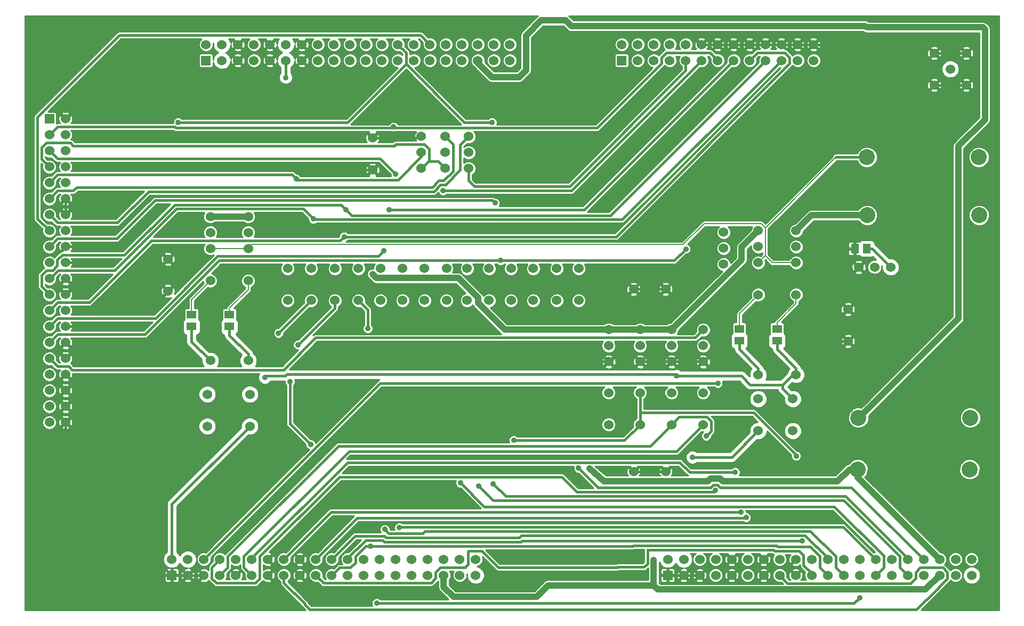
<source format=gtl>
G04 (created by PCBNEW (2013-03-19 BZR 4004)-stable) date 17.12.2013 14:30:56*
%MOIN*%
G04 Gerber Fmt 3.4, Leading zero omitted, Abs format*
%FSLAX34Y34*%
G01*
G70*
G90*
G04 APERTURE LIST*
%ADD10C,2.3622e-006*%
%ADD11C,0.06*%
%ADD12R,0.06X0.06*%
%ADD13R,0.0512X0.059*%
%ADD14R,0.059X0.0512*%
%ADD15C,0.1*%
%ADD16C,0.035*%
%ADD17C,0.04*%
%ADD18C,0.016*%
%ADD19C,0.008*%
%ADD20C,0.01*%
G04 APERTURE END LIST*
G54D10*
G54D11*
X83874Y-26279D03*
X81874Y-26279D03*
X82874Y-26279D03*
X54527Y-20094D03*
X54527Y-19094D03*
X54527Y-18094D03*
X73425Y-26098D03*
X73425Y-25098D03*
X73425Y-24098D03*
G54D12*
X41051Y-13334D03*
G54D11*
X41051Y-12334D03*
X46051Y-13334D03*
X42051Y-12334D03*
X47051Y-13334D03*
X43051Y-12334D03*
X48051Y-13334D03*
X44051Y-12334D03*
X49051Y-13334D03*
X45051Y-12334D03*
X50051Y-13334D03*
X46051Y-12334D03*
X51051Y-13334D03*
X47051Y-12334D03*
X52051Y-13334D03*
X48051Y-12334D03*
X53051Y-13334D03*
X49051Y-12334D03*
X54051Y-13334D03*
X50051Y-12334D03*
X55051Y-13334D03*
X51051Y-12334D03*
X56051Y-13334D03*
X52051Y-12334D03*
X53051Y-12334D03*
X57051Y-13334D03*
X54051Y-12334D03*
X56051Y-12334D03*
X57051Y-12334D03*
X58051Y-12334D03*
X59051Y-12334D03*
X58051Y-13334D03*
X59051Y-13334D03*
X42051Y-13334D03*
X43051Y-13334D03*
X44051Y-13334D03*
X45051Y-13334D03*
X60051Y-13334D03*
X60051Y-12334D03*
X55051Y-12334D03*
G54D12*
X67051Y-13334D03*
G54D11*
X67051Y-12334D03*
X68051Y-13334D03*
X68051Y-12334D03*
X69051Y-13334D03*
X69051Y-12334D03*
X70051Y-13334D03*
X70051Y-12334D03*
X71051Y-13334D03*
X71051Y-12334D03*
X72051Y-13334D03*
X72051Y-12334D03*
X73051Y-13334D03*
X73051Y-12334D03*
X74051Y-13334D03*
X74051Y-12334D03*
X75051Y-13334D03*
X75051Y-12334D03*
X76051Y-13334D03*
X76051Y-12334D03*
X77051Y-13334D03*
X77051Y-12334D03*
X78051Y-13334D03*
X78051Y-12334D03*
X79051Y-13334D03*
X79051Y-12334D03*
X87598Y-13877D03*
X88598Y-12877D03*
X86598Y-12877D03*
X86598Y-14877D03*
X88598Y-14877D03*
G54D13*
X81632Y-25118D03*
X82382Y-25118D03*
G54D11*
X68208Y-30200D03*
X68208Y-31200D03*
X68208Y-32200D03*
X66240Y-30200D03*
X66240Y-31200D03*
X66240Y-32200D03*
X70177Y-30200D03*
X70177Y-31200D03*
X70177Y-32200D03*
X72145Y-30200D03*
X72145Y-31200D03*
X72145Y-32200D03*
X70177Y-36137D03*
X70177Y-34137D03*
X81200Y-28921D03*
X81200Y-30921D03*
X72145Y-36137D03*
X72145Y-34137D03*
X66240Y-36137D03*
X66240Y-34137D03*
X68208Y-36137D03*
X68208Y-34137D03*
X75590Y-24000D03*
X75590Y-25000D03*
X75590Y-26000D03*
X56003Y-20094D03*
X56003Y-19094D03*
X56003Y-18094D03*
X77952Y-24000D03*
X77952Y-25000D03*
X77952Y-26000D03*
X41338Y-23114D03*
X41338Y-24114D03*
X41338Y-25114D03*
X43700Y-23114D03*
X43700Y-24114D03*
X43700Y-25114D03*
X57480Y-20094D03*
X57480Y-19094D03*
X57480Y-18094D03*
X75590Y-28011D03*
X75590Y-33011D03*
X77952Y-28011D03*
X77952Y-33011D03*
X41338Y-27125D03*
X41338Y-32125D03*
X43700Y-27125D03*
X43700Y-32125D03*
G54D12*
X69929Y-45578D03*
G54D11*
X69929Y-44578D03*
X74929Y-45578D03*
X70929Y-44578D03*
X75929Y-45578D03*
X71929Y-44578D03*
X76929Y-45578D03*
X72929Y-44578D03*
X77929Y-45578D03*
X73929Y-44578D03*
X78929Y-45578D03*
X74929Y-44578D03*
X79929Y-45578D03*
X75929Y-44578D03*
X80929Y-45578D03*
X76929Y-44578D03*
X81929Y-45578D03*
X77929Y-44578D03*
X82929Y-45578D03*
X78929Y-44578D03*
X83929Y-45578D03*
X79929Y-44578D03*
X84929Y-45578D03*
X80929Y-44578D03*
X81929Y-44578D03*
X85929Y-45578D03*
X82929Y-44578D03*
X84929Y-44578D03*
X85929Y-44578D03*
X86929Y-44578D03*
X87929Y-44578D03*
X86929Y-45578D03*
X87929Y-45578D03*
X70929Y-45578D03*
X71929Y-45578D03*
X72929Y-45578D03*
X73929Y-45578D03*
X88929Y-45578D03*
X88929Y-44578D03*
X83929Y-44578D03*
G54D12*
X31271Y-16996D03*
G54D11*
X32271Y-16996D03*
X31271Y-21996D03*
X32271Y-17996D03*
X31271Y-22996D03*
X32271Y-18996D03*
X31271Y-23996D03*
X32271Y-19996D03*
X31271Y-24996D03*
X32271Y-20996D03*
X31271Y-25996D03*
X32271Y-21996D03*
X31271Y-26996D03*
X32271Y-22996D03*
X31271Y-27996D03*
X32271Y-23996D03*
X31271Y-28996D03*
X32271Y-24996D03*
X31271Y-29996D03*
X32271Y-25996D03*
X31271Y-30996D03*
X32271Y-26996D03*
X31271Y-31996D03*
X32271Y-27996D03*
X32271Y-28996D03*
X31271Y-32996D03*
X32271Y-29996D03*
X32271Y-31996D03*
X32271Y-32996D03*
X32271Y-33996D03*
X32271Y-34996D03*
X31271Y-33996D03*
X31271Y-34996D03*
X31271Y-17996D03*
X31271Y-18996D03*
X31271Y-19996D03*
X31271Y-20996D03*
X31271Y-35996D03*
X32271Y-35996D03*
X32271Y-30996D03*
G54D12*
X38925Y-45578D03*
G54D11*
X38925Y-44578D03*
X43925Y-45578D03*
X39925Y-44578D03*
X44925Y-45578D03*
X40925Y-44578D03*
X45925Y-45578D03*
X41925Y-44578D03*
X46925Y-45578D03*
X42925Y-44578D03*
X47925Y-45578D03*
X43925Y-44578D03*
X48925Y-45578D03*
X44925Y-44578D03*
X49925Y-45578D03*
X45925Y-44578D03*
X50925Y-45578D03*
X46925Y-44578D03*
X51925Y-45578D03*
X47925Y-44578D03*
X52925Y-45578D03*
X48925Y-44578D03*
X53925Y-45578D03*
X49925Y-44578D03*
X50925Y-44578D03*
X54925Y-45578D03*
X51925Y-44578D03*
X53925Y-44578D03*
X54925Y-44578D03*
X55925Y-44578D03*
X56925Y-44578D03*
X55925Y-45578D03*
X56925Y-45578D03*
X39925Y-45578D03*
X40925Y-45578D03*
X41925Y-45578D03*
X42925Y-45578D03*
X57925Y-45578D03*
X57925Y-44578D03*
X52925Y-44578D03*
G54D14*
X40157Y-29250D03*
X40157Y-30000D03*
X76771Y-30136D03*
X76771Y-30886D03*
X74409Y-30136D03*
X74409Y-30886D03*
X42519Y-29250D03*
X42519Y-30000D03*
G54D15*
X82381Y-19389D03*
X89381Y-19389D03*
G54D11*
X50590Y-28362D03*
X50590Y-26362D03*
X47637Y-26362D03*
X47637Y-28362D03*
X53346Y-26362D03*
X53346Y-28362D03*
X58759Y-26362D03*
X58759Y-28362D03*
X57381Y-28362D03*
X57381Y-26362D03*
X56102Y-26362D03*
X56102Y-28362D03*
X54724Y-28362D03*
X54724Y-26362D03*
X46161Y-26362D03*
X46161Y-28362D03*
X61515Y-26362D03*
X61515Y-28362D03*
X64370Y-28362D03*
X64370Y-26362D03*
X62992Y-28362D03*
X62992Y-26362D03*
X60137Y-26362D03*
X60137Y-28362D03*
X51968Y-28362D03*
X51968Y-26362D03*
X49114Y-28362D03*
X49114Y-26362D03*
X69799Y-27657D03*
X67799Y-27657D03*
X38681Y-27771D03*
X38681Y-25771D03*
X51476Y-20192D03*
X51476Y-18192D03*
X67799Y-39074D03*
X69799Y-39074D03*
X75590Y-36531D03*
X75590Y-34531D03*
X77755Y-36531D03*
X77755Y-34531D03*
X41141Y-36236D03*
X41141Y-34236D03*
X43799Y-36236D03*
X43799Y-34236D03*
G54D15*
X81850Y-35708D03*
X88850Y-35708D03*
X81811Y-38937D03*
X88811Y-38937D03*
X82401Y-23031D03*
X89401Y-23031D03*
G54D16*
X51464Y-26708D03*
X71472Y-38183D03*
X70472Y-33092D03*
X44745Y-33177D03*
X46051Y-14404D03*
X72342Y-36843D03*
X59486Y-25861D03*
X71062Y-25140D03*
X56977Y-39795D03*
X75472Y-38818D03*
X75551Y-41771D03*
X78503Y-41889D03*
X77952Y-38740D03*
X67125Y-45551D03*
X65708Y-45472D03*
X56535Y-14803D03*
X58070Y-20590D03*
X47401Y-20433D03*
X38858Y-24055D03*
X39842Y-23543D03*
X64251Y-34409D03*
X65748Y-34606D03*
X64881Y-39921D03*
X50433Y-40354D03*
X49527Y-40314D03*
X53149Y-39015D03*
X53740Y-38897D03*
X61338Y-38937D03*
X62874Y-38897D03*
X51732Y-39015D03*
X64330Y-35472D03*
X62755Y-35354D03*
X62283Y-35433D03*
X60354Y-35748D03*
X60354Y-34448D03*
X58188Y-34566D03*
X48267Y-28188D03*
X48346Y-27165D03*
X52637Y-27480D03*
X44251Y-23582D03*
X44881Y-24173D03*
X46259Y-23070D03*
X57559Y-35472D03*
X58622Y-35472D03*
X55826Y-35787D03*
X54763Y-35748D03*
X63425Y-16732D03*
X61811Y-15354D03*
X63976Y-14094D03*
X77480Y-21614D03*
X76417Y-20748D03*
X77677Y-19566D03*
X78700Y-20551D03*
X65826Y-44330D03*
X61456Y-44173D03*
X59960Y-44645D03*
X68228Y-44133D03*
X52598Y-16141D03*
X51220Y-16496D03*
X53543Y-14133D03*
X54921Y-14212D03*
X62519Y-19685D03*
X60078Y-20551D03*
X61653Y-19015D03*
X59645Y-19645D03*
X68385Y-15787D03*
X67047Y-17125D03*
X35236Y-29881D03*
X34212Y-25984D03*
X34370Y-25039D03*
X49330Y-35629D03*
X48070Y-34409D03*
X41145Y-15240D03*
X58809Y-31703D03*
X54616Y-31615D03*
X64276Y-31703D03*
X62895Y-31703D03*
X53272Y-31615D03*
X60351Y-31703D03*
X51355Y-43743D03*
X46704Y-20758D03*
X78341Y-43431D03*
X46305Y-33456D03*
X47595Y-37370D03*
X52785Y-17496D03*
X74829Y-41952D03*
X53147Y-42579D03*
X59014Y-39837D03*
X73066Y-33547D03*
X55871Y-21476D03*
X52919Y-20460D03*
X51732Y-47322D03*
X81929Y-46968D03*
X59134Y-22264D03*
X58121Y-39993D03*
X58944Y-17211D03*
X39319Y-17211D03*
X64357Y-38866D03*
X49825Y-22690D03*
X46818Y-31140D03*
X74150Y-39121D03*
X47774Y-23264D03*
X45590Y-30409D03*
X72910Y-40267D03*
X49698Y-24368D03*
X51181Y-30119D03*
X52166Y-25264D03*
X52517Y-22681D03*
X74517Y-41628D03*
X52243Y-42696D03*
X69058Y-44607D03*
X65039Y-38897D03*
X77968Y-38101D03*
X60295Y-37120D03*
G54D17*
X82401Y-23031D02*
X78921Y-23031D01*
X78921Y-23031D02*
X77952Y-24000D01*
X74559Y-25030D02*
X75590Y-24000D01*
X74559Y-25818D02*
X74559Y-25030D01*
X70177Y-30200D02*
X74559Y-25818D01*
X43700Y-23114D02*
X41338Y-23114D01*
X70177Y-30200D02*
X68208Y-30200D01*
X59738Y-30200D02*
X66240Y-30200D01*
X58070Y-28533D02*
X59738Y-30200D01*
X58070Y-28199D02*
X58070Y-28533D01*
X56833Y-26962D02*
X58070Y-28199D01*
X51718Y-26962D02*
X56833Y-26962D01*
X51464Y-26708D02*
X51718Y-26962D01*
X68208Y-30200D02*
X66240Y-30200D01*
G54D18*
X75590Y-32604D02*
X74409Y-31422D01*
X75590Y-33011D02*
X75590Y-32604D01*
X74409Y-30886D02*
X74409Y-31422D01*
X73938Y-38183D02*
X71472Y-38183D01*
X75590Y-36531D02*
X73938Y-38183D01*
X40157Y-30944D02*
X40157Y-30000D01*
X41338Y-32125D02*
X40157Y-30944D01*
X76771Y-30886D02*
X76771Y-31422D01*
X46051Y-14404D02*
X46051Y-13334D01*
X44830Y-33092D02*
X44745Y-33177D01*
X46026Y-33092D02*
X44830Y-33092D01*
X46117Y-33000D02*
X46026Y-33092D01*
X70380Y-33000D02*
X46117Y-33000D01*
X70472Y-33092D02*
X70380Y-33000D01*
X74544Y-33092D02*
X70472Y-33092D01*
X75090Y-33637D02*
X74544Y-33092D01*
X77123Y-33637D02*
X75090Y-33637D01*
X77123Y-33899D02*
X77755Y-34531D01*
X77123Y-33637D02*
X77123Y-33899D01*
X77952Y-32604D02*
X76771Y-31422D01*
X77952Y-33011D02*
X77952Y-32604D01*
X77748Y-33011D02*
X77123Y-33637D01*
X77952Y-33011D02*
X77748Y-33011D01*
X38925Y-41110D02*
X38925Y-44578D01*
X43799Y-36236D02*
X38925Y-41110D01*
X43700Y-31718D02*
X42519Y-30537D01*
X43700Y-32125D02*
X43700Y-31718D01*
X42519Y-30000D02*
X42519Y-30537D01*
X72634Y-36550D02*
X72342Y-36843D01*
X72634Y-35926D02*
X72634Y-36550D01*
X72365Y-35657D02*
X72634Y-35926D01*
X70657Y-35657D02*
X72365Y-35657D01*
X70177Y-36137D02*
X70657Y-35657D01*
X68839Y-37475D02*
X70177Y-36137D01*
X49328Y-37475D02*
X68839Y-37475D01*
X42425Y-44379D02*
X49328Y-37475D01*
X42425Y-45078D02*
X42425Y-44379D01*
X41925Y-45578D02*
X42425Y-45078D01*
X31771Y-32496D02*
X31271Y-31996D01*
X32471Y-32496D02*
X31771Y-32496D01*
X32681Y-32706D02*
X32471Y-32496D01*
X45902Y-32706D02*
X32681Y-32706D01*
X47908Y-30700D02*
X45902Y-32706D01*
X71645Y-30700D02*
X47908Y-30700D01*
X72145Y-30200D02*
X71645Y-30700D01*
X70476Y-37807D02*
X72145Y-36137D01*
X49994Y-37807D02*
X70476Y-37807D01*
X43425Y-44376D02*
X49994Y-37807D01*
X43425Y-45078D02*
X43425Y-44376D01*
X43925Y-45578D02*
X43425Y-45078D01*
X41885Y-25861D02*
X59486Y-25861D01*
X37250Y-30496D02*
X41885Y-25861D01*
X31771Y-30496D02*
X37250Y-30496D01*
X31271Y-30996D02*
X31771Y-30496D01*
X70341Y-25861D02*
X71062Y-25140D01*
X59486Y-25861D02*
X70341Y-25861D01*
X83429Y-45078D02*
X82929Y-45578D01*
X83429Y-44365D02*
X83429Y-45078D01*
X80336Y-41272D02*
X83429Y-44365D01*
X58454Y-41272D02*
X80336Y-41272D01*
X56977Y-39795D02*
X58454Y-41272D01*
X81200Y-30921D02*
X80850Y-30921D01*
X80511Y-31259D02*
X80511Y-36220D01*
X80850Y-30921D02*
X80511Y-31259D01*
X80511Y-36220D02*
X78031Y-38700D01*
X78031Y-38700D02*
X75472Y-38700D01*
X75472Y-38700D02*
X75472Y-38818D01*
X75551Y-41771D02*
X75590Y-41771D01*
X75590Y-41771D02*
X75708Y-41889D01*
X75708Y-41889D02*
X78503Y-41889D01*
X77952Y-38740D02*
X77913Y-38740D01*
X77913Y-38740D02*
X77913Y-38700D01*
X65787Y-45551D02*
X67125Y-45551D01*
X65708Y-45472D02*
X65787Y-45551D01*
X54921Y-14212D02*
X55944Y-14212D01*
X55944Y-14212D02*
X56535Y-14803D01*
X58110Y-20551D02*
X60078Y-20551D01*
X58070Y-20590D02*
X58110Y-20551D01*
X47641Y-20192D02*
X51476Y-20192D01*
X47401Y-20433D02*
X47641Y-20192D01*
X39330Y-24055D02*
X38858Y-24055D01*
X39842Y-23543D02*
X39330Y-24055D01*
X62874Y-38897D02*
X63543Y-38897D01*
X64330Y-34409D02*
X64251Y-34409D01*
X64370Y-34448D02*
X64330Y-34409D01*
X65590Y-34448D02*
X64370Y-34448D01*
X65748Y-34606D02*
X65590Y-34448D01*
X64566Y-39921D02*
X64881Y-39921D01*
X63543Y-38897D02*
X64566Y-39921D01*
X49566Y-40354D02*
X50433Y-40354D01*
X49527Y-40314D02*
X49566Y-40354D01*
X51732Y-39015D02*
X53149Y-39015D01*
X53740Y-38897D02*
X53779Y-38937D01*
X53779Y-38937D02*
X61338Y-38937D01*
X62874Y-38897D02*
X61299Y-38897D01*
X64330Y-35472D02*
X64212Y-35354D01*
X64212Y-35354D02*
X62755Y-35354D01*
X62283Y-35433D02*
X61968Y-35748D01*
X61968Y-35748D02*
X60354Y-35748D01*
X60354Y-34448D02*
X60236Y-34566D01*
X60236Y-34566D02*
X58188Y-34566D01*
X48858Y-27598D02*
X48858Y-27204D01*
X48267Y-28188D02*
X48858Y-27598D01*
X50236Y-27165D02*
X48346Y-27165D01*
X50905Y-27834D02*
X50236Y-27165D01*
X51102Y-27834D02*
X50905Y-27834D01*
X51574Y-27362D02*
X51102Y-27834D01*
X52519Y-27362D02*
X51574Y-27362D01*
X52637Y-27480D02*
X52519Y-27362D01*
X44606Y-23228D02*
X44763Y-23228D01*
X44251Y-23582D02*
X44606Y-23228D01*
X44881Y-23267D02*
X44881Y-24173D01*
X44763Y-23149D02*
X44881Y-23267D01*
X46181Y-23149D02*
X44763Y-23149D01*
X46259Y-23070D02*
X46181Y-23149D01*
X57559Y-35472D02*
X58622Y-35472D01*
X54803Y-35787D02*
X55826Y-35787D01*
X54763Y-35748D02*
X54803Y-35787D01*
X65000Y-15078D02*
X63976Y-14055D01*
X65000Y-15157D02*
X65000Y-15078D01*
X64960Y-15196D02*
X65000Y-15157D01*
X63425Y-16732D02*
X64960Y-15196D01*
X62716Y-15354D02*
X61811Y-15354D01*
X63976Y-14094D02*
X62716Y-15354D01*
X77283Y-21614D02*
X77480Y-21614D01*
X76417Y-20748D02*
X77283Y-21614D01*
X77795Y-19685D02*
X77677Y-19566D01*
X77834Y-19685D02*
X77795Y-19685D01*
X78700Y-20551D02*
X77834Y-19685D01*
X66240Y-32200D02*
X64773Y-32200D01*
X65748Y-44724D02*
X65748Y-44409D01*
X65748Y-44409D02*
X65826Y-44330D01*
X62047Y-44763D02*
X62677Y-44763D01*
X61456Y-44173D02*
X62047Y-44763D01*
X60039Y-44724D02*
X59960Y-44645D01*
X67637Y-44724D02*
X65748Y-44724D01*
X65748Y-44724D02*
X60039Y-44724D01*
X68228Y-44133D02*
X67637Y-44724D01*
X52244Y-16496D02*
X51259Y-16496D01*
X52598Y-16141D02*
X52244Y-16496D01*
X51220Y-16456D02*
X51220Y-16496D01*
X53543Y-14133D02*
X51220Y-16456D01*
X72051Y-12334D02*
X71940Y-12334D01*
X54960Y-14173D02*
X54921Y-14212D01*
X57204Y-14173D02*
X54960Y-14173D01*
X58228Y-15196D02*
X57204Y-14173D01*
X60748Y-15196D02*
X58228Y-15196D01*
X62519Y-13425D02*
X60748Y-15196D01*
X64881Y-13425D02*
X62519Y-13425D01*
X66653Y-11653D02*
X64881Y-13425D01*
X71259Y-11653D02*
X66653Y-11653D01*
X71940Y-12334D02*
X71259Y-11653D01*
X67086Y-17086D02*
X66850Y-17086D01*
X66850Y-17086D02*
X63385Y-20551D01*
X63385Y-20551D02*
X60078Y-20551D01*
X63307Y-20472D02*
X63503Y-20472D01*
X62519Y-19685D02*
X63307Y-20472D01*
X60275Y-19015D02*
X61653Y-19015D01*
X59645Y-19645D02*
X60275Y-19015D01*
X67047Y-17125D02*
X67086Y-17086D01*
X67086Y-17086D02*
X68385Y-15787D01*
X35122Y-29996D02*
X32271Y-29996D01*
X35236Y-29881D02*
X35122Y-29996D01*
X34200Y-25996D02*
X32271Y-25996D01*
X34212Y-25984D02*
X34200Y-25996D01*
X34326Y-24996D02*
X32271Y-24996D01*
X34370Y-25039D02*
X34326Y-24996D01*
X49291Y-35629D02*
X49330Y-35629D01*
X48070Y-34409D02*
X49291Y-35629D01*
X54616Y-31615D02*
X53272Y-31615D01*
X67799Y-27657D02*
X69799Y-27657D01*
X70177Y-32200D02*
X68208Y-32200D01*
X86598Y-14877D02*
X88598Y-14877D01*
X78051Y-12334D02*
X77051Y-12334D01*
X77051Y-12334D02*
X76051Y-12334D01*
X76051Y-12334D02*
X75051Y-12334D01*
X75051Y-12334D02*
X74051Y-12334D01*
X74051Y-12334D02*
X73051Y-12334D01*
X73051Y-12334D02*
X72051Y-12334D01*
X40925Y-45578D02*
X39925Y-45578D01*
X39925Y-45578D02*
X38925Y-45578D01*
X32271Y-22996D02*
X32271Y-21996D01*
X70929Y-45578D02*
X69929Y-45578D01*
X33893Y-15374D02*
X32271Y-16996D01*
X41011Y-15374D02*
X33893Y-15374D01*
X43051Y-13334D02*
X41145Y-15240D01*
X41145Y-15240D02*
X41011Y-15374D01*
X76409Y-45058D02*
X77448Y-45058D01*
X75929Y-44578D02*
X76409Y-45058D01*
X77448Y-45098D02*
X77448Y-45058D01*
X77929Y-45578D02*
X77448Y-45098D01*
X77448Y-45058D02*
X77929Y-44578D01*
X86055Y-12334D02*
X79051Y-12334D01*
X86598Y-12877D02*
X86055Y-12334D01*
X79051Y-12334D02*
X78051Y-12334D01*
X72145Y-32200D02*
X70177Y-32200D01*
X79794Y-27514D02*
X81200Y-28921D01*
X75390Y-27514D02*
X79794Y-27514D01*
X73400Y-29505D02*
X75390Y-27514D01*
X73400Y-30946D02*
X73400Y-29505D01*
X72145Y-32200D02*
X73400Y-30946D01*
X81613Y-26018D02*
X81632Y-25118D01*
X81874Y-26279D02*
X81613Y-26018D01*
X88598Y-12877D02*
X86598Y-12877D01*
X54429Y-18192D02*
X54527Y-18094D01*
X51476Y-18192D02*
X54429Y-18192D01*
X69799Y-39074D02*
X67799Y-39074D01*
X64773Y-32200D02*
X64276Y-31703D01*
X62895Y-31703D02*
X64276Y-31703D01*
X58722Y-31615D02*
X54616Y-31615D01*
X58809Y-31703D02*
X58722Y-31615D01*
X70929Y-45578D02*
X71929Y-45578D01*
X73448Y-45098D02*
X73929Y-45578D01*
X72409Y-45098D02*
X73448Y-45098D01*
X71929Y-45578D02*
X72409Y-45098D01*
X32271Y-38925D02*
X38925Y-45578D01*
X32271Y-35996D02*
X32271Y-38925D01*
X45425Y-45078D02*
X46425Y-45078D01*
X44925Y-45578D02*
X45425Y-45078D01*
X46425Y-45078D02*
X46925Y-44578D01*
X46425Y-45078D02*
X46925Y-45578D01*
X74429Y-45078D02*
X73929Y-45578D01*
X73929Y-44578D02*
X74429Y-45078D01*
X74429Y-45078D02*
X75429Y-45078D01*
X75429Y-45078D02*
X75929Y-44578D01*
X75429Y-45078D02*
X75929Y-45578D01*
X62895Y-31703D02*
X60351Y-31703D01*
X60351Y-31703D02*
X58809Y-31703D01*
X57480Y-20094D02*
X57480Y-20866D01*
X71051Y-13966D02*
X71051Y-13334D01*
X63801Y-21216D02*
X71051Y-13966D01*
X57830Y-21216D02*
X63801Y-21216D01*
X57480Y-20866D02*
X57830Y-21216D01*
X55011Y-18883D02*
X55011Y-19660D01*
X54722Y-18594D02*
X55011Y-18883D01*
X52921Y-18594D02*
X54722Y-18594D01*
X52841Y-18674D02*
X52921Y-18594D01*
X32752Y-18674D02*
X52841Y-18674D01*
X32574Y-18496D02*
X32752Y-18674D01*
X31073Y-18496D02*
X32574Y-18496D01*
X30776Y-18792D02*
X31073Y-18496D01*
X30776Y-19501D02*
X30776Y-18792D01*
X31271Y-19996D02*
X30776Y-19501D01*
X55569Y-19660D02*
X55011Y-19660D01*
X56003Y-20094D02*
X55569Y-19660D01*
X54961Y-19660D02*
X54527Y-20094D01*
X55011Y-19660D02*
X54961Y-19660D01*
X51046Y-43743D02*
X51355Y-43743D01*
X50405Y-44385D02*
X51046Y-43743D01*
X50405Y-44777D02*
X50405Y-44385D01*
X50084Y-45098D02*
X50405Y-44777D01*
X49405Y-45098D02*
X50084Y-45098D01*
X48925Y-45578D02*
X49405Y-45098D01*
X79429Y-45078D02*
X79929Y-45578D01*
X79429Y-44370D02*
X79429Y-45078D01*
X78844Y-43786D02*
X79429Y-44370D01*
X76827Y-43786D02*
X78844Y-43786D01*
X76755Y-43715D02*
X76827Y-43786D01*
X67772Y-43715D02*
X76755Y-43715D01*
X67743Y-43743D02*
X67772Y-43715D01*
X51355Y-43743D02*
X67743Y-43743D01*
X54527Y-19354D02*
X54527Y-19094D01*
X53066Y-20815D02*
X54527Y-19354D01*
X46760Y-20815D02*
X53066Y-20815D01*
X46704Y-20758D02*
X46760Y-20815D01*
X46441Y-20496D02*
X46704Y-20758D01*
X31771Y-20496D02*
X46441Y-20496D01*
X31271Y-20996D02*
X31771Y-20496D01*
X46305Y-36080D02*
X47595Y-37370D01*
X46305Y-33456D02*
X46305Y-36080D01*
X60794Y-43431D02*
X78341Y-43431D01*
X60746Y-43479D02*
X60794Y-43431D01*
X52214Y-43479D02*
X60746Y-43479D01*
X52119Y-43384D02*
X52214Y-43479D01*
X51035Y-43384D02*
X52119Y-43384D01*
X49925Y-44494D02*
X51035Y-43384D01*
X49925Y-44578D02*
X49925Y-44494D01*
X72571Y-12854D02*
X73051Y-13334D01*
X69844Y-12854D02*
X72571Y-12854D01*
X69551Y-13148D02*
X69844Y-12854D01*
X69551Y-13523D02*
X69551Y-13148D01*
X65507Y-17567D02*
X69551Y-13523D01*
X52857Y-17567D02*
X65507Y-17567D01*
X52785Y-17496D02*
X52857Y-17567D01*
X52714Y-17567D02*
X52785Y-17496D01*
X39172Y-17567D02*
X52714Y-17567D01*
X39101Y-17496D02*
X39172Y-17567D01*
X31771Y-17496D02*
X39101Y-17496D01*
X31271Y-17996D02*
X31771Y-17496D01*
X57283Y-45078D02*
X57283Y-45039D01*
X58307Y-44055D02*
X59330Y-45078D01*
X57480Y-44055D02*
X58307Y-44055D01*
X57440Y-44094D02*
X57480Y-44055D01*
X57440Y-44881D02*
X57440Y-44094D01*
X57283Y-45039D02*
X57440Y-44881D01*
X78929Y-45578D02*
X78929Y-45464D01*
X48405Y-46059D02*
X47925Y-45578D01*
X48405Y-46059D02*
X55131Y-46059D01*
X55131Y-46059D02*
X55425Y-45765D01*
X55425Y-45765D02*
X55425Y-45378D01*
X55425Y-45378D02*
X55725Y-45078D01*
X55725Y-45078D02*
X57283Y-45078D01*
X59330Y-45078D02*
X66776Y-45078D01*
X66776Y-45078D02*
X66793Y-45061D01*
X68442Y-45061D02*
X68661Y-44842D01*
X68661Y-44842D02*
X68661Y-44094D01*
X66793Y-45061D02*
X68442Y-45061D01*
X68661Y-43975D02*
X68661Y-44094D01*
X68818Y-43975D02*
X68661Y-43975D01*
X70826Y-43975D02*
X68818Y-43975D01*
X73464Y-43975D02*
X70826Y-43975D01*
X75513Y-43975D02*
X73464Y-43975D01*
X76534Y-43975D02*
X75513Y-43975D01*
X76614Y-44055D02*
X76534Y-43975D01*
X78149Y-44055D02*
X76614Y-44055D01*
X78425Y-44330D02*
X78149Y-44055D01*
X78425Y-44960D02*
X78425Y-44330D01*
X78929Y-45464D02*
X78425Y-44960D01*
X74798Y-41983D02*
X74829Y-41952D01*
X50520Y-41983D02*
X74798Y-41983D01*
X47925Y-44578D02*
X50520Y-41983D01*
X56960Y-18614D02*
X57480Y-18094D01*
X56960Y-20189D02*
X56960Y-18614D01*
X56028Y-21121D02*
X56960Y-20189D01*
X55724Y-21121D02*
X56028Y-21121D01*
X55306Y-21539D02*
X55724Y-21121D01*
X37464Y-21539D02*
X55306Y-21539D01*
X35507Y-23496D02*
X37464Y-21539D01*
X31771Y-23496D02*
X35507Y-23496D01*
X31271Y-22996D02*
X31771Y-23496D01*
X53181Y-42544D02*
X53147Y-42579D01*
X80895Y-42544D02*
X53181Y-42544D01*
X82929Y-44578D02*
X80895Y-42544D01*
X30515Y-23240D02*
X31271Y-23996D01*
X30515Y-16875D02*
X30515Y-23240D01*
X35637Y-11753D02*
X30515Y-16875D01*
X54470Y-11753D02*
X35637Y-11753D01*
X55051Y-12334D02*
X54470Y-11753D01*
X59799Y-40622D02*
X59014Y-39837D01*
X81049Y-40622D02*
X59799Y-40622D01*
X84929Y-44502D02*
X81049Y-40622D01*
X84929Y-44578D02*
X84929Y-44502D01*
X51956Y-33547D02*
X73066Y-33547D01*
X40925Y-44578D02*
X51956Y-33547D01*
X63909Y-21476D02*
X55871Y-21476D01*
X72051Y-13334D02*
X63909Y-21476D01*
X31771Y-19496D02*
X31271Y-18996D01*
X51955Y-19496D02*
X31771Y-19496D01*
X52919Y-20460D02*
X51955Y-19496D01*
X79929Y-44500D02*
X79929Y-44578D01*
X78504Y-43075D02*
X79929Y-44500D01*
X60782Y-43075D02*
X78504Y-43075D01*
X60643Y-43214D02*
X60782Y-43075D01*
X52317Y-43214D02*
X60643Y-43214D01*
X52227Y-43124D02*
X52317Y-43214D01*
X50379Y-43124D02*
X52227Y-43124D01*
X48925Y-44578D02*
X50379Y-43124D01*
X81574Y-47322D02*
X51732Y-47322D01*
X81929Y-46968D02*
X81574Y-47322D01*
X58969Y-22099D02*
X59134Y-22264D01*
X37868Y-22099D02*
X58969Y-22099D01*
X35471Y-24496D02*
X37868Y-22099D01*
X31771Y-24496D02*
X35471Y-24496D01*
X31271Y-24996D02*
X31771Y-24496D01*
X84429Y-45078D02*
X84929Y-45578D01*
X84429Y-44374D02*
X84429Y-45078D01*
X80937Y-40882D02*
X84429Y-44374D01*
X59011Y-40882D02*
X80937Y-40882D01*
X58121Y-39993D02*
X59011Y-40882D01*
X49926Y-17211D02*
X53571Y-13567D01*
X39319Y-17211D02*
X49926Y-17211D01*
X57215Y-17211D02*
X53571Y-13567D01*
X58944Y-17211D02*
X57215Y-17211D01*
X53571Y-12854D02*
X53051Y-12334D01*
X53571Y-13567D02*
X53571Y-12854D01*
X65561Y-40069D02*
X64357Y-38866D01*
X72606Y-40069D02*
X65561Y-40069D01*
X72763Y-39912D02*
X72606Y-40069D01*
X73057Y-39912D02*
X72763Y-39912D01*
X73215Y-40069D02*
X73057Y-39912D01*
X81420Y-40069D02*
X73215Y-40069D01*
X85929Y-44578D02*
X81420Y-40069D01*
X49506Y-22371D02*
X49825Y-22690D01*
X39097Y-22371D02*
X49506Y-22371D01*
X35953Y-25515D02*
X39097Y-22371D01*
X32065Y-25515D02*
X35953Y-25515D01*
X31753Y-25828D02*
X32065Y-25515D01*
X31753Y-26193D02*
X31753Y-25828D01*
X31470Y-26476D02*
X31753Y-26193D01*
X31092Y-26476D02*
X31470Y-26476D01*
X30773Y-26796D02*
X31092Y-26476D01*
X30773Y-27497D02*
X30773Y-26796D01*
X31271Y-27996D02*
X30773Y-27497D01*
X66348Y-23036D02*
X76051Y-13334D01*
X50171Y-23036D02*
X66348Y-23036D01*
X49825Y-22690D02*
X50171Y-23036D01*
X49114Y-28844D02*
X46818Y-31140D01*
X49114Y-28362D02*
X49114Y-28844D01*
X71296Y-39121D02*
X74150Y-39121D01*
X70683Y-38508D02*
X71296Y-39121D01*
X49914Y-38508D02*
X70683Y-38508D01*
X43925Y-44498D02*
X49914Y-38508D01*
X43925Y-44578D02*
X43925Y-44498D01*
X47141Y-22632D02*
X47774Y-23264D01*
X39205Y-22632D02*
X47141Y-22632D01*
X35341Y-26496D02*
X39205Y-22632D01*
X31818Y-26496D02*
X35341Y-26496D01*
X31318Y-26996D02*
X31818Y-26496D01*
X31271Y-26996D02*
X31318Y-26996D01*
X67088Y-23296D02*
X77051Y-13334D01*
X47806Y-23296D02*
X67088Y-23296D01*
X47774Y-23264D02*
X47806Y-23296D01*
X47637Y-28362D02*
X45590Y-30409D01*
X41425Y-45078D02*
X41925Y-44578D01*
X41425Y-45783D02*
X41425Y-45078D01*
X41703Y-46061D02*
X41425Y-45783D01*
X44148Y-46061D02*
X41703Y-46061D01*
X44425Y-45785D02*
X44148Y-46061D01*
X44425Y-44395D02*
X44425Y-45785D01*
X49405Y-39414D02*
X44425Y-44395D01*
X63324Y-39414D02*
X49405Y-39414D01*
X64248Y-40338D02*
X63324Y-39414D01*
X72839Y-40338D02*
X64248Y-40338D01*
X72910Y-40267D02*
X72839Y-40338D01*
X31771Y-28496D02*
X31271Y-28996D01*
X33761Y-28496D02*
X31771Y-28496D01*
X37643Y-24614D02*
X33761Y-28496D01*
X49452Y-24614D02*
X37643Y-24614D01*
X49698Y-24368D02*
X49452Y-24614D01*
X66706Y-24368D02*
X49698Y-24368D01*
X77551Y-13523D02*
X66706Y-24368D01*
X77551Y-13148D02*
X77551Y-13523D01*
X77257Y-12854D02*
X77551Y-13148D01*
X75531Y-12854D02*
X77257Y-12854D01*
X75051Y-13334D02*
X75531Y-12854D01*
X47244Y-47362D02*
X47244Y-47401D01*
X85491Y-47716D02*
X85845Y-47362D01*
X47559Y-47716D02*
X85491Y-47716D01*
X47244Y-47401D02*
X47559Y-47716D01*
X45925Y-45578D02*
X45925Y-46043D01*
X85845Y-47362D02*
X86370Y-46837D01*
X77427Y-46077D02*
X76929Y-45578D01*
X86370Y-46837D02*
X87409Y-45798D01*
X87409Y-45798D02*
X87409Y-45376D01*
X87409Y-45376D02*
X87131Y-45098D01*
X87131Y-45098D02*
X85722Y-45098D01*
X85722Y-45098D02*
X85429Y-45392D01*
X85429Y-45392D02*
X85429Y-45767D01*
X85429Y-45767D02*
X85118Y-46077D01*
X85118Y-46077D02*
X77427Y-46077D01*
X45925Y-46043D02*
X47244Y-47362D01*
X51181Y-28952D02*
X51181Y-30119D01*
X50590Y-28362D02*
X51181Y-28952D01*
X31791Y-29476D02*
X31271Y-29996D01*
X37902Y-29476D02*
X31791Y-29476D01*
X41777Y-25600D02*
X37902Y-29476D01*
X51829Y-25600D02*
X41777Y-25600D01*
X52166Y-25264D02*
X51829Y-25600D01*
X64704Y-22681D02*
X52517Y-22681D01*
X74051Y-13334D02*
X64704Y-22681D01*
X48875Y-41628D02*
X74517Y-41628D01*
X45925Y-44578D02*
X48875Y-41628D01*
X56497Y-18588D02*
X56003Y-18094D01*
X56497Y-20284D02*
X56497Y-18588D01*
X55921Y-20861D02*
X56497Y-20284D01*
X55616Y-20861D02*
X55921Y-20861D01*
X55198Y-21279D02*
X55616Y-20861D01*
X32968Y-21279D02*
X55198Y-21279D01*
X32751Y-21496D02*
X32968Y-21279D01*
X31771Y-21496D02*
X32751Y-21496D01*
X31271Y-21996D02*
X31771Y-21496D01*
X80429Y-45078D02*
X80929Y-45578D01*
X80429Y-44389D02*
X80429Y-45078D01*
X78847Y-42807D02*
X80429Y-44389D01*
X54755Y-42807D02*
X78847Y-42807D01*
X54617Y-42946D02*
X54755Y-42807D01*
X52493Y-42946D02*
X54617Y-42946D01*
X52243Y-42696D02*
X52493Y-42946D01*
G54D17*
X55925Y-45578D02*
X55925Y-46318D01*
X61732Y-46929D02*
X62458Y-46203D01*
X56535Y-46929D02*
X61732Y-46929D01*
X55925Y-46318D02*
X56535Y-46929D01*
X58051Y-13334D02*
X58051Y-13484D01*
X88110Y-29488D02*
X81889Y-35708D01*
X88110Y-18700D02*
X88110Y-29488D01*
X89763Y-17047D02*
X88110Y-18700D01*
X89763Y-11377D02*
X89763Y-17047D01*
X89645Y-11259D02*
X89763Y-11377D01*
X82362Y-11259D02*
X89645Y-11259D01*
X82283Y-11181D02*
X82362Y-11259D01*
X63897Y-11181D02*
X82283Y-11181D01*
X63543Y-10826D02*
X63897Y-11181D01*
X62007Y-10826D02*
X63543Y-10826D01*
X61062Y-11771D02*
X62007Y-10826D01*
X61062Y-13937D02*
X61062Y-11771D01*
X60629Y-14370D02*
X61062Y-13937D01*
X58937Y-14370D02*
X60629Y-14370D01*
X58051Y-13484D02*
X58937Y-14370D01*
X69058Y-46203D02*
X69058Y-44607D01*
X69312Y-46457D02*
X69058Y-46203D01*
X86050Y-46457D02*
X69312Y-46457D01*
X86929Y-45578D02*
X86050Y-46457D01*
X69058Y-46203D02*
X62458Y-46203D01*
X81811Y-38937D02*
X81811Y-39460D01*
X81811Y-39460D02*
X86929Y-44578D01*
X73365Y-39682D02*
X80553Y-39682D01*
X81299Y-38937D02*
X81811Y-38937D01*
X80553Y-39682D02*
X81299Y-38937D01*
X65955Y-39682D02*
X65039Y-38897D01*
X72456Y-39682D02*
X66414Y-39682D01*
X66414Y-39682D02*
X65955Y-39682D01*
X72606Y-39532D02*
X72456Y-39682D01*
X73215Y-39532D02*
X72606Y-39532D01*
X73365Y-39682D02*
X73215Y-39532D01*
G54D19*
X74409Y-29192D02*
X75590Y-28011D01*
X74409Y-30136D02*
X74409Y-29192D01*
X40157Y-28307D02*
X41338Y-27125D01*
X40157Y-29250D02*
X40157Y-28307D01*
X77952Y-28559D02*
X77952Y-28011D01*
X76771Y-29740D02*
X77952Y-28559D01*
X76771Y-30136D02*
X76771Y-29740D01*
X43700Y-27673D02*
X43700Y-27125D01*
X42519Y-28854D02*
X43700Y-27673D01*
X42519Y-29250D02*
X42519Y-28854D01*
X41338Y-25114D02*
X43700Y-25114D01*
X76472Y-26000D02*
X76031Y-25558D01*
X77952Y-26000D02*
X76472Y-26000D01*
X76031Y-25558D02*
X75590Y-26000D01*
X80456Y-19389D02*
X76031Y-23814D01*
G54D18*
X82381Y-19389D02*
X80456Y-19389D01*
G54D19*
X76031Y-25558D02*
X76031Y-23814D01*
X43948Y-24866D02*
X43700Y-25114D01*
X70890Y-24866D02*
X43948Y-24866D01*
X72203Y-23553D02*
X70890Y-24866D01*
X75770Y-23553D02*
X72203Y-23553D01*
X76031Y-23814D02*
X75770Y-23553D01*
G54D18*
X77968Y-38066D02*
X77968Y-38101D01*
X75297Y-35396D02*
X77968Y-38066D01*
X68208Y-35396D02*
X75297Y-35396D01*
X68208Y-34137D02*
X68208Y-35396D01*
X68208Y-35396D02*
X68208Y-36137D01*
X67225Y-37120D02*
X60295Y-37120D01*
X68208Y-36137D02*
X67225Y-37120D01*
X82382Y-25118D02*
X82712Y-25118D01*
X82712Y-25118D02*
X83874Y-26279D01*
G54D10*
G36*
X32347Y-18001D02*
X32277Y-18072D01*
X32271Y-18066D01*
X32266Y-18072D01*
X32200Y-18007D01*
X32195Y-18001D01*
X32200Y-17996D01*
X32195Y-17990D01*
X32266Y-17919D01*
X32271Y-17925D01*
X32277Y-17919D01*
X32347Y-17990D01*
X32342Y-17996D01*
X32347Y-18001D01*
X32347Y-18001D01*
G37*
G54D20*
X32347Y-18001D02*
X32277Y-18072D01*
X32271Y-18066D01*
X32266Y-18072D01*
X32200Y-18007D01*
X32195Y-18001D01*
X32200Y-17996D01*
X32195Y-17990D01*
X32266Y-17919D01*
X32271Y-17925D01*
X32277Y-17919D01*
X32347Y-17990D01*
X32342Y-17996D01*
X32347Y-18001D01*
G54D10*
G36*
X32347Y-19001D02*
X32277Y-19072D01*
X32271Y-19066D01*
X32266Y-19072D01*
X32200Y-19007D01*
X32195Y-19001D01*
X32200Y-18996D01*
X32195Y-18990D01*
X32266Y-18919D01*
X32271Y-18925D01*
X32277Y-18919D01*
X32347Y-18990D01*
X32342Y-18996D01*
X32347Y-19001D01*
X32347Y-19001D01*
G37*
G54D20*
X32347Y-19001D02*
X32277Y-19072D01*
X32271Y-19066D01*
X32266Y-19072D01*
X32200Y-19007D01*
X32195Y-19001D01*
X32200Y-18996D01*
X32195Y-18990D01*
X32266Y-18919D01*
X32271Y-18925D01*
X32277Y-18919D01*
X32347Y-18990D01*
X32342Y-18996D01*
X32347Y-19001D01*
G54D10*
G36*
X32347Y-20001D02*
X32277Y-20072D01*
X32271Y-20066D01*
X32266Y-20072D01*
X32200Y-20007D01*
X32195Y-20001D01*
X32200Y-19996D01*
X32195Y-19990D01*
X32266Y-19919D01*
X32271Y-19925D01*
X32277Y-19919D01*
X32347Y-19990D01*
X32342Y-19996D01*
X32347Y-20001D01*
X32347Y-20001D01*
G37*
G54D20*
X32347Y-20001D02*
X32277Y-20072D01*
X32271Y-20066D01*
X32266Y-20072D01*
X32200Y-20007D01*
X32195Y-20001D01*
X32200Y-19996D01*
X32195Y-19990D01*
X32266Y-19919D01*
X32271Y-19925D01*
X32277Y-19919D01*
X32347Y-19990D01*
X32342Y-19996D01*
X32347Y-20001D01*
G54D10*
G36*
X32347Y-21001D02*
X32277Y-21072D01*
X32271Y-21066D01*
X32266Y-21072D01*
X32200Y-21007D01*
X32195Y-21001D01*
X32200Y-20996D01*
X32195Y-20990D01*
X32266Y-20919D01*
X32271Y-20925D01*
X32277Y-20919D01*
X32347Y-20990D01*
X32342Y-20996D01*
X32347Y-21001D01*
X32347Y-21001D01*
G37*
G54D20*
X32347Y-21001D02*
X32277Y-21072D01*
X32271Y-21066D01*
X32266Y-21072D01*
X32200Y-21007D01*
X32195Y-21001D01*
X32200Y-20996D01*
X32195Y-20990D01*
X32266Y-20919D01*
X32271Y-20925D01*
X32277Y-20919D01*
X32347Y-20990D01*
X32342Y-20996D01*
X32347Y-21001D01*
G54D10*
G36*
X32347Y-24001D02*
X32277Y-24072D01*
X32271Y-24066D01*
X32266Y-24072D01*
X32200Y-24007D01*
X32195Y-24001D01*
X32200Y-23996D01*
X32195Y-23990D01*
X32266Y-23919D01*
X32271Y-23925D01*
X32277Y-23919D01*
X32347Y-23990D01*
X32342Y-23996D01*
X32347Y-24001D01*
X32347Y-24001D01*
G37*
G54D20*
X32347Y-24001D02*
X32277Y-24072D01*
X32271Y-24066D01*
X32266Y-24072D01*
X32200Y-24007D01*
X32195Y-24001D01*
X32200Y-23996D01*
X32195Y-23990D01*
X32266Y-23919D01*
X32271Y-23925D01*
X32277Y-23919D01*
X32347Y-23990D01*
X32342Y-23996D01*
X32347Y-24001D01*
G54D10*
G36*
X32347Y-26001D02*
X32277Y-26072D01*
X32271Y-26066D01*
X32266Y-26072D01*
X32195Y-26001D01*
X32200Y-25996D01*
X32195Y-25990D01*
X32266Y-25919D01*
X32271Y-25925D01*
X32277Y-25919D01*
X32347Y-25990D01*
X32342Y-25996D01*
X32347Y-26001D01*
X32347Y-26001D01*
G37*
G54D20*
X32347Y-26001D02*
X32277Y-26072D01*
X32271Y-26066D01*
X32266Y-26072D01*
X32195Y-26001D01*
X32200Y-25996D01*
X32195Y-25990D01*
X32266Y-25919D01*
X32271Y-25925D01*
X32277Y-25919D01*
X32347Y-25990D01*
X32342Y-25996D01*
X32347Y-26001D01*
G54D10*
G36*
X32347Y-29001D02*
X32277Y-29072D01*
X32271Y-29066D01*
X32266Y-29072D01*
X32195Y-29001D01*
X32200Y-28996D01*
X32195Y-28990D01*
X32266Y-28919D01*
X32271Y-28925D01*
X32277Y-28919D01*
X32347Y-28990D01*
X32342Y-28996D01*
X32347Y-29001D01*
X32347Y-29001D01*
G37*
G54D20*
X32347Y-29001D02*
X32277Y-29072D01*
X32271Y-29066D01*
X32266Y-29072D01*
X32195Y-29001D01*
X32200Y-28996D01*
X32195Y-28990D01*
X32266Y-28919D01*
X32271Y-28925D01*
X32277Y-28919D01*
X32347Y-28990D01*
X32342Y-28996D01*
X32347Y-29001D01*
G54D10*
G36*
X32347Y-30001D02*
X32277Y-30072D01*
X32271Y-30066D01*
X32266Y-30072D01*
X32200Y-30007D01*
X32195Y-30001D01*
X32200Y-29996D01*
X32195Y-29990D01*
X32266Y-29919D01*
X32271Y-29925D01*
X32277Y-29919D01*
X32347Y-29990D01*
X32342Y-29996D01*
X32347Y-30001D01*
X32347Y-30001D01*
G37*
G54D20*
X32347Y-30001D02*
X32277Y-30072D01*
X32271Y-30066D01*
X32266Y-30072D01*
X32200Y-30007D01*
X32195Y-30001D01*
X32200Y-29996D01*
X32195Y-29990D01*
X32266Y-29919D01*
X32271Y-29925D01*
X32277Y-29919D01*
X32347Y-29990D01*
X32342Y-29996D01*
X32347Y-30001D01*
G54D10*
G36*
X35765Y-25745D02*
X35245Y-26266D01*
X32612Y-26266D01*
X32602Y-26256D01*
X32670Y-26223D01*
X32726Y-26053D01*
X32714Y-25875D01*
X32670Y-25768D01*
X32623Y-25745D01*
X35765Y-25745D01*
X35765Y-25745D01*
G37*
G54D20*
X35765Y-25745D02*
X35245Y-26266D01*
X32612Y-26266D01*
X32602Y-26256D01*
X32670Y-26223D01*
X32726Y-26053D01*
X32714Y-25875D01*
X32670Y-25768D01*
X32623Y-25745D01*
X35765Y-25745D01*
G54D10*
G36*
X37714Y-29706D02*
X37155Y-30266D01*
X32726Y-30266D01*
X32612Y-30266D01*
X32602Y-30256D01*
X32670Y-30223D01*
X32726Y-30053D01*
X32714Y-29875D01*
X32670Y-29768D01*
X32602Y-29735D01*
X32630Y-29707D01*
X32629Y-29706D01*
X37714Y-29706D01*
X37714Y-29706D01*
G37*
G54D20*
X37714Y-29706D02*
X37155Y-30266D01*
X32726Y-30266D01*
X32612Y-30266D01*
X32602Y-30256D01*
X32670Y-30223D01*
X32726Y-30053D01*
X32714Y-29875D01*
X32670Y-29768D01*
X32602Y-29735D01*
X32630Y-29707D01*
X32629Y-29706D01*
X37714Y-29706D01*
G54D10*
G36*
X38814Y-22329D02*
X35857Y-25285D01*
X32726Y-25285D01*
X32629Y-25285D01*
X32630Y-25284D01*
X32602Y-25256D01*
X32670Y-25223D01*
X32726Y-25053D01*
X32714Y-24875D01*
X32670Y-24768D01*
X32602Y-24735D01*
X32612Y-24726D01*
X35471Y-24726D01*
X35559Y-24708D01*
X35559Y-24708D01*
X35634Y-24658D01*
X37963Y-22329D01*
X38814Y-22329D01*
X38814Y-22329D01*
G37*
G54D20*
X38814Y-22329D02*
X35857Y-25285D01*
X32726Y-25285D01*
X32629Y-25285D01*
X32630Y-25284D01*
X32602Y-25256D01*
X32670Y-25223D01*
X32726Y-25053D01*
X32714Y-24875D01*
X32670Y-24768D01*
X32602Y-24735D01*
X32612Y-24726D01*
X35471Y-24726D01*
X35559Y-24708D01*
X35559Y-24708D01*
X35634Y-24658D01*
X37963Y-22329D01*
X38814Y-22329D01*
G54D10*
G36*
X41532Y-25521D02*
X39092Y-27960D01*
X39136Y-27829D01*
X39136Y-25829D01*
X39123Y-25650D01*
X39079Y-25544D01*
X39012Y-25511D01*
X38941Y-25581D01*
X38941Y-25440D01*
X38908Y-25373D01*
X38738Y-25316D01*
X38560Y-25329D01*
X38453Y-25373D01*
X38420Y-25440D01*
X38681Y-25700D01*
X38941Y-25440D01*
X38941Y-25581D01*
X38751Y-25771D01*
X39012Y-26032D01*
X39079Y-25999D01*
X39136Y-25829D01*
X39136Y-27829D01*
X39123Y-27650D01*
X39079Y-27544D01*
X39012Y-27511D01*
X38941Y-27581D01*
X38941Y-27440D01*
X38941Y-26102D01*
X38681Y-25842D01*
X38610Y-25913D01*
X38610Y-25771D01*
X38349Y-25511D01*
X38282Y-25544D01*
X38225Y-25713D01*
X38238Y-25892D01*
X38282Y-25999D01*
X38349Y-26032D01*
X38610Y-25771D01*
X38610Y-25913D01*
X38420Y-26102D01*
X38453Y-26170D01*
X38623Y-26226D01*
X38801Y-26214D01*
X38908Y-26170D01*
X38941Y-26102D01*
X38941Y-27440D01*
X38908Y-27373D01*
X38738Y-27316D01*
X38560Y-27329D01*
X38453Y-27373D01*
X38420Y-27440D01*
X38681Y-27700D01*
X38941Y-27440D01*
X38941Y-27581D01*
X38751Y-27771D01*
X38757Y-27777D01*
X38686Y-27847D01*
X38681Y-27842D01*
X38610Y-27913D01*
X38610Y-27771D01*
X38349Y-27511D01*
X38282Y-27544D01*
X38225Y-27713D01*
X38238Y-27892D01*
X38282Y-27999D01*
X38349Y-28032D01*
X38610Y-27771D01*
X38610Y-27913D01*
X38420Y-28102D01*
X38453Y-28170D01*
X38623Y-28226D01*
X38801Y-28214D01*
X38865Y-28188D01*
X37806Y-29246D01*
X32623Y-29246D01*
X32670Y-29223D01*
X32726Y-29053D01*
X32714Y-28875D01*
X32670Y-28768D01*
X32602Y-28735D01*
X32612Y-28726D01*
X33761Y-28726D01*
X33849Y-28708D01*
X33849Y-28708D01*
X33923Y-28658D01*
X37738Y-24844D01*
X40972Y-24844D01*
X40957Y-24858D01*
X40888Y-25024D01*
X40888Y-25203D01*
X40956Y-25368D01*
X41083Y-25495D01*
X41248Y-25564D01*
X41427Y-25564D01*
X41532Y-25521D01*
X41532Y-25521D01*
G37*
G54D20*
X41532Y-25521D02*
X39092Y-27960D01*
X39136Y-27829D01*
X39136Y-25829D01*
X39123Y-25650D01*
X39079Y-25544D01*
X39012Y-25511D01*
X38941Y-25581D01*
X38941Y-25440D01*
X38908Y-25373D01*
X38738Y-25316D01*
X38560Y-25329D01*
X38453Y-25373D01*
X38420Y-25440D01*
X38681Y-25700D01*
X38941Y-25440D01*
X38941Y-25581D01*
X38751Y-25771D01*
X39012Y-26032D01*
X39079Y-25999D01*
X39136Y-25829D01*
X39136Y-27829D01*
X39123Y-27650D01*
X39079Y-27544D01*
X39012Y-27511D01*
X38941Y-27581D01*
X38941Y-27440D01*
X38941Y-26102D01*
X38681Y-25842D01*
X38610Y-25913D01*
X38610Y-25771D01*
X38349Y-25511D01*
X38282Y-25544D01*
X38225Y-25713D01*
X38238Y-25892D01*
X38282Y-25999D01*
X38349Y-26032D01*
X38610Y-25771D01*
X38610Y-25913D01*
X38420Y-26102D01*
X38453Y-26170D01*
X38623Y-26226D01*
X38801Y-26214D01*
X38908Y-26170D01*
X38941Y-26102D01*
X38941Y-27440D01*
X38908Y-27373D01*
X38738Y-27316D01*
X38560Y-27329D01*
X38453Y-27373D01*
X38420Y-27440D01*
X38681Y-27700D01*
X38941Y-27440D01*
X38941Y-27581D01*
X38751Y-27771D01*
X38757Y-27777D01*
X38686Y-27847D01*
X38681Y-27842D01*
X38610Y-27913D01*
X38610Y-27771D01*
X38349Y-27511D01*
X38282Y-27544D01*
X38225Y-27713D01*
X38238Y-27892D01*
X38282Y-27999D01*
X38349Y-28032D01*
X38610Y-27771D01*
X38610Y-27913D01*
X38420Y-28102D01*
X38453Y-28170D01*
X38623Y-28226D01*
X38801Y-28214D01*
X38865Y-28188D01*
X37806Y-29246D01*
X32623Y-29246D01*
X32670Y-29223D01*
X32726Y-29053D01*
X32714Y-28875D01*
X32670Y-28768D01*
X32602Y-28735D01*
X32612Y-28726D01*
X33761Y-28726D01*
X33849Y-28708D01*
X33849Y-28708D01*
X33923Y-28658D01*
X37738Y-24844D01*
X40972Y-24844D01*
X40957Y-24858D01*
X40888Y-25024D01*
X40888Y-25203D01*
X40956Y-25368D01*
X41083Y-25495D01*
X41248Y-25564D01*
X41427Y-25564D01*
X41532Y-25521D01*
G54D10*
G36*
X43001Y-44584D02*
X42930Y-44655D01*
X42925Y-44649D01*
X42919Y-44655D01*
X42848Y-44584D01*
X42854Y-44578D01*
X42848Y-44573D01*
X42919Y-44502D01*
X42925Y-44508D01*
X42930Y-44502D01*
X43001Y-44573D01*
X42995Y-44578D01*
X43001Y-44584D01*
X43001Y-44584D01*
G37*
G54D20*
X43001Y-44584D02*
X42930Y-44655D01*
X42925Y-44649D01*
X42919Y-44655D01*
X42848Y-44584D01*
X42854Y-44578D01*
X42848Y-44573D01*
X42919Y-44502D01*
X42925Y-44508D01*
X42930Y-44502D01*
X43001Y-44573D01*
X42995Y-44578D01*
X43001Y-44584D01*
G54D10*
G36*
X43542Y-45831D02*
X43272Y-45831D01*
X43323Y-45806D01*
X43380Y-45636D01*
X43367Y-45458D01*
X43323Y-45351D01*
X43256Y-45318D01*
X43185Y-45388D01*
X43185Y-45247D01*
X43152Y-45180D01*
X42983Y-45123D01*
X42804Y-45136D01*
X42697Y-45180D01*
X42664Y-45247D01*
X42925Y-45508D01*
X43185Y-45247D01*
X43185Y-45388D01*
X42995Y-45578D01*
X43001Y-45584D01*
X42930Y-45655D01*
X42925Y-45649D01*
X42919Y-45655D01*
X42848Y-45584D01*
X42854Y-45578D01*
X42594Y-45318D01*
X42526Y-45351D01*
X42470Y-45520D01*
X42482Y-45699D01*
X42526Y-45806D01*
X42578Y-45831D01*
X42307Y-45831D01*
X42375Y-45668D01*
X42375Y-45489D01*
X42364Y-45464D01*
X42587Y-45241D01*
X42637Y-45166D01*
X42637Y-45166D01*
X42655Y-45078D01*
X42655Y-44919D01*
X42664Y-44909D01*
X42697Y-44977D01*
X42867Y-45033D01*
X43045Y-45021D01*
X43152Y-44977D01*
X43185Y-44909D01*
X43185Y-44909D01*
X43195Y-44919D01*
X43195Y-45078D01*
X43212Y-45166D01*
X43262Y-45241D01*
X43485Y-45464D01*
X43475Y-45488D01*
X43475Y-45667D01*
X43542Y-45831D01*
X43542Y-45831D01*
G37*
G54D20*
X43542Y-45831D02*
X43272Y-45831D01*
X43323Y-45806D01*
X43380Y-45636D01*
X43367Y-45458D01*
X43323Y-45351D01*
X43256Y-45318D01*
X43185Y-45388D01*
X43185Y-45247D01*
X43152Y-45180D01*
X42983Y-45123D01*
X42804Y-45136D01*
X42697Y-45180D01*
X42664Y-45247D01*
X42925Y-45508D01*
X43185Y-45247D01*
X43185Y-45388D01*
X42995Y-45578D01*
X43001Y-45584D01*
X42930Y-45655D01*
X42925Y-45649D01*
X42919Y-45655D01*
X42848Y-45584D01*
X42854Y-45578D01*
X42594Y-45318D01*
X42526Y-45351D01*
X42470Y-45520D01*
X42482Y-45699D01*
X42526Y-45806D01*
X42578Y-45831D01*
X42307Y-45831D01*
X42375Y-45668D01*
X42375Y-45489D01*
X42364Y-45464D01*
X42587Y-45241D01*
X42637Y-45166D01*
X42637Y-45166D01*
X42655Y-45078D01*
X42655Y-44919D01*
X42664Y-44909D01*
X42697Y-44977D01*
X42867Y-45033D01*
X43045Y-45021D01*
X43152Y-44977D01*
X43185Y-44909D01*
X43185Y-44909D01*
X43195Y-44919D01*
X43195Y-45078D01*
X43212Y-45166D01*
X43262Y-45241D01*
X43485Y-45464D01*
X43475Y-45488D01*
X43475Y-45667D01*
X43542Y-45831D01*
G54D10*
G36*
X51887Y-33330D02*
X51868Y-33334D01*
X51794Y-33384D01*
X51794Y-33384D01*
X47906Y-37272D01*
X47871Y-37186D01*
X47779Y-37095D01*
X47660Y-37045D01*
X47595Y-37045D01*
X46535Y-35985D01*
X46535Y-33685D01*
X46581Y-33640D01*
X46630Y-33521D01*
X46630Y-33391D01*
X46605Y-33330D01*
X51887Y-33330D01*
X51887Y-33330D01*
G37*
G54D20*
X51887Y-33330D02*
X51868Y-33334D01*
X51794Y-33384D01*
X51794Y-33384D01*
X47906Y-37272D01*
X47871Y-37186D01*
X47779Y-37095D01*
X47660Y-37045D01*
X47595Y-37045D01*
X46535Y-35985D01*
X46535Y-33685D01*
X46581Y-33640D01*
X46630Y-33521D01*
X46630Y-33391D01*
X46605Y-33330D01*
X51887Y-33330D01*
G54D10*
G36*
X52619Y-20585D02*
X51931Y-20585D01*
X51931Y-20250D01*
X51919Y-20072D01*
X51874Y-19965D01*
X51807Y-19932D01*
X51736Y-20003D01*
X51736Y-19861D01*
X51704Y-19794D01*
X51534Y-19737D01*
X51355Y-19750D01*
X51248Y-19794D01*
X51215Y-19861D01*
X51476Y-20122D01*
X51736Y-19861D01*
X51736Y-20003D01*
X51547Y-20192D01*
X51807Y-20453D01*
X51874Y-20420D01*
X51931Y-20250D01*
X51931Y-20585D01*
X51706Y-20585D01*
X51736Y-20524D01*
X51476Y-20263D01*
X51405Y-20334D01*
X51405Y-20192D01*
X51145Y-19932D01*
X51078Y-19965D01*
X51021Y-20135D01*
X51033Y-20313D01*
X51078Y-20420D01*
X51145Y-20453D01*
X51405Y-20192D01*
X51405Y-20334D01*
X51215Y-20524D01*
X51245Y-20585D01*
X46983Y-20585D01*
X46979Y-20575D01*
X46888Y-20483D01*
X46768Y-20433D01*
X46704Y-20433D01*
X46603Y-20333D01*
X46529Y-20283D01*
X46441Y-20266D01*
X32726Y-20266D01*
X32612Y-20266D01*
X32602Y-20256D01*
X32670Y-20223D01*
X32726Y-20053D01*
X32714Y-19875D01*
X32670Y-19768D01*
X32602Y-19735D01*
X32612Y-19726D01*
X51860Y-19726D01*
X52594Y-20460D01*
X52594Y-20524D01*
X52619Y-20585D01*
X52619Y-20585D01*
G37*
G54D20*
X52619Y-20585D02*
X51931Y-20585D01*
X51931Y-20250D01*
X51919Y-20072D01*
X51874Y-19965D01*
X51807Y-19932D01*
X51736Y-20003D01*
X51736Y-19861D01*
X51704Y-19794D01*
X51534Y-19737D01*
X51355Y-19750D01*
X51248Y-19794D01*
X51215Y-19861D01*
X51476Y-20122D01*
X51736Y-19861D01*
X51736Y-20003D01*
X51547Y-20192D01*
X51807Y-20453D01*
X51874Y-20420D01*
X51931Y-20250D01*
X51931Y-20585D01*
X51706Y-20585D01*
X51736Y-20524D01*
X51476Y-20263D01*
X51405Y-20334D01*
X51405Y-20192D01*
X51145Y-19932D01*
X51078Y-19965D01*
X51021Y-20135D01*
X51033Y-20313D01*
X51078Y-20420D01*
X51145Y-20453D01*
X51405Y-20192D01*
X51405Y-20334D01*
X51215Y-20524D01*
X51245Y-20585D01*
X46983Y-20585D01*
X46979Y-20575D01*
X46888Y-20483D01*
X46768Y-20433D01*
X46704Y-20433D01*
X46603Y-20333D01*
X46529Y-20283D01*
X46441Y-20266D01*
X32726Y-20266D01*
X32612Y-20266D01*
X32602Y-20256D01*
X32670Y-20223D01*
X32726Y-20053D01*
X32714Y-19875D01*
X32670Y-19768D01*
X32602Y-19735D01*
X32612Y-19726D01*
X51860Y-19726D01*
X52594Y-20460D01*
X52594Y-20524D01*
X52619Y-20585D01*
G54D10*
G36*
X53341Y-12988D02*
X53306Y-12953D01*
X53141Y-12884D01*
X52962Y-12884D01*
X52796Y-12952D01*
X52669Y-13079D01*
X52601Y-13244D01*
X52601Y-13423D01*
X52669Y-13589D01*
X52795Y-13715D01*
X52961Y-13784D01*
X53028Y-13784D01*
X52501Y-14312D01*
X52501Y-13245D01*
X52432Y-13080D01*
X52306Y-12953D01*
X52141Y-12884D01*
X51962Y-12884D01*
X51796Y-12952D01*
X51669Y-13079D01*
X51601Y-13244D01*
X51601Y-13423D01*
X51669Y-13589D01*
X51795Y-13715D01*
X51961Y-13784D01*
X52140Y-13784D01*
X52305Y-13716D01*
X52432Y-13589D01*
X52501Y-13424D01*
X52501Y-13245D01*
X52501Y-14312D01*
X51501Y-15312D01*
X51501Y-13245D01*
X51432Y-13080D01*
X51306Y-12953D01*
X51141Y-12884D01*
X50962Y-12884D01*
X50796Y-12952D01*
X50669Y-13079D01*
X50601Y-13244D01*
X50601Y-13423D01*
X50669Y-13589D01*
X50795Y-13715D01*
X50961Y-13784D01*
X51140Y-13784D01*
X51305Y-13716D01*
X51432Y-13589D01*
X51501Y-13424D01*
X51501Y-13245D01*
X51501Y-15312D01*
X50501Y-16312D01*
X50501Y-13245D01*
X50432Y-13080D01*
X50306Y-12953D01*
X50141Y-12884D01*
X49962Y-12884D01*
X49796Y-12952D01*
X49669Y-13079D01*
X49601Y-13244D01*
X49601Y-13423D01*
X49669Y-13589D01*
X49795Y-13715D01*
X49961Y-13784D01*
X50140Y-13784D01*
X50305Y-13716D01*
X50432Y-13589D01*
X50501Y-13424D01*
X50501Y-13245D01*
X50501Y-16312D01*
X49831Y-16981D01*
X49501Y-16981D01*
X49501Y-13245D01*
X49432Y-13080D01*
X49306Y-12953D01*
X49141Y-12884D01*
X48962Y-12884D01*
X48796Y-12952D01*
X48669Y-13079D01*
X48601Y-13244D01*
X48601Y-13423D01*
X48669Y-13589D01*
X48795Y-13715D01*
X48961Y-13784D01*
X49140Y-13784D01*
X49305Y-13716D01*
X49432Y-13589D01*
X49501Y-13424D01*
X49501Y-13245D01*
X49501Y-16981D01*
X48501Y-16981D01*
X48501Y-13245D01*
X48432Y-13080D01*
X48306Y-12953D01*
X48141Y-12884D01*
X47962Y-12884D01*
X47796Y-12952D01*
X47669Y-13079D01*
X47601Y-13244D01*
X47601Y-13423D01*
X47669Y-13589D01*
X47795Y-13715D01*
X47961Y-13784D01*
X48140Y-13784D01*
X48305Y-13716D01*
X48432Y-13589D01*
X48501Y-13424D01*
X48501Y-13245D01*
X48501Y-16981D01*
X47506Y-16981D01*
X47506Y-13392D01*
X47506Y-12392D01*
X47493Y-12213D01*
X47449Y-12107D01*
X47382Y-12074D01*
X47121Y-12334D01*
X47382Y-12595D01*
X47449Y-12562D01*
X47506Y-12392D01*
X47506Y-13392D01*
X47493Y-13213D01*
X47449Y-13107D01*
X47382Y-13074D01*
X47311Y-13144D01*
X47311Y-13003D01*
X47311Y-12665D01*
X47051Y-12405D01*
X46790Y-12665D01*
X46823Y-12733D01*
X46993Y-12789D01*
X47171Y-12777D01*
X47278Y-12733D01*
X47311Y-12665D01*
X47311Y-13003D01*
X47278Y-12936D01*
X47109Y-12879D01*
X46930Y-12891D01*
X46823Y-12936D01*
X46790Y-13003D01*
X47051Y-13263D01*
X47311Y-13003D01*
X47311Y-13144D01*
X47121Y-13334D01*
X47382Y-13595D01*
X47449Y-13562D01*
X47506Y-13392D01*
X47506Y-16981D01*
X47311Y-16981D01*
X47311Y-13665D01*
X47051Y-13405D01*
X46790Y-13665D01*
X46823Y-13733D01*
X46993Y-13789D01*
X47171Y-13777D01*
X47278Y-13733D01*
X47311Y-13665D01*
X47311Y-16981D01*
X45311Y-16981D01*
X45311Y-13665D01*
X45051Y-13405D01*
X44980Y-13476D01*
X44980Y-13334D01*
X44720Y-13074D01*
X44652Y-13107D01*
X44596Y-13276D01*
X44608Y-13455D01*
X44652Y-13562D01*
X44720Y-13595D01*
X44980Y-13334D01*
X44980Y-13476D01*
X44790Y-13665D01*
X44823Y-13733D01*
X44993Y-13789D01*
X45171Y-13777D01*
X45278Y-13733D01*
X45311Y-13665D01*
X45311Y-16981D01*
X44501Y-16981D01*
X44501Y-13245D01*
X44432Y-13080D01*
X44306Y-12953D01*
X44141Y-12884D01*
X43962Y-12884D01*
X43796Y-12952D01*
X43669Y-13079D01*
X43601Y-13244D01*
X43601Y-13423D01*
X43669Y-13589D01*
X43795Y-13715D01*
X43961Y-13784D01*
X44140Y-13784D01*
X44305Y-13716D01*
X44432Y-13589D01*
X44501Y-13424D01*
X44501Y-13245D01*
X44501Y-16981D01*
X43506Y-16981D01*
X43506Y-13392D01*
X43506Y-12392D01*
X43493Y-12213D01*
X43449Y-12107D01*
X43382Y-12074D01*
X43121Y-12334D01*
X43382Y-12595D01*
X43449Y-12562D01*
X43506Y-12392D01*
X43506Y-13392D01*
X43493Y-13213D01*
X43449Y-13107D01*
X43382Y-13074D01*
X43311Y-13144D01*
X43311Y-13003D01*
X43311Y-12665D01*
X43051Y-12405D01*
X42790Y-12665D01*
X42823Y-12733D01*
X42993Y-12789D01*
X43171Y-12777D01*
X43278Y-12733D01*
X43311Y-12665D01*
X43311Y-13003D01*
X43278Y-12936D01*
X43109Y-12879D01*
X42930Y-12891D01*
X42823Y-12936D01*
X42790Y-13003D01*
X43051Y-13263D01*
X43311Y-13003D01*
X43311Y-13144D01*
X43121Y-13334D01*
X43382Y-13595D01*
X43449Y-13562D01*
X43506Y-13392D01*
X43506Y-16981D01*
X43311Y-16981D01*
X43311Y-13665D01*
X43051Y-13405D01*
X42790Y-13665D01*
X42823Y-13733D01*
X42993Y-13789D01*
X43171Y-13777D01*
X43278Y-13733D01*
X43311Y-13665D01*
X43311Y-16981D01*
X39548Y-16981D01*
X39503Y-16936D01*
X39384Y-16887D01*
X39254Y-16886D01*
X39135Y-16936D01*
X39043Y-17027D01*
X38994Y-17147D01*
X38994Y-17266D01*
X32726Y-17266D01*
X32612Y-17266D01*
X32602Y-17256D01*
X32670Y-17223D01*
X32726Y-17053D01*
X32714Y-16875D01*
X32670Y-16768D01*
X32602Y-16735D01*
X32532Y-16806D01*
X32532Y-16664D01*
X32499Y-16597D01*
X32329Y-16540D01*
X32150Y-16553D01*
X32044Y-16597D01*
X32011Y-16664D01*
X32271Y-16925D01*
X32532Y-16664D01*
X32532Y-16806D01*
X32342Y-16996D01*
X32347Y-17001D01*
X32277Y-17072D01*
X32271Y-17066D01*
X32266Y-17072D01*
X32200Y-17007D01*
X32195Y-17001D01*
X32200Y-16996D01*
X31940Y-16735D01*
X31873Y-16768D01*
X31816Y-16938D01*
X31829Y-17116D01*
X31873Y-17223D01*
X31940Y-17256D01*
X31930Y-17266D01*
X31771Y-17266D01*
X31721Y-17276D01*
X31721Y-17266D01*
X31721Y-16666D01*
X31698Y-16611D01*
X31656Y-16568D01*
X31601Y-16546D01*
X31541Y-16546D01*
X31170Y-16546D01*
X35732Y-11983D01*
X40765Y-11983D01*
X40669Y-12079D01*
X40601Y-12244D01*
X40601Y-12423D01*
X40669Y-12589D01*
X40795Y-12715D01*
X40961Y-12784D01*
X41140Y-12784D01*
X41305Y-12716D01*
X41432Y-12589D01*
X41501Y-12424D01*
X41501Y-12245D01*
X41501Y-12443D01*
X41584Y-12645D01*
X41739Y-12800D01*
X41821Y-12834D01*
X41740Y-12868D01*
X41585Y-13022D01*
X41501Y-13224D01*
X41501Y-13305D01*
X41501Y-13004D01*
X41478Y-12949D01*
X41436Y-12907D01*
X41381Y-12884D01*
X41321Y-12884D01*
X40721Y-12884D01*
X40666Y-12907D01*
X40624Y-12949D01*
X40601Y-13004D01*
X40601Y-13064D01*
X40601Y-13664D01*
X40623Y-13719D01*
X40666Y-13761D01*
X40721Y-13784D01*
X40780Y-13784D01*
X41380Y-13784D01*
X41436Y-13761D01*
X41478Y-13719D01*
X41501Y-13664D01*
X41501Y-13604D01*
X41501Y-13443D01*
X41584Y-13645D01*
X41739Y-13800D01*
X41941Y-13884D01*
X42160Y-13884D01*
X42362Y-13801D01*
X42517Y-13646D01*
X42601Y-13444D01*
X42601Y-13350D01*
X42608Y-13455D01*
X42652Y-13562D01*
X42720Y-13595D01*
X42980Y-13334D01*
X42720Y-13074D01*
X42652Y-13107D01*
X42601Y-13261D01*
X42601Y-13225D01*
X42517Y-13023D01*
X42363Y-12868D01*
X42281Y-12834D01*
X42362Y-12801D01*
X42517Y-12646D01*
X42601Y-12444D01*
X42601Y-12350D01*
X42608Y-12455D01*
X42652Y-12562D01*
X42720Y-12595D01*
X42980Y-12334D01*
X42720Y-12074D01*
X42652Y-12107D01*
X42601Y-12261D01*
X42601Y-12225D01*
X42517Y-12023D01*
X42478Y-11983D01*
X42800Y-11983D01*
X42790Y-12003D01*
X43051Y-12263D01*
X43311Y-12003D01*
X43302Y-11983D01*
X43765Y-11983D01*
X43669Y-12079D01*
X43601Y-12244D01*
X43601Y-12423D01*
X43669Y-12589D01*
X43795Y-12715D01*
X43961Y-12784D01*
X44140Y-12784D01*
X44305Y-12716D01*
X44432Y-12589D01*
X44501Y-12424D01*
X44501Y-12245D01*
X44432Y-12080D01*
X44336Y-11983D01*
X44800Y-11983D01*
X44790Y-12003D01*
X45051Y-12263D01*
X45311Y-12003D01*
X45302Y-11983D01*
X45624Y-11983D01*
X45585Y-12022D01*
X45501Y-12224D01*
X45501Y-12319D01*
X45493Y-12213D01*
X45449Y-12107D01*
X45382Y-12074D01*
X45121Y-12334D01*
X45382Y-12595D01*
X45449Y-12562D01*
X45501Y-12408D01*
X45501Y-12443D01*
X45584Y-12645D01*
X45739Y-12800D01*
X45821Y-12834D01*
X45740Y-12868D01*
X45585Y-13022D01*
X45501Y-13224D01*
X45501Y-13319D01*
X45493Y-13213D01*
X45449Y-13107D01*
X45382Y-13074D01*
X45311Y-13144D01*
X45311Y-13003D01*
X45311Y-12665D01*
X45051Y-12405D01*
X44980Y-12476D01*
X44980Y-12334D01*
X44720Y-12074D01*
X44652Y-12107D01*
X44596Y-12276D01*
X44608Y-12455D01*
X44652Y-12562D01*
X44720Y-12595D01*
X44980Y-12334D01*
X44980Y-12476D01*
X44790Y-12665D01*
X44823Y-12733D01*
X44993Y-12789D01*
X45171Y-12777D01*
X45278Y-12733D01*
X45311Y-12665D01*
X45311Y-13003D01*
X45278Y-12936D01*
X45109Y-12879D01*
X44930Y-12891D01*
X44823Y-12936D01*
X44790Y-13003D01*
X45051Y-13263D01*
X45311Y-13003D01*
X45311Y-13144D01*
X45121Y-13334D01*
X45382Y-13595D01*
X45449Y-13562D01*
X45501Y-13408D01*
X45501Y-13443D01*
X45584Y-13645D01*
X45721Y-13782D01*
X45721Y-14133D01*
X45691Y-14163D01*
X45626Y-14319D01*
X45626Y-14488D01*
X45690Y-14644D01*
X45810Y-14764D01*
X45966Y-14829D01*
X46135Y-14829D01*
X46291Y-14765D01*
X46411Y-14645D01*
X46476Y-14489D01*
X46476Y-14320D01*
X46411Y-14164D01*
X46381Y-14133D01*
X46381Y-13782D01*
X46517Y-13646D01*
X46601Y-13444D01*
X46601Y-13350D01*
X46608Y-13455D01*
X46652Y-13562D01*
X46720Y-13595D01*
X46980Y-13334D01*
X46720Y-13074D01*
X46652Y-13107D01*
X46601Y-13261D01*
X46601Y-13225D01*
X46517Y-13023D01*
X46363Y-12868D01*
X46281Y-12834D01*
X46362Y-12801D01*
X46517Y-12646D01*
X46601Y-12444D01*
X46601Y-12350D01*
X46608Y-12455D01*
X46652Y-12562D01*
X46720Y-12595D01*
X46980Y-12334D01*
X46720Y-12074D01*
X46652Y-12107D01*
X46601Y-12261D01*
X46601Y-12225D01*
X46517Y-12023D01*
X46478Y-11983D01*
X46800Y-11983D01*
X46790Y-12003D01*
X47051Y-12263D01*
X47311Y-12003D01*
X47302Y-11983D01*
X47765Y-11983D01*
X47669Y-12079D01*
X47601Y-12244D01*
X47601Y-12423D01*
X47669Y-12589D01*
X47795Y-12715D01*
X47961Y-12784D01*
X48140Y-12784D01*
X48305Y-12716D01*
X48432Y-12589D01*
X48501Y-12424D01*
X48501Y-12245D01*
X48432Y-12080D01*
X48336Y-11983D01*
X48765Y-11983D01*
X48669Y-12079D01*
X48601Y-12244D01*
X48601Y-12423D01*
X48669Y-12589D01*
X48795Y-12715D01*
X48961Y-12784D01*
X49140Y-12784D01*
X49305Y-12716D01*
X49432Y-12589D01*
X49501Y-12424D01*
X49501Y-12245D01*
X49432Y-12080D01*
X49336Y-11983D01*
X49765Y-11983D01*
X49669Y-12079D01*
X49601Y-12244D01*
X49601Y-12423D01*
X49669Y-12589D01*
X49795Y-12715D01*
X49961Y-12784D01*
X50140Y-12784D01*
X50305Y-12716D01*
X50432Y-12589D01*
X50501Y-12424D01*
X50501Y-12245D01*
X50432Y-12080D01*
X50336Y-11983D01*
X50765Y-11983D01*
X50669Y-12079D01*
X50601Y-12244D01*
X50601Y-12423D01*
X50669Y-12589D01*
X50795Y-12715D01*
X50961Y-12784D01*
X51140Y-12784D01*
X51305Y-12716D01*
X51432Y-12589D01*
X51501Y-12424D01*
X51501Y-12245D01*
X51432Y-12080D01*
X51336Y-11983D01*
X51765Y-11983D01*
X51669Y-12079D01*
X51601Y-12244D01*
X51601Y-12423D01*
X51669Y-12589D01*
X51795Y-12715D01*
X51961Y-12784D01*
X52140Y-12784D01*
X52305Y-12716D01*
X52432Y-12589D01*
X52501Y-12424D01*
X52501Y-12245D01*
X52432Y-12080D01*
X52336Y-11983D01*
X52765Y-11983D01*
X52669Y-12079D01*
X52601Y-12244D01*
X52601Y-12423D01*
X52669Y-12589D01*
X52795Y-12715D01*
X52961Y-12784D01*
X53140Y-12784D01*
X53165Y-12774D01*
X53341Y-12949D01*
X53341Y-12988D01*
X53341Y-12988D01*
G37*
G54D20*
X53341Y-12988D02*
X53306Y-12953D01*
X53141Y-12884D01*
X52962Y-12884D01*
X52796Y-12952D01*
X52669Y-13079D01*
X52601Y-13244D01*
X52601Y-13423D01*
X52669Y-13589D01*
X52795Y-13715D01*
X52961Y-13784D01*
X53028Y-13784D01*
X52501Y-14312D01*
X52501Y-13245D01*
X52432Y-13080D01*
X52306Y-12953D01*
X52141Y-12884D01*
X51962Y-12884D01*
X51796Y-12952D01*
X51669Y-13079D01*
X51601Y-13244D01*
X51601Y-13423D01*
X51669Y-13589D01*
X51795Y-13715D01*
X51961Y-13784D01*
X52140Y-13784D01*
X52305Y-13716D01*
X52432Y-13589D01*
X52501Y-13424D01*
X52501Y-13245D01*
X52501Y-14312D01*
X51501Y-15312D01*
X51501Y-13245D01*
X51432Y-13080D01*
X51306Y-12953D01*
X51141Y-12884D01*
X50962Y-12884D01*
X50796Y-12952D01*
X50669Y-13079D01*
X50601Y-13244D01*
X50601Y-13423D01*
X50669Y-13589D01*
X50795Y-13715D01*
X50961Y-13784D01*
X51140Y-13784D01*
X51305Y-13716D01*
X51432Y-13589D01*
X51501Y-13424D01*
X51501Y-13245D01*
X51501Y-15312D01*
X50501Y-16312D01*
X50501Y-13245D01*
X50432Y-13080D01*
X50306Y-12953D01*
X50141Y-12884D01*
X49962Y-12884D01*
X49796Y-12952D01*
X49669Y-13079D01*
X49601Y-13244D01*
X49601Y-13423D01*
X49669Y-13589D01*
X49795Y-13715D01*
X49961Y-13784D01*
X50140Y-13784D01*
X50305Y-13716D01*
X50432Y-13589D01*
X50501Y-13424D01*
X50501Y-13245D01*
X50501Y-16312D01*
X49831Y-16981D01*
X49501Y-16981D01*
X49501Y-13245D01*
X49432Y-13080D01*
X49306Y-12953D01*
X49141Y-12884D01*
X48962Y-12884D01*
X48796Y-12952D01*
X48669Y-13079D01*
X48601Y-13244D01*
X48601Y-13423D01*
X48669Y-13589D01*
X48795Y-13715D01*
X48961Y-13784D01*
X49140Y-13784D01*
X49305Y-13716D01*
X49432Y-13589D01*
X49501Y-13424D01*
X49501Y-13245D01*
X49501Y-16981D01*
X48501Y-16981D01*
X48501Y-13245D01*
X48432Y-13080D01*
X48306Y-12953D01*
X48141Y-12884D01*
X47962Y-12884D01*
X47796Y-12952D01*
X47669Y-13079D01*
X47601Y-13244D01*
X47601Y-13423D01*
X47669Y-13589D01*
X47795Y-13715D01*
X47961Y-13784D01*
X48140Y-13784D01*
X48305Y-13716D01*
X48432Y-13589D01*
X48501Y-13424D01*
X48501Y-13245D01*
X48501Y-16981D01*
X47506Y-16981D01*
X47506Y-13392D01*
X47506Y-12392D01*
X47493Y-12213D01*
X47449Y-12107D01*
X47382Y-12074D01*
X47121Y-12334D01*
X47382Y-12595D01*
X47449Y-12562D01*
X47506Y-12392D01*
X47506Y-13392D01*
X47493Y-13213D01*
X47449Y-13107D01*
X47382Y-13074D01*
X47311Y-13144D01*
X47311Y-13003D01*
X47311Y-12665D01*
X47051Y-12405D01*
X46790Y-12665D01*
X46823Y-12733D01*
X46993Y-12789D01*
X47171Y-12777D01*
X47278Y-12733D01*
X47311Y-12665D01*
X47311Y-13003D01*
X47278Y-12936D01*
X47109Y-12879D01*
X46930Y-12891D01*
X46823Y-12936D01*
X46790Y-13003D01*
X47051Y-13263D01*
X47311Y-13003D01*
X47311Y-13144D01*
X47121Y-13334D01*
X47382Y-13595D01*
X47449Y-13562D01*
X47506Y-13392D01*
X47506Y-16981D01*
X47311Y-16981D01*
X47311Y-13665D01*
X47051Y-13405D01*
X46790Y-13665D01*
X46823Y-13733D01*
X46993Y-13789D01*
X47171Y-13777D01*
X47278Y-13733D01*
X47311Y-13665D01*
X47311Y-16981D01*
X45311Y-16981D01*
X45311Y-13665D01*
X45051Y-13405D01*
X44980Y-13476D01*
X44980Y-13334D01*
X44720Y-13074D01*
X44652Y-13107D01*
X44596Y-13276D01*
X44608Y-13455D01*
X44652Y-13562D01*
X44720Y-13595D01*
X44980Y-13334D01*
X44980Y-13476D01*
X44790Y-13665D01*
X44823Y-13733D01*
X44993Y-13789D01*
X45171Y-13777D01*
X45278Y-13733D01*
X45311Y-13665D01*
X45311Y-16981D01*
X44501Y-16981D01*
X44501Y-13245D01*
X44432Y-13080D01*
X44306Y-12953D01*
X44141Y-12884D01*
X43962Y-12884D01*
X43796Y-12952D01*
X43669Y-13079D01*
X43601Y-13244D01*
X43601Y-13423D01*
X43669Y-13589D01*
X43795Y-13715D01*
X43961Y-13784D01*
X44140Y-13784D01*
X44305Y-13716D01*
X44432Y-13589D01*
X44501Y-13424D01*
X44501Y-13245D01*
X44501Y-16981D01*
X43506Y-16981D01*
X43506Y-13392D01*
X43506Y-12392D01*
X43493Y-12213D01*
X43449Y-12107D01*
X43382Y-12074D01*
X43121Y-12334D01*
X43382Y-12595D01*
X43449Y-12562D01*
X43506Y-12392D01*
X43506Y-13392D01*
X43493Y-13213D01*
X43449Y-13107D01*
X43382Y-13074D01*
X43311Y-13144D01*
X43311Y-13003D01*
X43311Y-12665D01*
X43051Y-12405D01*
X42790Y-12665D01*
X42823Y-12733D01*
X42993Y-12789D01*
X43171Y-12777D01*
X43278Y-12733D01*
X43311Y-12665D01*
X43311Y-13003D01*
X43278Y-12936D01*
X43109Y-12879D01*
X42930Y-12891D01*
X42823Y-12936D01*
X42790Y-13003D01*
X43051Y-13263D01*
X43311Y-13003D01*
X43311Y-13144D01*
X43121Y-13334D01*
X43382Y-13595D01*
X43449Y-13562D01*
X43506Y-13392D01*
X43506Y-16981D01*
X43311Y-16981D01*
X43311Y-13665D01*
X43051Y-13405D01*
X42790Y-13665D01*
X42823Y-13733D01*
X42993Y-13789D01*
X43171Y-13777D01*
X43278Y-13733D01*
X43311Y-13665D01*
X43311Y-16981D01*
X39548Y-16981D01*
X39503Y-16936D01*
X39384Y-16887D01*
X39254Y-16886D01*
X39135Y-16936D01*
X39043Y-17027D01*
X38994Y-17147D01*
X38994Y-17266D01*
X32726Y-17266D01*
X32612Y-17266D01*
X32602Y-17256D01*
X32670Y-17223D01*
X32726Y-17053D01*
X32714Y-16875D01*
X32670Y-16768D01*
X32602Y-16735D01*
X32532Y-16806D01*
X32532Y-16664D01*
X32499Y-16597D01*
X32329Y-16540D01*
X32150Y-16553D01*
X32044Y-16597D01*
X32011Y-16664D01*
X32271Y-16925D01*
X32532Y-16664D01*
X32532Y-16806D01*
X32342Y-16996D01*
X32347Y-17001D01*
X32277Y-17072D01*
X32271Y-17066D01*
X32266Y-17072D01*
X32200Y-17007D01*
X32195Y-17001D01*
X32200Y-16996D01*
X31940Y-16735D01*
X31873Y-16768D01*
X31816Y-16938D01*
X31829Y-17116D01*
X31873Y-17223D01*
X31940Y-17256D01*
X31930Y-17266D01*
X31771Y-17266D01*
X31721Y-17276D01*
X31721Y-17266D01*
X31721Y-16666D01*
X31698Y-16611D01*
X31656Y-16568D01*
X31601Y-16546D01*
X31541Y-16546D01*
X31170Y-16546D01*
X35732Y-11983D01*
X40765Y-11983D01*
X40669Y-12079D01*
X40601Y-12244D01*
X40601Y-12423D01*
X40669Y-12589D01*
X40795Y-12715D01*
X40961Y-12784D01*
X41140Y-12784D01*
X41305Y-12716D01*
X41432Y-12589D01*
X41501Y-12424D01*
X41501Y-12245D01*
X41501Y-12443D01*
X41584Y-12645D01*
X41739Y-12800D01*
X41821Y-12834D01*
X41740Y-12868D01*
X41585Y-13022D01*
X41501Y-13224D01*
X41501Y-13305D01*
X41501Y-13004D01*
X41478Y-12949D01*
X41436Y-12907D01*
X41381Y-12884D01*
X41321Y-12884D01*
X40721Y-12884D01*
X40666Y-12907D01*
X40624Y-12949D01*
X40601Y-13004D01*
X40601Y-13064D01*
X40601Y-13664D01*
X40623Y-13719D01*
X40666Y-13761D01*
X40721Y-13784D01*
X40780Y-13784D01*
X41380Y-13784D01*
X41436Y-13761D01*
X41478Y-13719D01*
X41501Y-13664D01*
X41501Y-13604D01*
X41501Y-13443D01*
X41584Y-13645D01*
X41739Y-13800D01*
X41941Y-13884D01*
X42160Y-13884D01*
X42362Y-13801D01*
X42517Y-13646D01*
X42601Y-13444D01*
X42601Y-13350D01*
X42608Y-13455D01*
X42652Y-13562D01*
X42720Y-13595D01*
X42980Y-13334D01*
X42720Y-13074D01*
X42652Y-13107D01*
X42601Y-13261D01*
X42601Y-13225D01*
X42517Y-13023D01*
X42363Y-12868D01*
X42281Y-12834D01*
X42362Y-12801D01*
X42517Y-12646D01*
X42601Y-12444D01*
X42601Y-12350D01*
X42608Y-12455D01*
X42652Y-12562D01*
X42720Y-12595D01*
X42980Y-12334D01*
X42720Y-12074D01*
X42652Y-12107D01*
X42601Y-12261D01*
X42601Y-12225D01*
X42517Y-12023D01*
X42478Y-11983D01*
X42800Y-11983D01*
X42790Y-12003D01*
X43051Y-12263D01*
X43311Y-12003D01*
X43302Y-11983D01*
X43765Y-11983D01*
X43669Y-12079D01*
X43601Y-12244D01*
X43601Y-12423D01*
X43669Y-12589D01*
X43795Y-12715D01*
X43961Y-12784D01*
X44140Y-12784D01*
X44305Y-12716D01*
X44432Y-12589D01*
X44501Y-12424D01*
X44501Y-12245D01*
X44432Y-12080D01*
X44336Y-11983D01*
X44800Y-11983D01*
X44790Y-12003D01*
X45051Y-12263D01*
X45311Y-12003D01*
X45302Y-11983D01*
X45624Y-11983D01*
X45585Y-12022D01*
X45501Y-12224D01*
X45501Y-12319D01*
X45493Y-12213D01*
X45449Y-12107D01*
X45382Y-12074D01*
X45121Y-12334D01*
X45382Y-12595D01*
X45449Y-12562D01*
X45501Y-12408D01*
X45501Y-12443D01*
X45584Y-12645D01*
X45739Y-12800D01*
X45821Y-12834D01*
X45740Y-12868D01*
X45585Y-13022D01*
X45501Y-13224D01*
X45501Y-13319D01*
X45493Y-13213D01*
X45449Y-13107D01*
X45382Y-13074D01*
X45311Y-13144D01*
X45311Y-13003D01*
X45311Y-12665D01*
X45051Y-12405D01*
X44980Y-12476D01*
X44980Y-12334D01*
X44720Y-12074D01*
X44652Y-12107D01*
X44596Y-12276D01*
X44608Y-12455D01*
X44652Y-12562D01*
X44720Y-12595D01*
X44980Y-12334D01*
X44980Y-12476D01*
X44790Y-12665D01*
X44823Y-12733D01*
X44993Y-12789D01*
X45171Y-12777D01*
X45278Y-12733D01*
X45311Y-12665D01*
X45311Y-13003D01*
X45278Y-12936D01*
X45109Y-12879D01*
X44930Y-12891D01*
X44823Y-12936D01*
X44790Y-13003D01*
X45051Y-13263D01*
X45311Y-13003D01*
X45311Y-13144D01*
X45121Y-13334D01*
X45382Y-13595D01*
X45449Y-13562D01*
X45501Y-13408D01*
X45501Y-13443D01*
X45584Y-13645D01*
X45721Y-13782D01*
X45721Y-14133D01*
X45691Y-14163D01*
X45626Y-14319D01*
X45626Y-14488D01*
X45690Y-14644D01*
X45810Y-14764D01*
X45966Y-14829D01*
X46135Y-14829D01*
X46291Y-14765D01*
X46411Y-14645D01*
X46476Y-14489D01*
X46476Y-14320D01*
X46411Y-14164D01*
X46381Y-14133D01*
X46381Y-13782D01*
X46517Y-13646D01*
X46601Y-13444D01*
X46601Y-13350D01*
X46608Y-13455D01*
X46652Y-13562D01*
X46720Y-13595D01*
X46980Y-13334D01*
X46720Y-13074D01*
X46652Y-13107D01*
X46601Y-13261D01*
X46601Y-13225D01*
X46517Y-13023D01*
X46363Y-12868D01*
X46281Y-12834D01*
X46362Y-12801D01*
X46517Y-12646D01*
X46601Y-12444D01*
X46601Y-12350D01*
X46608Y-12455D01*
X46652Y-12562D01*
X46720Y-12595D01*
X46980Y-12334D01*
X46720Y-12074D01*
X46652Y-12107D01*
X46601Y-12261D01*
X46601Y-12225D01*
X46517Y-12023D01*
X46478Y-11983D01*
X46800Y-11983D01*
X46790Y-12003D01*
X47051Y-12263D01*
X47311Y-12003D01*
X47302Y-11983D01*
X47765Y-11983D01*
X47669Y-12079D01*
X47601Y-12244D01*
X47601Y-12423D01*
X47669Y-12589D01*
X47795Y-12715D01*
X47961Y-12784D01*
X48140Y-12784D01*
X48305Y-12716D01*
X48432Y-12589D01*
X48501Y-12424D01*
X48501Y-12245D01*
X48432Y-12080D01*
X48336Y-11983D01*
X48765Y-11983D01*
X48669Y-12079D01*
X48601Y-12244D01*
X48601Y-12423D01*
X48669Y-12589D01*
X48795Y-12715D01*
X48961Y-12784D01*
X49140Y-12784D01*
X49305Y-12716D01*
X49432Y-12589D01*
X49501Y-12424D01*
X49501Y-12245D01*
X49432Y-12080D01*
X49336Y-11983D01*
X49765Y-11983D01*
X49669Y-12079D01*
X49601Y-12244D01*
X49601Y-12423D01*
X49669Y-12589D01*
X49795Y-12715D01*
X49961Y-12784D01*
X50140Y-12784D01*
X50305Y-12716D01*
X50432Y-12589D01*
X50501Y-12424D01*
X50501Y-12245D01*
X50432Y-12080D01*
X50336Y-11983D01*
X50765Y-11983D01*
X50669Y-12079D01*
X50601Y-12244D01*
X50601Y-12423D01*
X50669Y-12589D01*
X50795Y-12715D01*
X50961Y-12784D01*
X51140Y-12784D01*
X51305Y-12716D01*
X51432Y-12589D01*
X51501Y-12424D01*
X51501Y-12245D01*
X51432Y-12080D01*
X51336Y-11983D01*
X51765Y-11983D01*
X51669Y-12079D01*
X51601Y-12244D01*
X51601Y-12423D01*
X51669Y-12589D01*
X51795Y-12715D01*
X51961Y-12784D01*
X52140Y-12784D01*
X52305Y-12716D01*
X52432Y-12589D01*
X52501Y-12424D01*
X52501Y-12245D01*
X52432Y-12080D01*
X52336Y-11983D01*
X52765Y-11983D01*
X52669Y-12079D01*
X52601Y-12244D01*
X52601Y-12423D01*
X52669Y-12589D01*
X52795Y-12715D01*
X52961Y-12784D01*
X53140Y-12784D01*
X53165Y-12774D01*
X53341Y-12949D01*
X53341Y-12988D01*
G54D10*
G36*
X54196Y-18354D02*
X54186Y-18364D01*
X52921Y-18364D01*
X52833Y-18381D01*
X52758Y-18431D01*
X52758Y-18431D01*
X52746Y-18444D01*
X51826Y-18444D01*
X51874Y-18420D01*
X51931Y-18250D01*
X51919Y-18072D01*
X51874Y-17965D01*
X51807Y-17932D01*
X51547Y-18192D01*
X51552Y-18198D01*
X51481Y-18269D01*
X51476Y-18263D01*
X51470Y-18269D01*
X51400Y-18198D01*
X51405Y-18192D01*
X51145Y-17932D01*
X51078Y-17965D01*
X51021Y-18135D01*
X51033Y-18313D01*
X51078Y-18420D01*
X51126Y-18444D01*
X32848Y-18444D01*
X32737Y-18333D01*
X32726Y-18326D01*
X32662Y-18283D01*
X32621Y-18275D01*
X32602Y-18256D01*
X32670Y-18223D01*
X32726Y-18053D01*
X32714Y-17875D01*
X32670Y-17768D01*
X32602Y-17735D01*
X32612Y-17726D01*
X39005Y-17726D01*
X39009Y-17729D01*
X39084Y-17779D01*
X39084Y-17779D01*
X39172Y-17797D01*
X51247Y-17797D01*
X51215Y-17861D01*
X51476Y-18122D01*
X51736Y-17861D01*
X51705Y-17797D01*
X52663Y-17797D01*
X52721Y-17821D01*
X52850Y-17821D01*
X52908Y-17797D01*
X54177Y-17797D01*
X54168Y-17806D01*
X54196Y-17834D01*
X54129Y-17866D01*
X54072Y-18036D01*
X54084Y-18215D01*
X54129Y-18322D01*
X54196Y-18354D01*
X54196Y-18354D01*
G37*
G54D20*
X54196Y-18354D02*
X54186Y-18364D01*
X52921Y-18364D01*
X52833Y-18381D01*
X52758Y-18431D01*
X52758Y-18431D01*
X52746Y-18444D01*
X51826Y-18444D01*
X51874Y-18420D01*
X51931Y-18250D01*
X51919Y-18072D01*
X51874Y-17965D01*
X51807Y-17932D01*
X51547Y-18192D01*
X51552Y-18198D01*
X51481Y-18269D01*
X51476Y-18263D01*
X51470Y-18269D01*
X51400Y-18198D01*
X51405Y-18192D01*
X51145Y-17932D01*
X51078Y-17965D01*
X51021Y-18135D01*
X51033Y-18313D01*
X51078Y-18420D01*
X51126Y-18444D01*
X32848Y-18444D01*
X32737Y-18333D01*
X32726Y-18326D01*
X32662Y-18283D01*
X32621Y-18275D01*
X32602Y-18256D01*
X32670Y-18223D01*
X32726Y-18053D01*
X32714Y-17875D01*
X32670Y-17768D01*
X32602Y-17735D01*
X32612Y-17726D01*
X39005Y-17726D01*
X39009Y-17729D01*
X39084Y-17779D01*
X39084Y-17779D01*
X39172Y-17797D01*
X51247Y-17797D01*
X51215Y-17861D01*
X51476Y-18122D01*
X51736Y-17861D01*
X51705Y-17797D01*
X52663Y-17797D01*
X52721Y-17821D01*
X52850Y-17821D01*
X52908Y-17797D01*
X54177Y-17797D01*
X54168Y-17806D01*
X54196Y-17834D01*
X54129Y-17866D01*
X54072Y-18036D01*
X54084Y-18215D01*
X54129Y-18322D01*
X54196Y-18354D01*
G54D10*
G36*
X54603Y-18100D02*
X54533Y-18170D01*
X54527Y-18165D01*
X54521Y-18170D01*
X54456Y-18105D01*
X54451Y-18100D01*
X54456Y-18094D01*
X54451Y-18088D01*
X54521Y-18018D01*
X54527Y-18023D01*
X54533Y-18018D01*
X54603Y-18088D01*
X54598Y-18094D01*
X54603Y-18100D01*
X54603Y-18100D01*
G37*
G54D20*
X54603Y-18100D02*
X54533Y-18170D01*
X54527Y-18165D01*
X54521Y-18170D01*
X54456Y-18105D01*
X54451Y-18100D01*
X54456Y-18094D01*
X54451Y-18088D01*
X54521Y-18018D01*
X54527Y-18023D01*
X54533Y-18018D01*
X54603Y-18088D01*
X54598Y-18094D01*
X54603Y-18100D01*
G54D10*
G36*
X57015Y-17337D02*
X53071Y-17337D01*
X53061Y-17312D01*
X52970Y-17220D01*
X52850Y-17171D01*
X52721Y-17171D01*
X52602Y-17220D01*
X52510Y-17311D01*
X52500Y-17337D01*
X50126Y-17337D01*
X53571Y-13892D01*
X57015Y-17337D01*
X57015Y-17337D01*
G37*
G54D20*
X57015Y-17337D02*
X53071Y-17337D01*
X53061Y-17312D01*
X52970Y-17220D01*
X52850Y-17171D01*
X52721Y-17171D01*
X52602Y-17220D01*
X52510Y-17311D01*
X52500Y-17337D01*
X50126Y-17337D01*
X53571Y-13892D01*
X57015Y-17337D01*
G54D10*
G36*
X59524Y-30470D02*
X56552Y-30470D01*
X56552Y-28273D01*
X56484Y-28107D01*
X56357Y-27980D01*
X56192Y-27912D01*
X56013Y-27912D01*
X55847Y-27980D01*
X55721Y-28106D01*
X55652Y-28272D01*
X55652Y-28451D01*
X55720Y-28616D01*
X55847Y-28743D01*
X56012Y-28812D01*
X56191Y-28812D01*
X56356Y-28743D01*
X56483Y-28617D01*
X56552Y-28452D01*
X56552Y-28273D01*
X56552Y-30470D01*
X55174Y-30470D01*
X55174Y-28273D01*
X55106Y-28107D01*
X54979Y-27980D01*
X54814Y-27912D01*
X54635Y-27912D01*
X54469Y-27980D01*
X54343Y-28106D01*
X54274Y-28272D01*
X54274Y-28451D01*
X54342Y-28616D01*
X54469Y-28743D01*
X54634Y-28812D01*
X54813Y-28812D01*
X54978Y-28743D01*
X55105Y-28617D01*
X55174Y-28452D01*
X55174Y-28273D01*
X55174Y-30470D01*
X53796Y-30470D01*
X53796Y-28273D01*
X53728Y-28107D01*
X53601Y-27980D01*
X53436Y-27912D01*
X53257Y-27912D01*
X53091Y-27980D01*
X52965Y-28106D01*
X52896Y-28272D01*
X52896Y-28451D01*
X52964Y-28616D01*
X53091Y-28743D01*
X53256Y-28812D01*
X53435Y-28812D01*
X53601Y-28743D01*
X53727Y-28617D01*
X53796Y-28452D01*
X53796Y-28273D01*
X53796Y-30470D01*
X52418Y-30470D01*
X52418Y-28273D01*
X52350Y-28107D01*
X52223Y-27980D01*
X52058Y-27912D01*
X51879Y-27912D01*
X51713Y-27980D01*
X51587Y-28106D01*
X51518Y-28272D01*
X51518Y-28451D01*
X51586Y-28616D01*
X51713Y-28743D01*
X51878Y-28812D01*
X52057Y-28812D01*
X52223Y-28743D01*
X52349Y-28617D01*
X52418Y-28452D01*
X52418Y-28273D01*
X52418Y-30470D01*
X51506Y-30470D01*
X51506Y-30055D01*
X51456Y-29936D01*
X51411Y-29890D01*
X51411Y-28952D01*
X51393Y-28864D01*
X51393Y-28864D01*
X51343Y-28790D01*
X51343Y-28790D01*
X51030Y-28476D01*
X51040Y-28452D01*
X51040Y-28273D01*
X50972Y-28107D01*
X50845Y-27980D01*
X50680Y-27912D01*
X50501Y-27912D01*
X50335Y-27980D01*
X50209Y-28106D01*
X50140Y-28272D01*
X50140Y-28451D01*
X50208Y-28616D01*
X50335Y-28743D01*
X50500Y-28812D01*
X50679Y-28812D01*
X50704Y-28801D01*
X50951Y-29047D01*
X50951Y-29890D01*
X50905Y-29935D01*
X50856Y-30054D01*
X50855Y-30184D01*
X50905Y-30303D01*
X50996Y-30395D01*
X51116Y-30444D01*
X51245Y-30444D01*
X51364Y-30395D01*
X51456Y-30304D01*
X51505Y-30184D01*
X51506Y-30055D01*
X51506Y-30470D01*
X47908Y-30470D01*
X47820Y-30488D01*
X47747Y-30536D01*
X49276Y-29007D01*
X49326Y-28932D01*
X49326Y-28932D01*
X49344Y-28844D01*
X49344Y-28754D01*
X49368Y-28743D01*
X49495Y-28617D01*
X49564Y-28452D01*
X49564Y-28273D01*
X49495Y-28107D01*
X49369Y-27980D01*
X49204Y-27912D01*
X49025Y-27912D01*
X48859Y-27980D01*
X48732Y-28106D01*
X48664Y-28272D01*
X48664Y-28451D01*
X48732Y-28616D01*
X48858Y-28743D01*
X48881Y-28752D01*
X48087Y-29545D01*
X48087Y-28273D01*
X48019Y-28107D01*
X47893Y-27980D01*
X47727Y-27912D01*
X47548Y-27912D01*
X47383Y-27980D01*
X47256Y-28106D01*
X47187Y-28272D01*
X47187Y-28451D01*
X47198Y-28476D01*
X46611Y-29063D01*
X46611Y-28273D01*
X46543Y-28107D01*
X46416Y-27980D01*
X46251Y-27912D01*
X46072Y-27912D01*
X45906Y-27980D01*
X45780Y-28106D01*
X45711Y-28272D01*
X45711Y-28451D01*
X45779Y-28616D01*
X45906Y-28743D01*
X46071Y-28812D01*
X46250Y-28812D01*
X46415Y-28743D01*
X46542Y-28617D01*
X46611Y-28452D01*
X46611Y-28273D01*
X46611Y-29063D01*
X45590Y-30084D01*
X45526Y-30084D01*
X45406Y-30133D01*
X45315Y-30224D01*
X45265Y-30344D01*
X45265Y-30473D01*
X45315Y-30593D01*
X45406Y-30684D01*
X45525Y-30734D01*
X45655Y-30734D01*
X45774Y-30684D01*
X45866Y-30593D01*
X45915Y-30474D01*
X45915Y-30409D01*
X47523Y-28801D01*
X47547Y-28812D01*
X47726Y-28812D01*
X47892Y-28743D01*
X48019Y-28617D01*
X48087Y-28452D01*
X48087Y-28273D01*
X48087Y-29545D01*
X46818Y-30815D01*
X46754Y-30815D01*
X46634Y-30864D01*
X46543Y-30955D01*
X46493Y-31075D01*
X46493Y-31204D01*
X46543Y-31324D01*
X46634Y-31415D01*
X46753Y-31465D01*
X46818Y-31465D01*
X45807Y-32476D01*
X44128Y-32476D01*
X44166Y-32437D01*
X44250Y-32235D01*
X44250Y-32017D01*
X44167Y-31814D01*
X44020Y-31668D01*
X44005Y-31591D01*
X44005Y-31591D01*
X43934Y-31484D01*
X43934Y-31484D01*
X42929Y-30480D01*
X42956Y-30469D01*
X43026Y-30398D01*
X43064Y-30306D01*
X43064Y-30207D01*
X43064Y-29695D01*
X43026Y-29603D01*
X42963Y-29540D01*
X42964Y-29536D01*
X42964Y-29477D01*
X42964Y-28965D01*
X42941Y-28910D01*
X42899Y-28867D01*
X42844Y-28845D01*
X42798Y-28844D01*
X43835Y-27808D01*
X43835Y-27808D01*
X43835Y-27808D01*
X43876Y-27746D01*
X43890Y-27673D01*
X43890Y-27534D01*
X43955Y-27507D01*
X44082Y-27381D01*
X44150Y-27215D01*
X44150Y-27036D01*
X44082Y-26871D01*
X43956Y-26744D01*
X43790Y-26676D01*
X43611Y-26675D01*
X43446Y-26744D01*
X43319Y-26870D01*
X43250Y-27036D01*
X43250Y-27215D01*
X43319Y-27380D01*
X43445Y-27507D01*
X43510Y-27534D01*
X43510Y-27595D01*
X42385Y-28720D01*
X42344Y-28782D01*
X42331Y-28844D01*
X42194Y-28844D01*
X42139Y-28867D01*
X42097Y-28909D01*
X42074Y-28965D01*
X42074Y-29024D01*
X42074Y-29536D01*
X42076Y-29540D01*
X42012Y-29603D01*
X41974Y-29695D01*
X41974Y-29794D01*
X41974Y-30306D01*
X42012Y-30398D01*
X42082Y-30468D01*
X42174Y-30506D01*
X42189Y-30506D01*
X42189Y-30537D01*
X42214Y-30663D01*
X42286Y-30770D01*
X43282Y-31766D01*
X43234Y-31814D01*
X43150Y-32016D01*
X43150Y-32234D01*
X43234Y-32437D01*
X43273Y-32476D01*
X41766Y-32476D01*
X41804Y-32437D01*
X41888Y-32235D01*
X41888Y-32017D01*
X41805Y-31814D01*
X41650Y-31659D01*
X41448Y-31576D01*
X41255Y-31575D01*
X40487Y-30808D01*
X40487Y-30507D01*
X40501Y-30507D01*
X40593Y-30469D01*
X40664Y-30398D01*
X40702Y-30306D01*
X40702Y-30207D01*
X40702Y-29695D01*
X40664Y-29603D01*
X40601Y-29540D01*
X40602Y-29536D01*
X40602Y-29477D01*
X40602Y-28965D01*
X40579Y-28910D01*
X40537Y-28867D01*
X40482Y-28845D01*
X40422Y-28844D01*
X40347Y-28844D01*
X40347Y-28385D01*
X41184Y-27549D01*
X41248Y-27575D01*
X41427Y-27576D01*
X41593Y-27507D01*
X41719Y-27381D01*
X41788Y-27215D01*
X41788Y-27036D01*
X41720Y-26871D01*
X41593Y-26744D01*
X41428Y-26676D01*
X41395Y-26676D01*
X41980Y-26091D01*
X45795Y-26091D01*
X45780Y-26106D01*
X45711Y-26272D01*
X45711Y-26451D01*
X45779Y-26616D01*
X45906Y-26743D01*
X46071Y-26812D01*
X46250Y-26812D01*
X46415Y-26743D01*
X46542Y-26617D01*
X46611Y-26452D01*
X46611Y-26273D01*
X46543Y-26107D01*
X46526Y-26091D01*
X47272Y-26091D01*
X47256Y-26106D01*
X47187Y-26272D01*
X47187Y-26451D01*
X47256Y-26616D01*
X47382Y-26743D01*
X47547Y-26812D01*
X47726Y-26812D01*
X47892Y-26743D01*
X48019Y-26617D01*
X48087Y-26452D01*
X48087Y-26273D01*
X48019Y-26107D01*
X48003Y-26091D01*
X48748Y-26091D01*
X48732Y-26106D01*
X48664Y-26272D01*
X48664Y-26451D01*
X48732Y-26616D01*
X48858Y-26743D01*
X49024Y-26812D01*
X49203Y-26812D01*
X49368Y-26743D01*
X49495Y-26617D01*
X49564Y-26452D01*
X49564Y-26273D01*
X49495Y-26107D01*
X49479Y-26091D01*
X50225Y-26091D01*
X50209Y-26106D01*
X50140Y-26272D01*
X50140Y-26451D01*
X50208Y-26616D01*
X50335Y-26743D01*
X50500Y-26812D01*
X50679Y-26812D01*
X50845Y-26743D01*
X50971Y-26617D01*
X51040Y-26452D01*
X51040Y-26273D01*
X50972Y-26107D01*
X50955Y-26091D01*
X51603Y-26091D01*
X51587Y-26106D01*
X51518Y-26272D01*
X51518Y-26368D01*
X51464Y-26358D01*
X51330Y-26384D01*
X51216Y-26460D01*
X51140Y-26574D01*
X51114Y-26708D01*
X51140Y-26842D01*
X51216Y-26955D01*
X51470Y-27209D01*
X51584Y-27285D01*
X51584Y-27285D01*
X51718Y-27312D01*
X56688Y-27312D01*
X57289Y-27913D01*
X57127Y-27980D01*
X57000Y-28106D01*
X56931Y-28272D01*
X56931Y-28451D01*
X57000Y-28616D01*
X57126Y-28743D01*
X57291Y-28812D01*
X57471Y-28812D01*
X57636Y-28743D01*
X57741Y-28638D01*
X57747Y-28667D01*
X57823Y-28780D01*
X59490Y-30448D01*
X59524Y-30470D01*
X59524Y-30470D01*
G37*
G54D20*
X59524Y-30470D02*
X56552Y-30470D01*
X56552Y-28273D01*
X56484Y-28107D01*
X56357Y-27980D01*
X56192Y-27912D01*
X56013Y-27912D01*
X55847Y-27980D01*
X55721Y-28106D01*
X55652Y-28272D01*
X55652Y-28451D01*
X55720Y-28616D01*
X55847Y-28743D01*
X56012Y-28812D01*
X56191Y-28812D01*
X56356Y-28743D01*
X56483Y-28617D01*
X56552Y-28452D01*
X56552Y-28273D01*
X56552Y-30470D01*
X55174Y-30470D01*
X55174Y-28273D01*
X55106Y-28107D01*
X54979Y-27980D01*
X54814Y-27912D01*
X54635Y-27912D01*
X54469Y-27980D01*
X54343Y-28106D01*
X54274Y-28272D01*
X54274Y-28451D01*
X54342Y-28616D01*
X54469Y-28743D01*
X54634Y-28812D01*
X54813Y-28812D01*
X54978Y-28743D01*
X55105Y-28617D01*
X55174Y-28452D01*
X55174Y-28273D01*
X55174Y-30470D01*
X53796Y-30470D01*
X53796Y-28273D01*
X53728Y-28107D01*
X53601Y-27980D01*
X53436Y-27912D01*
X53257Y-27912D01*
X53091Y-27980D01*
X52965Y-28106D01*
X52896Y-28272D01*
X52896Y-28451D01*
X52964Y-28616D01*
X53091Y-28743D01*
X53256Y-28812D01*
X53435Y-28812D01*
X53601Y-28743D01*
X53727Y-28617D01*
X53796Y-28452D01*
X53796Y-28273D01*
X53796Y-30470D01*
X52418Y-30470D01*
X52418Y-28273D01*
X52350Y-28107D01*
X52223Y-27980D01*
X52058Y-27912D01*
X51879Y-27912D01*
X51713Y-27980D01*
X51587Y-28106D01*
X51518Y-28272D01*
X51518Y-28451D01*
X51586Y-28616D01*
X51713Y-28743D01*
X51878Y-28812D01*
X52057Y-28812D01*
X52223Y-28743D01*
X52349Y-28617D01*
X52418Y-28452D01*
X52418Y-28273D01*
X52418Y-30470D01*
X51506Y-30470D01*
X51506Y-30055D01*
X51456Y-29936D01*
X51411Y-29890D01*
X51411Y-28952D01*
X51393Y-28864D01*
X51393Y-28864D01*
X51343Y-28790D01*
X51343Y-28790D01*
X51030Y-28476D01*
X51040Y-28452D01*
X51040Y-28273D01*
X50972Y-28107D01*
X50845Y-27980D01*
X50680Y-27912D01*
X50501Y-27912D01*
X50335Y-27980D01*
X50209Y-28106D01*
X50140Y-28272D01*
X50140Y-28451D01*
X50208Y-28616D01*
X50335Y-28743D01*
X50500Y-28812D01*
X50679Y-28812D01*
X50704Y-28801D01*
X50951Y-29047D01*
X50951Y-29890D01*
X50905Y-29935D01*
X50856Y-30054D01*
X50855Y-30184D01*
X50905Y-30303D01*
X50996Y-30395D01*
X51116Y-30444D01*
X51245Y-30444D01*
X51364Y-30395D01*
X51456Y-30304D01*
X51505Y-30184D01*
X51506Y-30055D01*
X51506Y-30470D01*
X47908Y-30470D01*
X47820Y-30488D01*
X47747Y-30536D01*
X49276Y-29007D01*
X49326Y-28932D01*
X49326Y-28932D01*
X49344Y-28844D01*
X49344Y-28754D01*
X49368Y-28743D01*
X49495Y-28617D01*
X49564Y-28452D01*
X49564Y-28273D01*
X49495Y-28107D01*
X49369Y-27980D01*
X49204Y-27912D01*
X49025Y-27912D01*
X48859Y-27980D01*
X48732Y-28106D01*
X48664Y-28272D01*
X48664Y-28451D01*
X48732Y-28616D01*
X48858Y-28743D01*
X48881Y-28752D01*
X48087Y-29545D01*
X48087Y-28273D01*
X48019Y-28107D01*
X47893Y-27980D01*
X47727Y-27912D01*
X47548Y-27912D01*
X47383Y-27980D01*
X47256Y-28106D01*
X47187Y-28272D01*
X47187Y-28451D01*
X47198Y-28476D01*
X46611Y-29063D01*
X46611Y-28273D01*
X46543Y-28107D01*
X46416Y-27980D01*
X46251Y-27912D01*
X46072Y-27912D01*
X45906Y-27980D01*
X45780Y-28106D01*
X45711Y-28272D01*
X45711Y-28451D01*
X45779Y-28616D01*
X45906Y-28743D01*
X46071Y-28812D01*
X46250Y-28812D01*
X46415Y-28743D01*
X46542Y-28617D01*
X46611Y-28452D01*
X46611Y-28273D01*
X46611Y-29063D01*
X45590Y-30084D01*
X45526Y-30084D01*
X45406Y-30133D01*
X45315Y-30224D01*
X45265Y-30344D01*
X45265Y-30473D01*
X45315Y-30593D01*
X45406Y-30684D01*
X45525Y-30734D01*
X45655Y-30734D01*
X45774Y-30684D01*
X45866Y-30593D01*
X45915Y-30474D01*
X45915Y-30409D01*
X47523Y-28801D01*
X47547Y-28812D01*
X47726Y-28812D01*
X47892Y-28743D01*
X48019Y-28617D01*
X48087Y-28452D01*
X48087Y-28273D01*
X48087Y-29545D01*
X46818Y-30815D01*
X46754Y-30815D01*
X46634Y-30864D01*
X46543Y-30955D01*
X46493Y-31075D01*
X46493Y-31204D01*
X46543Y-31324D01*
X46634Y-31415D01*
X46753Y-31465D01*
X46818Y-31465D01*
X45807Y-32476D01*
X44128Y-32476D01*
X44166Y-32437D01*
X44250Y-32235D01*
X44250Y-32017D01*
X44167Y-31814D01*
X44020Y-31668D01*
X44005Y-31591D01*
X44005Y-31591D01*
X43934Y-31484D01*
X43934Y-31484D01*
X42929Y-30480D01*
X42956Y-30469D01*
X43026Y-30398D01*
X43064Y-30306D01*
X43064Y-30207D01*
X43064Y-29695D01*
X43026Y-29603D01*
X42963Y-29540D01*
X42964Y-29536D01*
X42964Y-29477D01*
X42964Y-28965D01*
X42941Y-28910D01*
X42899Y-28867D01*
X42844Y-28845D01*
X42798Y-28844D01*
X43835Y-27808D01*
X43835Y-27808D01*
X43835Y-27808D01*
X43876Y-27746D01*
X43890Y-27673D01*
X43890Y-27534D01*
X43955Y-27507D01*
X44082Y-27381D01*
X44150Y-27215D01*
X44150Y-27036D01*
X44082Y-26871D01*
X43956Y-26744D01*
X43790Y-26676D01*
X43611Y-26675D01*
X43446Y-26744D01*
X43319Y-26870D01*
X43250Y-27036D01*
X43250Y-27215D01*
X43319Y-27380D01*
X43445Y-27507D01*
X43510Y-27534D01*
X43510Y-27595D01*
X42385Y-28720D01*
X42344Y-28782D01*
X42331Y-28844D01*
X42194Y-28844D01*
X42139Y-28867D01*
X42097Y-28909D01*
X42074Y-28965D01*
X42074Y-29024D01*
X42074Y-29536D01*
X42076Y-29540D01*
X42012Y-29603D01*
X41974Y-29695D01*
X41974Y-29794D01*
X41974Y-30306D01*
X42012Y-30398D01*
X42082Y-30468D01*
X42174Y-30506D01*
X42189Y-30506D01*
X42189Y-30537D01*
X42214Y-30663D01*
X42286Y-30770D01*
X43282Y-31766D01*
X43234Y-31814D01*
X43150Y-32016D01*
X43150Y-32234D01*
X43234Y-32437D01*
X43273Y-32476D01*
X41766Y-32476D01*
X41804Y-32437D01*
X41888Y-32235D01*
X41888Y-32017D01*
X41805Y-31814D01*
X41650Y-31659D01*
X41448Y-31576D01*
X41255Y-31575D01*
X40487Y-30808D01*
X40487Y-30507D01*
X40501Y-30507D01*
X40593Y-30469D01*
X40664Y-30398D01*
X40702Y-30306D01*
X40702Y-30207D01*
X40702Y-29695D01*
X40664Y-29603D01*
X40601Y-29540D01*
X40602Y-29536D01*
X40602Y-29477D01*
X40602Y-28965D01*
X40579Y-28910D01*
X40537Y-28867D01*
X40482Y-28845D01*
X40422Y-28844D01*
X40347Y-28844D01*
X40347Y-28385D01*
X41184Y-27549D01*
X41248Y-27575D01*
X41427Y-27576D01*
X41593Y-27507D01*
X41719Y-27381D01*
X41788Y-27215D01*
X41788Y-27036D01*
X41720Y-26871D01*
X41593Y-26744D01*
X41428Y-26676D01*
X41395Y-26676D01*
X41980Y-26091D01*
X45795Y-26091D01*
X45780Y-26106D01*
X45711Y-26272D01*
X45711Y-26451D01*
X45779Y-26616D01*
X45906Y-26743D01*
X46071Y-26812D01*
X46250Y-26812D01*
X46415Y-26743D01*
X46542Y-26617D01*
X46611Y-26452D01*
X46611Y-26273D01*
X46543Y-26107D01*
X46526Y-26091D01*
X47272Y-26091D01*
X47256Y-26106D01*
X47187Y-26272D01*
X47187Y-26451D01*
X47256Y-26616D01*
X47382Y-26743D01*
X47547Y-26812D01*
X47726Y-26812D01*
X47892Y-26743D01*
X48019Y-26617D01*
X48087Y-26452D01*
X48087Y-26273D01*
X48019Y-26107D01*
X48003Y-26091D01*
X48748Y-26091D01*
X48732Y-26106D01*
X48664Y-26272D01*
X48664Y-26451D01*
X48732Y-26616D01*
X48858Y-26743D01*
X49024Y-26812D01*
X49203Y-26812D01*
X49368Y-26743D01*
X49495Y-26617D01*
X49564Y-26452D01*
X49564Y-26273D01*
X49495Y-26107D01*
X49479Y-26091D01*
X50225Y-26091D01*
X50209Y-26106D01*
X50140Y-26272D01*
X50140Y-26451D01*
X50208Y-26616D01*
X50335Y-26743D01*
X50500Y-26812D01*
X50679Y-26812D01*
X50845Y-26743D01*
X50971Y-26617D01*
X51040Y-26452D01*
X51040Y-26273D01*
X50972Y-26107D01*
X50955Y-26091D01*
X51603Y-26091D01*
X51587Y-26106D01*
X51518Y-26272D01*
X51518Y-26368D01*
X51464Y-26358D01*
X51330Y-26384D01*
X51216Y-26460D01*
X51140Y-26574D01*
X51114Y-26708D01*
X51140Y-26842D01*
X51216Y-26955D01*
X51470Y-27209D01*
X51584Y-27285D01*
X51584Y-27285D01*
X51718Y-27312D01*
X56688Y-27312D01*
X57289Y-27913D01*
X57127Y-27980D01*
X57000Y-28106D01*
X56931Y-28272D01*
X56931Y-28451D01*
X57000Y-28616D01*
X57126Y-28743D01*
X57291Y-28812D01*
X57471Y-28812D01*
X57636Y-28743D01*
X57741Y-28638D01*
X57747Y-28667D01*
X57823Y-28780D01*
X59490Y-30448D01*
X59524Y-30470D01*
G54D10*
G36*
X65274Y-40108D02*
X64344Y-40108D01*
X63487Y-39252D01*
X63412Y-39202D01*
X63324Y-39184D01*
X49563Y-39184D01*
X50010Y-38738D01*
X64059Y-38738D01*
X64032Y-38801D01*
X64032Y-38930D01*
X64082Y-39050D01*
X64173Y-39141D01*
X64292Y-39191D01*
X64357Y-39191D01*
X65274Y-40108D01*
X65274Y-40108D01*
G37*
G54D20*
X65274Y-40108D02*
X64344Y-40108D01*
X63487Y-39252D01*
X63412Y-39202D01*
X63324Y-39184D01*
X49563Y-39184D01*
X50010Y-38738D01*
X64059Y-38738D01*
X64032Y-38801D01*
X64032Y-38930D01*
X64082Y-39050D01*
X64173Y-39141D01*
X64292Y-39191D01*
X64357Y-39191D01*
X65274Y-40108D01*
G54D10*
G36*
X68437Y-43945D02*
X68431Y-43975D01*
X68431Y-44094D01*
X68431Y-44747D01*
X68347Y-44831D01*
X66793Y-44831D01*
X66793Y-44831D01*
X66706Y-44848D01*
X59425Y-44848D01*
X58550Y-43973D01*
X67743Y-43973D01*
X67831Y-43955D01*
X67831Y-43955D01*
X67847Y-43945D01*
X67847Y-43945D01*
X68437Y-43945D01*
X68437Y-43945D01*
G37*
G54D20*
X68437Y-43945D02*
X68431Y-43975D01*
X68431Y-44094D01*
X68431Y-44747D01*
X68347Y-44831D01*
X66793Y-44831D01*
X66793Y-44831D01*
X66706Y-44848D01*
X59425Y-44848D01*
X58550Y-43973D01*
X67743Y-43973D01*
X67831Y-43955D01*
X67831Y-43955D01*
X67847Y-43945D01*
X67847Y-43945D01*
X68437Y-43945D01*
G54D10*
G36*
X68708Y-45853D02*
X62458Y-45853D01*
X62324Y-45879D01*
X62210Y-45955D01*
X62210Y-45955D01*
X62210Y-45955D01*
X61587Y-46579D01*
X56680Y-46579D01*
X56275Y-46173D01*
X56275Y-45865D01*
X56306Y-45833D01*
X56375Y-45668D01*
X56375Y-45489D01*
X56306Y-45324D01*
X56291Y-45308D01*
X56558Y-45308D01*
X56543Y-45323D01*
X56475Y-45488D01*
X56475Y-45667D01*
X56543Y-45833D01*
X56669Y-45960D01*
X56835Y-46028D01*
X57014Y-46028D01*
X57179Y-45960D01*
X57306Y-45833D01*
X57375Y-45668D01*
X57375Y-45489D01*
X57375Y-45687D01*
X57458Y-45889D01*
X57613Y-46044D01*
X57815Y-46128D01*
X58034Y-46128D01*
X58236Y-46045D01*
X58391Y-45890D01*
X58475Y-45688D01*
X58475Y-45469D01*
X58391Y-45267D01*
X58237Y-45112D01*
X58035Y-45028D01*
X58014Y-45028D01*
X58179Y-44960D01*
X58306Y-44833D01*
X58375Y-44668D01*
X58375Y-44489D01*
X58346Y-44419D01*
X59168Y-45241D01*
X59242Y-45291D01*
X59242Y-45291D01*
X59330Y-45308D01*
X66776Y-45308D01*
X66863Y-45291D01*
X66863Y-45291D01*
X68442Y-45291D01*
X68530Y-45273D01*
X68530Y-45273D01*
X68605Y-45223D01*
X68708Y-45121D01*
X68708Y-45853D01*
X68708Y-45853D01*
G37*
G54D20*
X68708Y-45853D02*
X62458Y-45853D01*
X62324Y-45879D01*
X62210Y-45955D01*
X62210Y-45955D01*
X62210Y-45955D01*
X61587Y-46579D01*
X56680Y-46579D01*
X56275Y-46173D01*
X56275Y-45865D01*
X56306Y-45833D01*
X56375Y-45668D01*
X56375Y-45489D01*
X56306Y-45324D01*
X56291Y-45308D01*
X56558Y-45308D01*
X56543Y-45323D01*
X56475Y-45488D01*
X56475Y-45667D01*
X56543Y-45833D01*
X56669Y-45960D01*
X56835Y-46028D01*
X57014Y-46028D01*
X57179Y-45960D01*
X57306Y-45833D01*
X57375Y-45668D01*
X57375Y-45489D01*
X57375Y-45687D01*
X57458Y-45889D01*
X57613Y-46044D01*
X57815Y-46128D01*
X58034Y-46128D01*
X58236Y-46045D01*
X58391Y-45890D01*
X58475Y-45688D01*
X58475Y-45469D01*
X58391Y-45267D01*
X58237Y-45112D01*
X58035Y-45028D01*
X58014Y-45028D01*
X58179Y-44960D01*
X58306Y-44833D01*
X58375Y-44668D01*
X58375Y-44489D01*
X58346Y-44419D01*
X59168Y-45241D01*
X59242Y-45291D01*
X59242Y-45291D01*
X59330Y-45308D01*
X66776Y-45308D01*
X66863Y-45291D01*
X66863Y-45291D01*
X68442Y-45291D01*
X68530Y-45273D01*
X68530Y-45273D01*
X68605Y-45223D01*
X68708Y-45121D01*
X68708Y-45853D01*
G54D10*
G36*
X70821Y-13871D02*
X63706Y-20986D01*
X57925Y-20986D01*
X57710Y-20770D01*
X57710Y-20486D01*
X57734Y-20476D01*
X57861Y-20349D01*
X57930Y-20184D01*
X57930Y-20005D01*
X57862Y-19839D01*
X57735Y-19713D01*
X57570Y-19644D01*
X57391Y-19644D01*
X57225Y-19712D01*
X57190Y-19747D01*
X57190Y-19441D01*
X57225Y-19475D01*
X57390Y-19544D01*
X57569Y-19544D01*
X57734Y-19476D01*
X57861Y-19349D01*
X57930Y-19184D01*
X57930Y-19005D01*
X57862Y-18839D01*
X57735Y-18713D01*
X57570Y-18644D01*
X57391Y-18644D01*
X57225Y-18712D01*
X57190Y-18747D01*
X57190Y-18709D01*
X57365Y-18534D01*
X57390Y-18544D01*
X57569Y-18544D01*
X57734Y-18476D01*
X57861Y-18349D01*
X57930Y-18184D01*
X57930Y-18005D01*
X57862Y-17839D01*
X57819Y-17797D01*
X65507Y-17797D01*
X65595Y-17779D01*
X65595Y-17779D01*
X65669Y-17729D01*
X69713Y-13685D01*
X69734Y-13654D01*
X69795Y-13715D01*
X69961Y-13784D01*
X70140Y-13784D01*
X70305Y-13716D01*
X70432Y-13589D01*
X70501Y-13424D01*
X70501Y-13245D01*
X70434Y-13084D01*
X70667Y-13084D01*
X70601Y-13244D01*
X70601Y-13423D01*
X70669Y-13589D01*
X70795Y-13715D01*
X70821Y-13726D01*
X70821Y-13871D01*
X70821Y-13871D01*
G37*
G54D20*
X70821Y-13871D02*
X63706Y-20986D01*
X57925Y-20986D01*
X57710Y-20770D01*
X57710Y-20486D01*
X57734Y-20476D01*
X57861Y-20349D01*
X57930Y-20184D01*
X57930Y-20005D01*
X57862Y-19839D01*
X57735Y-19713D01*
X57570Y-19644D01*
X57391Y-19644D01*
X57225Y-19712D01*
X57190Y-19747D01*
X57190Y-19441D01*
X57225Y-19475D01*
X57390Y-19544D01*
X57569Y-19544D01*
X57734Y-19476D01*
X57861Y-19349D01*
X57930Y-19184D01*
X57930Y-19005D01*
X57862Y-18839D01*
X57735Y-18713D01*
X57570Y-18644D01*
X57391Y-18644D01*
X57225Y-18712D01*
X57190Y-18747D01*
X57190Y-18709D01*
X57365Y-18534D01*
X57390Y-18544D01*
X57569Y-18544D01*
X57734Y-18476D01*
X57861Y-18349D01*
X57930Y-18184D01*
X57930Y-18005D01*
X57862Y-17839D01*
X57819Y-17797D01*
X65507Y-17797D01*
X65595Y-17779D01*
X65595Y-17779D01*
X65669Y-17729D01*
X69713Y-13685D01*
X69734Y-13654D01*
X69795Y-13715D01*
X69961Y-13784D01*
X70140Y-13784D01*
X70305Y-13716D01*
X70432Y-13589D01*
X70501Y-13424D01*
X70501Y-13245D01*
X70434Y-13084D01*
X70667Y-13084D01*
X70601Y-13244D01*
X70601Y-13423D01*
X70669Y-13589D01*
X70795Y-13715D01*
X70821Y-13726D01*
X70821Y-13871D01*
G54D10*
G36*
X71206Y-39332D02*
X70136Y-39332D01*
X70197Y-39302D01*
X70254Y-39132D01*
X70241Y-38954D01*
X70197Y-38847D01*
X70130Y-38814D01*
X69869Y-39074D01*
X69875Y-39080D01*
X69804Y-39151D01*
X69799Y-39145D01*
X69793Y-39151D01*
X69722Y-39080D01*
X69728Y-39074D01*
X69468Y-38814D01*
X69400Y-38847D01*
X69344Y-39016D01*
X69356Y-39195D01*
X69400Y-39302D01*
X69461Y-39332D01*
X68136Y-39332D01*
X68197Y-39302D01*
X68254Y-39132D01*
X68241Y-38954D01*
X68197Y-38847D01*
X68130Y-38814D01*
X67869Y-39074D01*
X67875Y-39080D01*
X67804Y-39151D01*
X67799Y-39145D01*
X67793Y-39151D01*
X67722Y-39080D01*
X67728Y-39074D01*
X67468Y-38814D01*
X67400Y-38847D01*
X67344Y-39016D01*
X67356Y-39195D01*
X67400Y-39302D01*
X67461Y-39332D01*
X66414Y-39332D01*
X66084Y-39332D01*
X65391Y-38738D01*
X67541Y-38738D01*
X67538Y-38743D01*
X67799Y-39004D01*
X68059Y-38743D01*
X68057Y-38738D01*
X69541Y-38738D01*
X69538Y-38743D01*
X69799Y-39004D01*
X70059Y-38743D01*
X70057Y-38738D01*
X70588Y-38738D01*
X71133Y-39283D01*
X71206Y-39332D01*
X71206Y-39332D01*
G37*
G54D20*
X71206Y-39332D02*
X70136Y-39332D01*
X70197Y-39302D01*
X70254Y-39132D01*
X70241Y-38954D01*
X70197Y-38847D01*
X70130Y-38814D01*
X69869Y-39074D01*
X69875Y-39080D01*
X69804Y-39151D01*
X69799Y-39145D01*
X69793Y-39151D01*
X69722Y-39080D01*
X69728Y-39074D01*
X69468Y-38814D01*
X69400Y-38847D01*
X69344Y-39016D01*
X69356Y-39195D01*
X69400Y-39302D01*
X69461Y-39332D01*
X68136Y-39332D01*
X68197Y-39302D01*
X68254Y-39132D01*
X68241Y-38954D01*
X68197Y-38847D01*
X68130Y-38814D01*
X67869Y-39074D01*
X67875Y-39080D01*
X67804Y-39151D01*
X67799Y-39145D01*
X67793Y-39151D01*
X67722Y-39080D01*
X67728Y-39074D01*
X67468Y-38814D01*
X67400Y-38847D01*
X67344Y-39016D01*
X67356Y-39195D01*
X67400Y-39302D01*
X67461Y-39332D01*
X66414Y-39332D01*
X66084Y-39332D01*
X65391Y-38738D01*
X67541Y-38738D01*
X67538Y-38743D01*
X67799Y-39004D01*
X68059Y-38743D01*
X68057Y-38738D01*
X69541Y-38738D01*
X69538Y-38743D01*
X69799Y-39004D01*
X70059Y-38743D01*
X70057Y-38738D01*
X70588Y-38738D01*
X71133Y-39283D01*
X71206Y-39332D01*
G54D10*
G36*
X75210Y-23743D02*
X75209Y-23744D01*
X75140Y-23910D01*
X75140Y-23954D01*
X74312Y-24783D01*
X74236Y-24897D01*
X74209Y-25030D01*
X74209Y-25673D01*
X73875Y-26007D01*
X73875Y-25009D01*
X73806Y-24843D01*
X73680Y-24717D01*
X73515Y-24648D01*
X73336Y-24648D01*
X73170Y-24716D01*
X73043Y-24843D01*
X72975Y-25008D01*
X72975Y-25187D01*
X73043Y-25352D01*
X73169Y-25479D01*
X73335Y-25548D01*
X73514Y-25548D01*
X73679Y-25480D01*
X73806Y-25353D01*
X73875Y-25188D01*
X73875Y-25009D01*
X73875Y-26007D01*
X73874Y-26008D01*
X73806Y-25843D01*
X73680Y-25717D01*
X73515Y-25648D01*
X73336Y-25648D01*
X73170Y-25716D01*
X73043Y-25843D01*
X72975Y-26008D01*
X72975Y-26187D01*
X73043Y-26352D01*
X73169Y-26479D01*
X73334Y-26548D01*
X70254Y-29628D01*
X70254Y-27715D01*
X70241Y-27536D01*
X70197Y-27429D01*
X70130Y-27397D01*
X70059Y-27467D01*
X70059Y-27326D01*
X70026Y-27259D01*
X69857Y-27202D01*
X69678Y-27214D01*
X69571Y-27259D01*
X69538Y-27326D01*
X69799Y-27586D01*
X70059Y-27326D01*
X70059Y-27467D01*
X69869Y-27657D01*
X70130Y-27917D01*
X70197Y-27885D01*
X70254Y-27715D01*
X70254Y-29628D01*
X70132Y-29750D01*
X70088Y-29750D01*
X70059Y-29762D01*
X70059Y-27988D01*
X69799Y-27728D01*
X69728Y-27798D01*
X69728Y-27657D01*
X69468Y-27397D01*
X69400Y-27429D01*
X69344Y-27599D01*
X69356Y-27778D01*
X69400Y-27885D01*
X69468Y-27917D01*
X69728Y-27657D01*
X69728Y-27798D01*
X69538Y-27988D01*
X69571Y-28055D01*
X69741Y-28112D01*
X69919Y-28100D01*
X70026Y-28055D01*
X70059Y-27988D01*
X70059Y-29762D01*
X69922Y-29819D01*
X69890Y-29850D01*
X68495Y-29850D01*
X68463Y-29819D01*
X68298Y-29750D01*
X68254Y-29750D01*
X68254Y-27715D01*
X68241Y-27536D01*
X68197Y-27429D01*
X68130Y-27397D01*
X68059Y-27467D01*
X68059Y-27326D01*
X68026Y-27259D01*
X67857Y-27202D01*
X67678Y-27214D01*
X67571Y-27259D01*
X67538Y-27326D01*
X67799Y-27586D01*
X68059Y-27326D01*
X68059Y-27467D01*
X67869Y-27657D01*
X68130Y-27917D01*
X68197Y-27885D01*
X68254Y-27715D01*
X68254Y-29750D01*
X68119Y-29750D01*
X68059Y-29775D01*
X68059Y-27988D01*
X67799Y-27728D01*
X67728Y-27798D01*
X67728Y-27657D01*
X67468Y-27397D01*
X67400Y-27429D01*
X67344Y-27599D01*
X67356Y-27778D01*
X67400Y-27885D01*
X67468Y-27917D01*
X67728Y-27657D01*
X67728Y-27798D01*
X67538Y-27988D01*
X67571Y-28055D01*
X67741Y-28112D01*
X67919Y-28100D01*
X68026Y-28055D01*
X68059Y-27988D01*
X68059Y-29775D01*
X67954Y-29819D01*
X67922Y-29850D01*
X66526Y-29850D01*
X66495Y-29819D01*
X66330Y-29750D01*
X66151Y-29750D01*
X65985Y-29819D01*
X65953Y-29850D01*
X64820Y-29850D01*
X64820Y-28273D01*
X64751Y-28107D01*
X64625Y-27980D01*
X64459Y-27912D01*
X64280Y-27912D01*
X64115Y-27980D01*
X63988Y-28106D01*
X63920Y-28272D01*
X63920Y-28451D01*
X63988Y-28616D01*
X64114Y-28743D01*
X64280Y-28812D01*
X64459Y-28812D01*
X64624Y-28743D01*
X64751Y-28617D01*
X64820Y-28452D01*
X64820Y-28273D01*
X64820Y-29850D01*
X63442Y-29850D01*
X63442Y-28273D01*
X63373Y-28107D01*
X63247Y-27980D01*
X63082Y-27912D01*
X62903Y-27912D01*
X62737Y-27980D01*
X62610Y-28106D01*
X62542Y-28272D01*
X62542Y-28451D01*
X62610Y-28616D01*
X62736Y-28743D01*
X62902Y-28812D01*
X63081Y-28812D01*
X63246Y-28743D01*
X63373Y-28617D01*
X63442Y-28452D01*
X63442Y-28273D01*
X63442Y-29850D01*
X61965Y-29850D01*
X61965Y-28273D01*
X61897Y-28107D01*
X61770Y-27980D01*
X61605Y-27912D01*
X61426Y-27912D01*
X61261Y-27980D01*
X61134Y-28106D01*
X61065Y-28272D01*
X61065Y-28451D01*
X61134Y-28616D01*
X61260Y-28743D01*
X61425Y-28812D01*
X61604Y-28812D01*
X61770Y-28743D01*
X61897Y-28617D01*
X61965Y-28452D01*
X61965Y-28273D01*
X61965Y-29850D01*
X60587Y-29850D01*
X60587Y-28273D01*
X60519Y-28107D01*
X60393Y-27980D01*
X60227Y-27912D01*
X60048Y-27912D01*
X59883Y-27980D01*
X59756Y-28106D01*
X59687Y-28272D01*
X59687Y-28451D01*
X59756Y-28616D01*
X59882Y-28743D01*
X60047Y-28812D01*
X60226Y-28812D01*
X60392Y-28743D01*
X60519Y-28617D01*
X60587Y-28452D01*
X60587Y-28273D01*
X60587Y-29850D01*
X59883Y-29850D01*
X58844Y-28812D01*
X58848Y-28812D01*
X59014Y-28743D01*
X59141Y-28617D01*
X59209Y-28452D01*
X59209Y-28273D01*
X59141Y-28107D01*
X59015Y-27980D01*
X58849Y-27912D01*
X58670Y-27912D01*
X58505Y-27980D01*
X58398Y-28087D01*
X58394Y-28065D01*
X58318Y-27952D01*
X57081Y-26714D01*
X56967Y-26639D01*
X56833Y-26612D01*
X56485Y-26612D01*
X56552Y-26452D01*
X56552Y-26273D01*
X56484Y-26107D01*
X56467Y-26091D01*
X57016Y-26091D01*
X57000Y-26106D01*
X56931Y-26272D01*
X56931Y-26451D01*
X57000Y-26616D01*
X57126Y-26743D01*
X57291Y-26812D01*
X57471Y-26812D01*
X57636Y-26743D01*
X57763Y-26617D01*
X57831Y-26452D01*
X57831Y-26273D01*
X57763Y-26107D01*
X57747Y-26091D01*
X58394Y-26091D01*
X58378Y-26106D01*
X58309Y-26272D01*
X58309Y-26451D01*
X58378Y-26616D01*
X58504Y-26743D01*
X58669Y-26812D01*
X58848Y-26812D01*
X59014Y-26743D01*
X59141Y-26617D01*
X59209Y-26452D01*
X59209Y-26273D01*
X59141Y-26107D01*
X59125Y-26091D01*
X59256Y-26091D01*
X59301Y-26136D01*
X59421Y-26186D01*
X59550Y-26186D01*
X59669Y-26136D01*
X59715Y-26091D01*
X59772Y-26091D01*
X59756Y-26106D01*
X59687Y-26272D01*
X59687Y-26451D01*
X59756Y-26616D01*
X59882Y-26743D01*
X60047Y-26812D01*
X60226Y-26812D01*
X60392Y-26743D01*
X60519Y-26617D01*
X60587Y-26452D01*
X60587Y-26273D01*
X60519Y-26107D01*
X60503Y-26091D01*
X61150Y-26091D01*
X61134Y-26106D01*
X61065Y-26272D01*
X61065Y-26451D01*
X61134Y-26616D01*
X61260Y-26743D01*
X61425Y-26812D01*
X61604Y-26812D01*
X61770Y-26743D01*
X61897Y-26617D01*
X61965Y-26452D01*
X61965Y-26273D01*
X61897Y-26107D01*
X61881Y-26091D01*
X62626Y-26091D01*
X62610Y-26106D01*
X62542Y-26272D01*
X62542Y-26451D01*
X62610Y-26616D01*
X62736Y-26743D01*
X62902Y-26812D01*
X63081Y-26812D01*
X63246Y-26743D01*
X63373Y-26617D01*
X63442Y-26452D01*
X63442Y-26273D01*
X63373Y-26107D01*
X63357Y-26091D01*
X64004Y-26091D01*
X63988Y-26106D01*
X63920Y-26272D01*
X63920Y-26451D01*
X63988Y-26616D01*
X64114Y-26743D01*
X64280Y-26812D01*
X64459Y-26812D01*
X64624Y-26743D01*
X64751Y-26617D01*
X64820Y-26452D01*
X64820Y-26273D01*
X64751Y-26107D01*
X64735Y-26091D01*
X70341Y-26091D01*
X70429Y-26073D01*
X70429Y-26073D01*
X70504Y-26023D01*
X71062Y-25465D01*
X71126Y-25465D01*
X71246Y-25415D01*
X71337Y-25324D01*
X71387Y-25205D01*
X71387Y-25075D01*
X71338Y-24956D01*
X71246Y-24864D01*
X71185Y-24839D01*
X72282Y-23743D01*
X73143Y-23743D01*
X73043Y-23843D01*
X72975Y-24008D01*
X72975Y-24187D01*
X73043Y-24352D01*
X73169Y-24479D01*
X73335Y-24548D01*
X73514Y-24548D01*
X73679Y-24480D01*
X73806Y-24353D01*
X73875Y-24188D01*
X73875Y-24009D01*
X73806Y-23843D01*
X73706Y-23743D01*
X75210Y-23743D01*
X75210Y-23743D01*
G37*
G54D20*
X75210Y-23743D02*
X75209Y-23744D01*
X75140Y-23910D01*
X75140Y-23954D01*
X74312Y-24783D01*
X74236Y-24897D01*
X74209Y-25030D01*
X74209Y-25673D01*
X73875Y-26007D01*
X73875Y-25009D01*
X73806Y-24843D01*
X73680Y-24717D01*
X73515Y-24648D01*
X73336Y-24648D01*
X73170Y-24716D01*
X73043Y-24843D01*
X72975Y-25008D01*
X72975Y-25187D01*
X73043Y-25352D01*
X73169Y-25479D01*
X73335Y-25548D01*
X73514Y-25548D01*
X73679Y-25480D01*
X73806Y-25353D01*
X73875Y-25188D01*
X73875Y-25009D01*
X73875Y-26007D01*
X73874Y-26008D01*
X73806Y-25843D01*
X73680Y-25717D01*
X73515Y-25648D01*
X73336Y-25648D01*
X73170Y-25716D01*
X73043Y-25843D01*
X72975Y-26008D01*
X72975Y-26187D01*
X73043Y-26352D01*
X73169Y-26479D01*
X73334Y-26548D01*
X70254Y-29628D01*
X70254Y-27715D01*
X70241Y-27536D01*
X70197Y-27429D01*
X70130Y-27397D01*
X70059Y-27467D01*
X70059Y-27326D01*
X70026Y-27259D01*
X69857Y-27202D01*
X69678Y-27214D01*
X69571Y-27259D01*
X69538Y-27326D01*
X69799Y-27586D01*
X70059Y-27326D01*
X70059Y-27467D01*
X69869Y-27657D01*
X70130Y-27917D01*
X70197Y-27885D01*
X70254Y-27715D01*
X70254Y-29628D01*
X70132Y-29750D01*
X70088Y-29750D01*
X70059Y-29762D01*
X70059Y-27988D01*
X69799Y-27728D01*
X69728Y-27798D01*
X69728Y-27657D01*
X69468Y-27397D01*
X69400Y-27429D01*
X69344Y-27599D01*
X69356Y-27778D01*
X69400Y-27885D01*
X69468Y-27917D01*
X69728Y-27657D01*
X69728Y-27798D01*
X69538Y-27988D01*
X69571Y-28055D01*
X69741Y-28112D01*
X69919Y-28100D01*
X70026Y-28055D01*
X70059Y-27988D01*
X70059Y-29762D01*
X69922Y-29819D01*
X69890Y-29850D01*
X68495Y-29850D01*
X68463Y-29819D01*
X68298Y-29750D01*
X68254Y-29750D01*
X68254Y-27715D01*
X68241Y-27536D01*
X68197Y-27429D01*
X68130Y-27397D01*
X68059Y-27467D01*
X68059Y-27326D01*
X68026Y-27259D01*
X67857Y-27202D01*
X67678Y-27214D01*
X67571Y-27259D01*
X67538Y-27326D01*
X67799Y-27586D01*
X68059Y-27326D01*
X68059Y-27467D01*
X67869Y-27657D01*
X68130Y-27917D01*
X68197Y-27885D01*
X68254Y-27715D01*
X68254Y-29750D01*
X68119Y-29750D01*
X68059Y-29775D01*
X68059Y-27988D01*
X67799Y-27728D01*
X67728Y-27798D01*
X67728Y-27657D01*
X67468Y-27397D01*
X67400Y-27429D01*
X67344Y-27599D01*
X67356Y-27778D01*
X67400Y-27885D01*
X67468Y-27917D01*
X67728Y-27657D01*
X67728Y-27798D01*
X67538Y-27988D01*
X67571Y-28055D01*
X67741Y-28112D01*
X67919Y-28100D01*
X68026Y-28055D01*
X68059Y-27988D01*
X68059Y-29775D01*
X67954Y-29819D01*
X67922Y-29850D01*
X66526Y-29850D01*
X66495Y-29819D01*
X66330Y-29750D01*
X66151Y-29750D01*
X65985Y-29819D01*
X65953Y-29850D01*
X64820Y-29850D01*
X64820Y-28273D01*
X64751Y-28107D01*
X64625Y-27980D01*
X64459Y-27912D01*
X64280Y-27912D01*
X64115Y-27980D01*
X63988Y-28106D01*
X63920Y-28272D01*
X63920Y-28451D01*
X63988Y-28616D01*
X64114Y-28743D01*
X64280Y-28812D01*
X64459Y-28812D01*
X64624Y-28743D01*
X64751Y-28617D01*
X64820Y-28452D01*
X64820Y-28273D01*
X64820Y-29850D01*
X63442Y-29850D01*
X63442Y-28273D01*
X63373Y-28107D01*
X63247Y-27980D01*
X63082Y-27912D01*
X62903Y-27912D01*
X62737Y-27980D01*
X62610Y-28106D01*
X62542Y-28272D01*
X62542Y-28451D01*
X62610Y-28616D01*
X62736Y-28743D01*
X62902Y-28812D01*
X63081Y-28812D01*
X63246Y-28743D01*
X63373Y-28617D01*
X63442Y-28452D01*
X63442Y-28273D01*
X63442Y-29850D01*
X61965Y-29850D01*
X61965Y-28273D01*
X61897Y-28107D01*
X61770Y-27980D01*
X61605Y-27912D01*
X61426Y-27912D01*
X61261Y-27980D01*
X61134Y-28106D01*
X61065Y-28272D01*
X61065Y-28451D01*
X61134Y-28616D01*
X61260Y-28743D01*
X61425Y-28812D01*
X61604Y-28812D01*
X61770Y-28743D01*
X61897Y-28617D01*
X61965Y-28452D01*
X61965Y-28273D01*
X61965Y-29850D01*
X60587Y-29850D01*
X60587Y-28273D01*
X60519Y-28107D01*
X60393Y-27980D01*
X60227Y-27912D01*
X60048Y-27912D01*
X59883Y-27980D01*
X59756Y-28106D01*
X59687Y-28272D01*
X59687Y-28451D01*
X59756Y-28616D01*
X59882Y-28743D01*
X60047Y-28812D01*
X60226Y-28812D01*
X60392Y-28743D01*
X60519Y-28617D01*
X60587Y-28452D01*
X60587Y-28273D01*
X60587Y-29850D01*
X59883Y-29850D01*
X58844Y-28812D01*
X58848Y-28812D01*
X59014Y-28743D01*
X59141Y-28617D01*
X59209Y-28452D01*
X59209Y-28273D01*
X59141Y-28107D01*
X59015Y-27980D01*
X58849Y-27912D01*
X58670Y-27912D01*
X58505Y-27980D01*
X58398Y-28087D01*
X58394Y-28065D01*
X58318Y-27952D01*
X57081Y-26714D01*
X56967Y-26639D01*
X56833Y-26612D01*
X56485Y-26612D01*
X56552Y-26452D01*
X56552Y-26273D01*
X56484Y-26107D01*
X56467Y-26091D01*
X57016Y-26091D01*
X57000Y-26106D01*
X56931Y-26272D01*
X56931Y-26451D01*
X57000Y-26616D01*
X57126Y-26743D01*
X57291Y-26812D01*
X57471Y-26812D01*
X57636Y-26743D01*
X57763Y-26617D01*
X57831Y-26452D01*
X57831Y-26273D01*
X57763Y-26107D01*
X57747Y-26091D01*
X58394Y-26091D01*
X58378Y-26106D01*
X58309Y-26272D01*
X58309Y-26451D01*
X58378Y-26616D01*
X58504Y-26743D01*
X58669Y-26812D01*
X58848Y-26812D01*
X59014Y-26743D01*
X59141Y-26617D01*
X59209Y-26452D01*
X59209Y-26273D01*
X59141Y-26107D01*
X59125Y-26091D01*
X59256Y-26091D01*
X59301Y-26136D01*
X59421Y-26186D01*
X59550Y-26186D01*
X59669Y-26136D01*
X59715Y-26091D01*
X59772Y-26091D01*
X59756Y-26106D01*
X59687Y-26272D01*
X59687Y-26451D01*
X59756Y-26616D01*
X59882Y-26743D01*
X60047Y-26812D01*
X60226Y-26812D01*
X60392Y-26743D01*
X60519Y-26617D01*
X60587Y-26452D01*
X60587Y-26273D01*
X60519Y-26107D01*
X60503Y-26091D01*
X61150Y-26091D01*
X61134Y-26106D01*
X61065Y-26272D01*
X61065Y-26451D01*
X61134Y-26616D01*
X61260Y-26743D01*
X61425Y-26812D01*
X61604Y-26812D01*
X61770Y-26743D01*
X61897Y-26617D01*
X61965Y-26452D01*
X61965Y-26273D01*
X61897Y-26107D01*
X61881Y-26091D01*
X62626Y-26091D01*
X62610Y-26106D01*
X62542Y-26272D01*
X62542Y-26451D01*
X62610Y-26616D01*
X62736Y-26743D01*
X62902Y-26812D01*
X63081Y-26812D01*
X63246Y-26743D01*
X63373Y-26617D01*
X63442Y-26452D01*
X63442Y-26273D01*
X63373Y-26107D01*
X63357Y-26091D01*
X64004Y-26091D01*
X63988Y-26106D01*
X63920Y-26272D01*
X63920Y-26451D01*
X63988Y-26616D01*
X64114Y-26743D01*
X64280Y-26812D01*
X64459Y-26812D01*
X64624Y-26743D01*
X64751Y-26617D01*
X64820Y-26452D01*
X64820Y-26273D01*
X64751Y-26107D01*
X64735Y-26091D01*
X70341Y-26091D01*
X70429Y-26073D01*
X70429Y-26073D01*
X70504Y-26023D01*
X71062Y-25465D01*
X71126Y-25465D01*
X71246Y-25415D01*
X71337Y-25324D01*
X71387Y-25205D01*
X71387Y-25075D01*
X71338Y-24956D01*
X71246Y-24864D01*
X71185Y-24839D01*
X72282Y-23743D01*
X73143Y-23743D01*
X73043Y-23843D01*
X72975Y-24008D01*
X72975Y-24187D01*
X73043Y-24352D01*
X73169Y-24479D01*
X73335Y-24548D01*
X73514Y-24548D01*
X73679Y-24480D01*
X73806Y-24353D01*
X73875Y-24188D01*
X73875Y-24009D01*
X73806Y-23843D01*
X73706Y-23743D01*
X75210Y-23743D01*
G54D10*
G36*
X76964Y-13784D02*
X66611Y-24138D01*
X49928Y-24138D01*
X49883Y-24092D01*
X49763Y-24043D01*
X49634Y-24042D01*
X49514Y-24092D01*
X49423Y-24183D01*
X49373Y-24303D01*
X49373Y-24367D01*
X49357Y-24384D01*
X44067Y-24384D01*
X44082Y-24369D01*
X44150Y-24204D01*
X44150Y-24025D01*
X44082Y-23859D01*
X43956Y-23732D01*
X43790Y-23664D01*
X43611Y-23664D01*
X43446Y-23732D01*
X43319Y-23858D01*
X43250Y-24024D01*
X43250Y-24203D01*
X43319Y-24368D01*
X43334Y-24384D01*
X41705Y-24384D01*
X41719Y-24369D01*
X41788Y-24204D01*
X41788Y-24025D01*
X41720Y-23859D01*
X41593Y-23732D01*
X41428Y-23664D01*
X41249Y-23664D01*
X41084Y-23732D01*
X40957Y-23858D01*
X40888Y-24024D01*
X40888Y-24203D01*
X40956Y-24368D01*
X40972Y-24384D01*
X37778Y-24384D01*
X39300Y-22862D01*
X40956Y-22862D01*
X40888Y-23024D01*
X40888Y-23203D01*
X40956Y-23368D01*
X41083Y-23495D01*
X41248Y-23564D01*
X41427Y-23564D01*
X41593Y-23495D01*
X41624Y-23464D01*
X43414Y-23464D01*
X43445Y-23495D01*
X43610Y-23564D01*
X43789Y-23564D01*
X43955Y-23495D01*
X44082Y-23369D01*
X44150Y-23204D01*
X44150Y-23025D01*
X44083Y-22862D01*
X47046Y-22862D01*
X47449Y-23264D01*
X47449Y-23329D01*
X47498Y-23448D01*
X47590Y-23540D01*
X47709Y-23589D01*
X47838Y-23589D01*
X47958Y-23540D01*
X47971Y-23526D01*
X67088Y-23526D01*
X67176Y-23509D01*
X67176Y-23509D01*
X67251Y-23459D01*
X76936Y-13774D01*
X76961Y-13784D01*
X76964Y-13784D01*
X76964Y-13784D01*
G37*
G54D20*
X76964Y-13784D02*
X66611Y-24138D01*
X49928Y-24138D01*
X49883Y-24092D01*
X49763Y-24043D01*
X49634Y-24042D01*
X49514Y-24092D01*
X49423Y-24183D01*
X49373Y-24303D01*
X49373Y-24367D01*
X49357Y-24384D01*
X44067Y-24384D01*
X44082Y-24369D01*
X44150Y-24204D01*
X44150Y-24025D01*
X44082Y-23859D01*
X43956Y-23732D01*
X43790Y-23664D01*
X43611Y-23664D01*
X43446Y-23732D01*
X43319Y-23858D01*
X43250Y-24024D01*
X43250Y-24203D01*
X43319Y-24368D01*
X43334Y-24384D01*
X41705Y-24384D01*
X41719Y-24369D01*
X41788Y-24204D01*
X41788Y-24025D01*
X41720Y-23859D01*
X41593Y-23732D01*
X41428Y-23664D01*
X41249Y-23664D01*
X41084Y-23732D01*
X40957Y-23858D01*
X40888Y-24024D01*
X40888Y-24203D01*
X40956Y-24368D01*
X40972Y-24384D01*
X37778Y-24384D01*
X39300Y-22862D01*
X40956Y-22862D01*
X40888Y-23024D01*
X40888Y-23203D01*
X40956Y-23368D01*
X41083Y-23495D01*
X41248Y-23564D01*
X41427Y-23564D01*
X41593Y-23495D01*
X41624Y-23464D01*
X43414Y-23464D01*
X43445Y-23495D01*
X43610Y-23564D01*
X43789Y-23564D01*
X43955Y-23495D01*
X44082Y-23369D01*
X44150Y-23204D01*
X44150Y-23025D01*
X44083Y-22862D01*
X47046Y-22862D01*
X47449Y-23264D01*
X47449Y-23329D01*
X47498Y-23448D01*
X47590Y-23540D01*
X47709Y-23589D01*
X47838Y-23589D01*
X47958Y-23540D01*
X47971Y-23526D01*
X67088Y-23526D01*
X67176Y-23509D01*
X67176Y-23509D01*
X67251Y-23459D01*
X76936Y-13774D01*
X76961Y-13784D01*
X76964Y-13784D01*
G54D10*
G36*
X78561Y-45847D02*
X78384Y-45847D01*
X78268Y-45847D01*
X78260Y-45839D01*
X78327Y-45806D01*
X78384Y-45636D01*
X78371Y-45458D01*
X78327Y-45351D01*
X78260Y-45318D01*
X78189Y-45388D01*
X78189Y-45247D01*
X78156Y-45180D01*
X77986Y-45123D01*
X77808Y-45136D01*
X77701Y-45180D01*
X77668Y-45247D01*
X77929Y-45508D01*
X78189Y-45247D01*
X78189Y-45388D01*
X77999Y-45578D01*
X78005Y-45584D01*
X77934Y-45655D01*
X77929Y-45649D01*
X77923Y-45655D01*
X77858Y-45589D01*
X77852Y-45584D01*
X77858Y-45578D01*
X77597Y-45318D01*
X77530Y-45351D01*
X77473Y-45520D01*
X77486Y-45699D01*
X77530Y-45806D01*
X77597Y-45839D01*
X77589Y-45847D01*
X77523Y-45847D01*
X77368Y-45693D01*
X77379Y-45668D01*
X77379Y-45489D01*
X77310Y-45324D01*
X77184Y-45197D01*
X77019Y-45128D01*
X76840Y-45128D01*
X76674Y-45197D01*
X76547Y-45323D01*
X76479Y-45488D01*
X76479Y-45667D01*
X76547Y-45833D01*
X76673Y-45960D01*
X76839Y-46028D01*
X77018Y-46028D01*
X77043Y-46018D01*
X77132Y-46107D01*
X76384Y-46107D01*
X76384Y-45636D01*
X76384Y-44636D01*
X76371Y-44458D01*
X76327Y-44351D01*
X76260Y-44318D01*
X75999Y-44578D01*
X76260Y-44839D01*
X76327Y-44806D01*
X76384Y-44636D01*
X76384Y-45636D01*
X76371Y-45458D01*
X76327Y-45351D01*
X76260Y-45318D01*
X76189Y-45388D01*
X76189Y-45247D01*
X76189Y-44909D01*
X75929Y-44649D01*
X75858Y-44720D01*
X75858Y-44578D01*
X75597Y-44318D01*
X75530Y-44351D01*
X75473Y-44520D01*
X75486Y-44699D01*
X75530Y-44806D01*
X75597Y-44839D01*
X75858Y-44578D01*
X75858Y-44720D01*
X75668Y-44909D01*
X75701Y-44977D01*
X75871Y-45033D01*
X76049Y-45021D01*
X76156Y-44977D01*
X76189Y-44909D01*
X76189Y-45247D01*
X76156Y-45180D01*
X75986Y-45123D01*
X75808Y-45136D01*
X75701Y-45180D01*
X75668Y-45247D01*
X75929Y-45508D01*
X76189Y-45247D01*
X76189Y-45388D01*
X75999Y-45578D01*
X76260Y-45839D01*
X76327Y-45806D01*
X76384Y-45636D01*
X76384Y-46107D01*
X76189Y-46107D01*
X76189Y-45909D01*
X75929Y-45649D01*
X75858Y-45720D01*
X75858Y-45578D01*
X75597Y-45318D01*
X75530Y-45351D01*
X75473Y-45520D01*
X75486Y-45699D01*
X75530Y-45806D01*
X75597Y-45839D01*
X75858Y-45578D01*
X75858Y-45720D01*
X75668Y-45909D01*
X75701Y-45977D01*
X75871Y-46033D01*
X76049Y-46021D01*
X76156Y-45977D01*
X76189Y-45909D01*
X76189Y-46107D01*
X75379Y-46107D01*
X75379Y-45489D01*
X75310Y-45324D01*
X75184Y-45197D01*
X75019Y-45128D01*
X74840Y-45128D01*
X74674Y-45197D01*
X74547Y-45323D01*
X74479Y-45488D01*
X74479Y-45667D01*
X74547Y-45833D01*
X74673Y-45960D01*
X74839Y-46028D01*
X75018Y-46028D01*
X75183Y-45960D01*
X75310Y-45833D01*
X75379Y-45668D01*
X75379Y-45489D01*
X75379Y-46107D01*
X74384Y-46107D01*
X74384Y-45636D01*
X74384Y-44636D01*
X74371Y-44458D01*
X74327Y-44351D01*
X74260Y-44318D01*
X73999Y-44578D01*
X74260Y-44839D01*
X74327Y-44806D01*
X74384Y-44636D01*
X74384Y-45636D01*
X74371Y-45458D01*
X74327Y-45351D01*
X74260Y-45318D01*
X74189Y-45388D01*
X74189Y-45247D01*
X74189Y-44909D01*
X73929Y-44649D01*
X73858Y-44720D01*
X73858Y-44578D01*
X73597Y-44318D01*
X73530Y-44351D01*
X73473Y-44520D01*
X73486Y-44699D01*
X73530Y-44806D01*
X73597Y-44839D01*
X73858Y-44578D01*
X73858Y-44720D01*
X73668Y-44909D01*
X73701Y-44977D01*
X73871Y-45033D01*
X74049Y-45021D01*
X74156Y-44977D01*
X74189Y-44909D01*
X74189Y-45247D01*
X74156Y-45180D01*
X73986Y-45123D01*
X73808Y-45136D01*
X73701Y-45180D01*
X73668Y-45247D01*
X73929Y-45508D01*
X74189Y-45247D01*
X74189Y-45388D01*
X73999Y-45578D01*
X74260Y-45839D01*
X74327Y-45806D01*
X74384Y-45636D01*
X74384Y-46107D01*
X74189Y-46107D01*
X74189Y-45909D01*
X73929Y-45649D01*
X73858Y-45720D01*
X73858Y-45578D01*
X73597Y-45318D01*
X73530Y-45351D01*
X73473Y-45520D01*
X73486Y-45699D01*
X73530Y-45806D01*
X73597Y-45839D01*
X73858Y-45578D01*
X73858Y-45720D01*
X73668Y-45909D01*
X73701Y-45977D01*
X73871Y-46033D01*
X74049Y-46021D01*
X74156Y-45977D01*
X74189Y-45909D01*
X74189Y-46107D01*
X73379Y-46107D01*
X73379Y-45489D01*
X73310Y-45324D01*
X73184Y-45197D01*
X73019Y-45128D01*
X72840Y-45128D01*
X72674Y-45197D01*
X72547Y-45323D01*
X72479Y-45488D01*
X72479Y-45667D01*
X72547Y-45833D01*
X72673Y-45960D01*
X72839Y-46028D01*
X73018Y-46028D01*
X73183Y-45960D01*
X73310Y-45833D01*
X73379Y-45668D01*
X73379Y-45489D01*
X73379Y-46107D01*
X72384Y-46107D01*
X72384Y-45636D01*
X72371Y-45458D01*
X72327Y-45351D01*
X72260Y-45318D01*
X72189Y-45388D01*
X72189Y-45247D01*
X72156Y-45180D01*
X71986Y-45123D01*
X71808Y-45136D01*
X71701Y-45180D01*
X71668Y-45247D01*
X71929Y-45508D01*
X72189Y-45247D01*
X72189Y-45388D01*
X71999Y-45578D01*
X72260Y-45839D01*
X72327Y-45806D01*
X72384Y-45636D01*
X72384Y-46107D01*
X72189Y-46107D01*
X72189Y-45909D01*
X71929Y-45649D01*
X71858Y-45720D01*
X71858Y-45578D01*
X71597Y-45318D01*
X71530Y-45351D01*
X71473Y-45520D01*
X71486Y-45699D01*
X71530Y-45806D01*
X71597Y-45839D01*
X71858Y-45578D01*
X71858Y-45720D01*
X71668Y-45909D01*
X71701Y-45977D01*
X71871Y-46033D01*
X72049Y-46021D01*
X72156Y-45977D01*
X72189Y-45909D01*
X72189Y-46107D01*
X71384Y-46107D01*
X71384Y-45636D01*
X71371Y-45458D01*
X71327Y-45351D01*
X71260Y-45318D01*
X70999Y-45578D01*
X71260Y-45839D01*
X71327Y-45806D01*
X71384Y-45636D01*
X71384Y-46107D01*
X71189Y-46107D01*
X71189Y-45909D01*
X70929Y-45649D01*
X70858Y-45720D01*
X70858Y-45578D01*
X70597Y-45318D01*
X70530Y-45351D01*
X70473Y-45520D01*
X70486Y-45699D01*
X70530Y-45806D01*
X70597Y-45839D01*
X70858Y-45578D01*
X70858Y-45720D01*
X70668Y-45909D01*
X70701Y-45977D01*
X70871Y-46033D01*
X71049Y-46021D01*
X71156Y-45977D01*
X71189Y-45909D01*
X71189Y-46107D01*
X70379Y-46107D01*
X70379Y-45849D01*
X70379Y-45666D01*
X70341Y-45628D01*
X69979Y-45628D01*
X69979Y-45991D01*
X70016Y-46028D01*
X70258Y-46028D01*
X70313Y-46005D01*
X70356Y-45963D01*
X70379Y-45908D01*
X70379Y-45849D01*
X70379Y-46107D01*
X69879Y-46107D01*
X69879Y-45991D01*
X69879Y-45628D01*
X69879Y-45528D01*
X69879Y-45166D01*
X69841Y-45128D01*
X69599Y-45128D01*
X69544Y-45151D01*
X69502Y-45193D01*
X69479Y-45248D01*
X69479Y-45308D01*
X69479Y-45491D01*
X69516Y-45528D01*
X69879Y-45528D01*
X69879Y-45628D01*
X69516Y-45628D01*
X69479Y-45666D01*
X69479Y-45849D01*
X69479Y-45908D01*
X69502Y-45963D01*
X69544Y-46005D01*
X69599Y-46028D01*
X69841Y-46028D01*
X69879Y-45991D01*
X69879Y-46107D01*
X69457Y-46107D01*
X69408Y-46058D01*
X69408Y-44758D01*
X69462Y-44889D01*
X69617Y-45044D01*
X69819Y-45128D01*
X70016Y-45128D01*
X69979Y-45166D01*
X69979Y-45528D01*
X70341Y-45528D01*
X70379Y-45491D01*
X70379Y-45308D01*
X70379Y-45248D01*
X70356Y-45193D01*
X70313Y-45151D01*
X70258Y-45128D01*
X70038Y-45128D01*
X70240Y-45045D01*
X70395Y-44890D01*
X70429Y-44808D01*
X70462Y-44889D01*
X70617Y-45044D01*
X70819Y-45128D01*
X70913Y-45128D01*
X70808Y-45136D01*
X70701Y-45180D01*
X70668Y-45247D01*
X70929Y-45508D01*
X71189Y-45247D01*
X71156Y-45180D01*
X71002Y-45128D01*
X71038Y-45128D01*
X71240Y-45045D01*
X71395Y-44890D01*
X71479Y-44688D01*
X71479Y-44469D01*
X71395Y-44267D01*
X71333Y-44205D01*
X71666Y-44205D01*
X71547Y-44323D01*
X71479Y-44488D01*
X71479Y-44667D01*
X71547Y-44833D01*
X71673Y-44960D01*
X71839Y-45028D01*
X72018Y-45028D01*
X72183Y-44960D01*
X72310Y-44833D01*
X72379Y-44668D01*
X72379Y-44489D01*
X72310Y-44324D01*
X72191Y-44205D01*
X72666Y-44205D01*
X72547Y-44323D01*
X72479Y-44488D01*
X72479Y-44667D01*
X72547Y-44833D01*
X72673Y-44960D01*
X72839Y-45028D01*
X73018Y-45028D01*
X73183Y-44960D01*
X73310Y-44833D01*
X73379Y-44668D01*
X73379Y-44489D01*
X73310Y-44324D01*
X73191Y-44205D01*
X73464Y-44205D01*
X73689Y-44205D01*
X73668Y-44247D01*
X73929Y-44508D01*
X74189Y-44247D01*
X74168Y-44205D01*
X74666Y-44205D01*
X74547Y-44323D01*
X74479Y-44488D01*
X74479Y-44667D01*
X74547Y-44833D01*
X74673Y-44960D01*
X74839Y-45028D01*
X75018Y-45028D01*
X75183Y-44960D01*
X75310Y-44833D01*
X75379Y-44668D01*
X75379Y-44489D01*
X75310Y-44324D01*
X75191Y-44205D01*
X75513Y-44205D01*
X75689Y-44205D01*
X75668Y-44247D01*
X75929Y-44508D01*
X76189Y-44247D01*
X76168Y-44205D01*
X76438Y-44205D01*
X76451Y-44217D01*
X76451Y-44217D01*
X76526Y-44267D01*
X76590Y-44280D01*
X76547Y-44323D01*
X76479Y-44488D01*
X76479Y-44667D01*
X76547Y-44833D01*
X76673Y-44960D01*
X76839Y-45028D01*
X77018Y-45028D01*
X77183Y-44960D01*
X77310Y-44833D01*
X77379Y-44668D01*
X77379Y-44489D01*
X77310Y-44324D01*
X77271Y-44285D01*
X77575Y-44285D01*
X77570Y-44290D01*
X77597Y-44318D01*
X77530Y-44351D01*
X77473Y-44520D01*
X77486Y-44699D01*
X77530Y-44806D01*
X77597Y-44839D01*
X77858Y-44578D01*
X77852Y-44573D01*
X77923Y-44502D01*
X77929Y-44508D01*
X77934Y-44502D01*
X78005Y-44573D01*
X77999Y-44578D01*
X78005Y-44584D01*
X77934Y-44655D01*
X77929Y-44649D01*
X77858Y-44720D01*
X77668Y-44909D01*
X77701Y-44977D01*
X77871Y-45033D01*
X78049Y-45021D01*
X78156Y-44977D01*
X78189Y-44909D01*
X78189Y-44909D01*
X78195Y-44915D01*
X78195Y-44960D01*
X78212Y-45048D01*
X78262Y-45123D01*
X78522Y-45383D01*
X78479Y-45488D01*
X78479Y-45667D01*
X78547Y-45833D01*
X78561Y-45847D01*
X78561Y-45847D01*
G37*
G54D20*
X78561Y-45847D02*
X78384Y-45847D01*
X78268Y-45847D01*
X78260Y-45839D01*
X78327Y-45806D01*
X78384Y-45636D01*
X78371Y-45458D01*
X78327Y-45351D01*
X78260Y-45318D01*
X78189Y-45388D01*
X78189Y-45247D01*
X78156Y-45180D01*
X77986Y-45123D01*
X77808Y-45136D01*
X77701Y-45180D01*
X77668Y-45247D01*
X77929Y-45508D01*
X78189Y-45247D01*
X78189Y-45388D01*
X77999Y-45578D01*
X78005Y-45584D01*
X77934Y-45655D01*
X77929Y-45649D01*
X77923Y-45655D01*
X77858Y-45589D01*
X77852Y-45584D01*
X77858Y-45578D01*
X77597Y-45318D01*
X77530Y-45351D01*
X77473Y-45520D01*
X77486Y-45699D01*
X77530Y-45806D01*
X77597Y-45839D01*
X77589Y-45847D01*
X77523Y-45847D01*
X77368Y-45693D01*
X77379Y-45668D01*
X77379Y-45489D01*
X77310Y-45324D01*
X77184Y-45197D01*
X77019Y-45128D01*
X76840Y-45128D01*
X76674Y-45197D01*
X76547Y-45323D01*
X76479Y-45488D01*
X76479Y-45667D01*
X76547Y-45833D01*
X76673Y-45960D01*
X76839Y-46028D01*
X77018Y-46028D01*
X77043Y-46018D01*
X77132Y-46107D01*
X76384Y-46107D01*
X76384Y-45636D01*
X76384Y-44636D01*
X76371Y-44458D01*
X76327Y-44351D01*
X76260Y-44318D01*
X75999Y-44578D01*
X76260Y-44839D01*
X76327Y-44806D01*
X76384Y-44636D01*
X76384Y-45636D01*
X76371Y-45458D01*
X76327Y-45351D01*
X76260Y-45318D01*
X76189Y-45388D01*
X76189Y-45247D01*
X76189Y-44909D01*
X75929Y-44649D01*
X75858Y-44720D01*
X75858Y-44578D01*
X75597Y-44318D01*
X75530Y-44351D01*
X75473Y-44520D01*
X75486Y-44699D01*
X75530Y-44806D01*
X75597Y-44839D01*
X75858Y-44578D01*
X75858Y-44720D01*
X75668Y-44909D01*
X75701Y-44977D01*
X75871Y-45033D01*
X76049Y-45021D01*
X76156Y-44977D01*
X76189Y-44909D01*
X76189Y-45247D01*
X76156Y-45180D01*
X75986Y-45123D01*
X75808Y-45136D01*
X75701Y-45180D01*
X75668Y-45247D01*
X75929Y-45508D01*
X76189Y-45247D01*
X76189Y-45388D01*
X75999Y-45578D01*
X76260Y-45839D01*
X76327Y-45806D01*
X76384Y-45636D01*
X76384Y-46107D01*
X76189Y-46107D01*
X76189Y-45909D01*
X75929Y-45649D01*
X75858Y-45720D01*
X75858Y-45578D01*
X75597Y-45318D01*
X75530Y-45351D01*
X75473Y-45520D01*
X75486Y-45699D01*
X75530Y-45806D01*
X75597Y-45839D01*
X75858Y-45578D01*
X75858Y-45720D01*
X75668Y-45909D01*
X75701Y-45977D01*
X75871Y-46033D01*
X76049Y-46021D01*
X76156Y-45977D01*
X76189Y-45909D01*
X76189Y-46107D01*
X75379Y-46107D01*
X75379Y-45489D01*
X75310Y-45324D01*
X75184Y-45197D01*
X75019Y-45128D01*
X74840Y-45128D01*
X74674Y-45197D01*
X74547Y-45323D01*
X74479Y-45488D01*
X74479Y-45667D01*
X74547Y-45833D01*
X74673Y-45960D01*
X74839Y-46028D01*
X75018Y-46028D01*
X75183Y-45960D01*
X75310Y-45833D01*
X75379Y-45668D01*
X75379Y-45489D01*
X75379Y-46107D01*
X74384Y-46107D01*
X74384Y-45636D01*
X74384Y-44636D01*
X74371Y-44458D01*
X74327Y-44351D01*
X74260Y-44318D01*
X73999Y-44578D01*
X74260Y-44839D01*
X74327Y-44806D01*
X74384Y-44636D01*
X74384Y-45636D01*
X74371Y-45458D01*
X74327Y-45351D01*
X74260Y-45318D01*
X74189Y-45388D01*
X74189Y-45247D01*
X74189Y-44909D01*
X73929Y-44649D01*
X73858Y-44720D01*
X73858Y-44578D01*
X73597Y-44318D01*
X73530Y-44351D01*
X73473Y-44520D01*
X73486Y-44699D01*
X73530Y-44806D01*
X73597Y-44839D01*
X73858Y-44578D01*
X73858Y-44720D01*
X73668Y-44909D01*
X73701Y-44977D01*
X73871Y-45033D01*
X74049Y-45021D01*
X74156Y-44977D01*
X74189Y-44909D01*
X74189Y-45247D01*
X74156Y-45180D01*
X73986Y-45123D01*
X73808Y-45136D01*
X73701Y-45180D01*
X73668Y-45247D01*
X73929Y-45508D01*
X74189Y-45247D01*
X74189Y-45388D01*
X73999Y-45578D01*
X74260Y-45839D01*
X74327Y-45806D01*
X74384Y-45636D01*
X74384Y-46107D01*
X74189Y-46107D01*
X74189Y-45909D01*
X73929Y-45649D01*
X73858Y-45720D01*
X73858Y-45578D01*
X73597Y-45318D01*
X73530Y-45351D01*
X73473Y-45520D01*
X73486Y-45699D01*
X73530Y-45806D01*
X73597Y-45839D01*
X73858Y-45578D01*
X73858Y-45720D01*
X73668Y-45909D01*
X73701Y-45977D01*
X73871Y-46033D01*
X74049Y-46021D01*
X74156Y-45977D01*
X74189Y-45909D01*
X74189Y-46107D01*
X73379Y-46107D01*
X73379Y-45489D01*
X73310Y-45324D01*
X73184Y-45197D01*
X73019Y-45128D01*
X72840Y-45128D01*
X72674Y-45197D01*
X72547Y-45323D01*
X72479Y-45488D01*
X72479Y-45667D01*
X72547Y-45833D01*
X72673Y-45960D01*
X72839Y-46028D01*
X73018Y-46028D01*
X73183Y-45960D01*
X73310Y-45833D01*
X73379Y-45668D01*
X73379Y-45489D01*
X73379Y-46107D01*
X72384Y-46107D01*
X72384Y-45636D01*
X72371Y-45458D01*
X72327Y-45351D01*
X72260Y-45318D01*
X72189Y-45388D01*
X72189Y-45247D01*
X72156Y-45180D01*
X71986Y-45123D01*
X71808Y-45136D01*
X71701Y-45180D01*
X71668Y-45247D01*
X71929Y-45508D01*
X72189Y-45247D01*
X72189Y-45388D01*
X71999Y-45578D01*
X72260Y-45839D01*
X72327Y-45806D01*
X72384Y-45636D01*
X72384Y-46107D01*
X72189Y-46107D01*
X72189Y-45909D01*
X71929Y-45649D01*
X71858Y-45720D01*
X71858Y-45578D01*
X71597Y-45318D01*
X71530Y-45351D01*
X71473Y-45520D01*
X71486Y-45699D01*
X71530Y-45806D01*
X71597Y-45839D01*
X71858Y-45578D01*
X71858Y-45720D01*
X71668Y-45909D01*
X71701Y-45977D01*
X71871Y-46033D01*
X72049Y-46021D01*
X72156Y-45977D01*
X72189Y-45909D01*
X72189Y-46107D01*
X71384Y-46107D01*
X71384Y-45636D01*
X71371Y-45458D01*
X71327Y-45351D01*
X71260Y-45318D01*
X70999Y-45578D01*
X71260Y-45839D01*
X71327Y-45806D01*
X71384Y-45636D01*
X71384Y-46107D01*
X71189Y-46107D01*
X71189Y-45909D01*
X70929Y-45649D01*
X70858Y-45720D01*
X70858Y-45578D01*
X70597Y-45318D01*
X70530Y-45351D01*
X70473Y-45520D01*
X70486Y-45699D01*
X70530Y-45806D01*
X70597Y-45839D01*
X70858Y-45578D01*
X70858Y-45720D01*
X70668Y-45909D01*
X70701Y-45977D01*
X70871Y-46033D01*
X71049Y-46021D01*
X71156Y-45977D01*
X71189Y-45909D01*
X71189Y-46107D01*
X70379Y-46107D01*
X70379Y-45849D01*
X70379Y-45666D01*
X70341Y-45628D01*
X69979Y-45628D01*
X69979Y-45991D01*
X70016Y-46028D01*
X70258Y-46028D01*
X70313Y-46005D01*
X70356Y-45963D01*
X70379Y-45908D01*
X70379Y-45849D01*
X70379Y-46107D01*
X69879Y-46107D01*
X69879Y-45991D01*
X69879Y-45628D01*
X69879Y-45528D01*
X69879Y-45166D01*
X69841Y-45128D01*
X69599Y-45128D01*
X69544Y-45151D01*
X69502Y-45193D01*
X69479Y-45248D01*
X69479Y-45308D01*
X69479Y-45491D01*
X69516Y-45528D01*
X69879Y-45528D01*
X69879Y-45628D01*
X69516Y-45628D01*
X69479Y-45666D01*
X69479Y-45849D01*
X69479Y-45908D01*
X69502Y-45963D01*
X69544Y-46005D01*
X69599Y-46028D01*
X69841Y-46028D01*
X69879Y-45991D01*
X69879Y-46107D01*
X69457Y-46107D01*
X69408Y-46058D01*
X69408Y-44758D01*
X69462Y-44889D01*
X69617Y-45044D01*
X69819Y-45128D01*
X70016Y-45128D01*
X69979Y-45166D01*
X69979Y-45528D01*
X70341Y-45528D01*
X70379Y-45491D01*
X70379Y-45308D01*
X70379Y-45248D01*
X70356Y-45193D01*
X70313Y-45151D01*
X70258Y-45128D01*
X70038Y-45128D01*
X70240Y-45045D01*
X70395Y-44890D01*
X70429Y-44808D01*
X70462Y-44889D01*
X70617Y-45044D01*
X70819Y-45128D01*
X70913Y-45128D01*
X70808Y-45136D01*
X70701Y-45180D01*
X70668Y-45247D01*
X70929Y-45508D01*
X71189Y-45247D01*
X71156Y-45180D01*
X71002Y-45128D01*
X71038Y-45128D01*
X71240Y-45045D01*
X71395Y-44890D01*
X71479Y-44688D01*
X71479Y-44469D01*
X71395Y-44267D01*
X71333Y-44205D01*
X71666Y-44205D01*
X71547Y-44323D01*
X71479Y-44488D01*
X71479Y-44667D01*
X71547Y-44833D01*
X71673Y-44960D01*
X71839Y-45028D01*
X72018Y-45028D01*
X72183Y-44960D01*
X72310Y-44833D01*
X72379Y-44668D01*
X72379Y-44489D01*
X72310Y-44324D01*
X72191Y-44205D01*
X72666Y-44205D01*
X72547Y-44323D01*
X72479Y-44488D01*
X72479Y-44667D01*
X72547Y-44833D01*
X72673Y-44960D01*
X72839Y-45028D01*
X73018Y-45028D01*
X73183Y-44960D01*
X73310Y-44833D01*
X73379Y-44668D01*
X73379Y-44489D01*
X73310Y-44324D01*
X73191Y-44205D01*
X73464Y-44205D01*
X73689Y-44205D01*
X73668Y-44247D01*
X73929Y-44508D01*
X74189Y-44247D01*
X74168Y-44205D01*
X74666Y-44205D01*
X74547Y-44323D01*
X74479Y-44488D01*
X74479Y-44667D01*
X74547Y-44833D01*
X74673Y-44960D01*
X74839Y-45028D01*
X75018Y-45028D01*
X75183Y-44960D01*
X75310Y-44833D01*
X75379Y-44668D01*
X75379Y-44489D01*
X75310Y-44324D01*
X75191Y-44205D01*
X75513Y-44205D01*
X75689Y-44205D01*
X75668Y-44247D01*
X75929Y-44508D01*
X76189Y-44247D01*
X76168Y-44205D01*
X76438Y-44205D01*
X76451Y-44217D01*
X76451Y-44217D01*
X76526Y-44267D01*
X76590Y-44280D01*
X76547Y-44323D01*
X76479Y-44488D01*
X76479Y-44667D01*
X76547Y-44833D01*
X76673Y-44960D01*
X76839Y-45028D01*
X77018Y-45028D01*
X77183Y-44960D01*
X77310Y-44833D01*
X77379Y-44668D01*
X77379Y-44489D01*
X77310Y-44324D01*
X77271Y-44285D01*
X77575Y-44285D01*
X77570Y-44290D01*
X77597Y-44318D01*
X77530Y-44351D01*
X77473Y-44520D01*
X77486Y-44699D01*
X77530Y-44806D01*
X77597Y-44839D01*
X77858Y-44578D01*
X77852Y-44573D01*
X77923Y-44502D01*
X77929Y-44508D01*
X77934Y-44502D01*
X78005Y-44573D01*
X77999Y-44578D01*
X78005Y-44584D01*
X77934Y-44655D01*
X77929Y-44649D01*
X77858Y-44720D01*
X77668Y-44909D01*
X77701Y-44977D01*
X77871Y-45033D01*
X78049Y-45021D01*
X78156Y-44977D01*
X78189Y-44909D01*
X78189Y-44909D01*
X78195Y-44915D01*
X78195Y-44960D01*
X78212Y-45048D01*
X78262Y-45123D01*
X78522Y-45383D01*
X78479Y-45488D01*
X78479Y-45667D01*
X78547Y-45833D01*
X78561Y-45847D01*
G54D10*
G36*
X90641Y-47767D02*
X90051Y-47767D01*
X90051Y-22902D01*
X90032Y-22855D01*
X90032Y-19261D01*
X89933Y-19022D01*
X89750Y-18839D01*
X89511Y-18739D01*
X89253Y-18739D01*
X89014Y-18838D01*
X88831Y-19021D01*
X88732Y-19259D01*
X88731Y-19518D01*
X88830Y-19757D01*
X89013Y-19940D01*
X89252Y-20039D01*
X89510Y-20039D01*
X89749Y-19941D01*
X89932Y-19758D01*
X90031Y-19519D01*
X90032Y-19261D01*
X90032Y-22855D01*
X89952Y-22663D01*
X89770Y-22480D01*
X89531Y-22381D01*
X89272Y-22381D01*
X89033Y-22480D01*
X88850Y-22662D01*
X88751Y-22901D01*
X88751Y-23160D01*
X88850Y-23399D01*
X89032Y-23582D01*
X89271Y-23681D01*
X89530Y-23681D01*
X89769Y-23582D01*
X89952Y-23400D01*
X90051Y-23161D01*
X90051Y-22902D01*
X90051Y-47767D01*
X89500Y-47767D01*
X89500Y-35579D01*
X89401Y-35340D01*
X89219Y-35157D01*
X88980Y-35058D01*
X88721Y-35058D01*
X88482Y-35157D01*
X88299Y-35339D01*
X88200Y-35578D01*
X88200Y-35837D01*
X88299Y-36076D01*
X88481Y-36259D01*
X88720Y-36358D01*
X88979Y-36358D01*
X89218Y-36260D01*
X89401Y-36077D01*
X89500Y-35838D01*
X89500Y-35579D01*
X89500Y-47767D01*
X85766Y-47767D01*
X86008Y-47524D01*
X86532Y-47000D01*
X86532Y-47000D01*
X86532Y-47000D01*
X87571Y-45961D01*
X87613Y-45899D01*
X87673Y-45960D01*
X87839Y-46028D01*
X88018Y-46028D01*
X88183Y-45960D01*
X88310Y-45833D01*
X88379Y-45668D01*
X88379Y-45489D01*
X88379Y-45687D01*
X88462Y-45889D01*
X88617Y-46044D01*
X88819Y-46128D01*
X89038Y-46128D01*
X89240Y-46045D01*
X89395Y-45890D01*
X89479Y-45688D01*
X89479Y-45469D01*
X89461Y-45426D01*
X89461Y-38808D01*
X89362Y-38569D01*
X89179Y-38386D01*
X88940Y-38287D01*
X88682Y-38286D01*
X88443Y-38385D01*
X88260Y-38568D01*
X88161Y-38807D01*
X88160Y-39065D01*
X88259Y-39304D01*
X88442Y-39487D01*
X88681Y-39586D01*
X88939Y-39587D01*
X89178Y-39488D01*
X89361Y-39305D01*
X89460Y-39066D01*
X89461Y-38808D01*
X89461Y-45426D01*
X89395Y-45267D01*
X89241Y-45112D01*
X89039Y-45028D01*
X89018Y-45028D01*
X89183Y-44960D01*
X89310Y-44833D01*
X89379Y-44668D01*
X89379Y-44489D01*
X89310Y-44324D01*
X89184Y-44197D01*
X89019Y-44128D01*
X88840Y-44128D01*
X88674Y-44197D01*
X88547Y-44323D01*
X88479Y-44488D01*
X88479Y-44667D01*
X88547Y-44833D01*
X88673Y-44960D01*
X88839Y-45028D01*
X89018Y-45028D01*
X88820Y-45028D01*
X88617Y-45112D01*
X88463Y-45266D01*
X88379Y-45468D01*
X88379Y-45489D01*
X88379Y-44489D01*
X88310Y-44324D01*
X88184Y-44197D01*
X88019Y-44128D01*
X87840Y-44128D01*
X87674Y-44197D01*
X87547Y-44323D01*
X87479Y-44488D01*
X87479Y-44667D01*
X87547Y-44833D01*
X87673Y-44960D01*
X87839Y-45028D01*
X88018Y-45028D01*
X88183Y-44960D01*
X88310Y-44833D01*
X88379Y-44668D01*
X88379Y-44489D01*
X88379Y-45489D01*
X88310Y-45324D01*
X88184Y-45197D01*
X88019Y-45128D01*
X87840Y-45128D01*
X87674Y-45197D01*
X87606Y-45265D01*
X87571Y-45214D01*
X87571Y-45214D01*
X87293Y-44935D01*
X87242Y-44901D01*
X87310Y-44833D01*
X87379Y-44668D01*
X87379Y-44489D01*
X87310Y-44324D01*
X87184Y-44197D01*
X87019Y-44128D01*
X86974Y-44128D01*
X82256Y-39410D01*
X82361Y-39305D01*
X82460Y-39066D01*
X82461Y-38808D01*
X82362Y-38569D01*
X82179Y-38386D01*
X81940Y-38287D01*
X81682Y-38286D01*
X81443Y-38385D01*
X81260Y-38568D01*
X81248Y-38597D01*
X81165Y-38613D01*
X81051Y-38689D01*
X81051Y-38689D01*
X81051Y-38689D01*
X80409Y-39332D01*
X78306Y-39332D01*
X78306Y-36422D01*
X78222Y-36220D01*
X78067Y-36065D01*
X77865Y-35981D01*
X77646Y-35981D01*
X77444Y-36064D01*
X77289Y-36219D01*
X77206Y-36421D01*
X77205Y-36640D01*
X77289Y-36842D01*
X77443Y-36997D01*
X77646Y-37081D01*
X77864Y-37081D01*
X78067Y-36998D01*
X78221Y-36843D01*
X78305Y-36641D01*
X78306Y-36422D01*
X78306Y-39332D01*
X74398Y-39332D01*
X74425Y-39305D01*
X74475Y-39185D01*
X74475Y-39056D01*
X74425Y-38937D01*
X74334Y-38845D01*
X74215Y-38796D01*
X74085Y-38795D01*
X73966Y-38845D01*
X73920Y-38891D01*
X71391Y-38891D01*
X70846Y-38345D01*
X70771Y-38295D01*
X70683Y-38278D01*
X49914Y-38278D01*
X49914Y-38278D01*
X49832Y-38294D01*
X50090Y-38037D01*
X70476Y-38037D01*
X70564Y-38019D01*
X70564Y-38019D01*
X70639Y-37969D01*
X72031Y-36577D01*
X72055Y-36587D01*
X72138Y-36587D01*
X72066Y-36658D01*
X72017Y-36778D01*
X72017Y-36907D01*
X72066Y-37027D01*
X72157Y-37118D01*
X72277Y-37168D01*
X72406Y-37168D01*
X72525Y-37118D01*
X72617Y-37027D01*
X72667Y-36908D01*
X72667Y-36843D01*
X72797Y-36713D01*
X72846Y-36639D01*
X72846Y-36639D01*
X72864Y-36550D01*
X72864Y-35926D01*
X72846Y-35838D01*
X72846Y-35838D01*
X72797Y-35763D01*
X72659Y-35626D01*
X75202Y-35626D01*
X75557Y-35981D01*
X75481Y-35981D01*
X75279Y-36064D01*
X75124Y-36219D01*
X75040Y-36421D01*
X75040Y-36614D01*
X73801Y-37853D01*
X71743Y-37853D01*
X71713Y-37823D01*
X71557Y-37758D01*
X71388Y-37758D01*
X71232Y-37822D01*
X71112Y-37942D01*
X71047Y-38098D01*
X71047Y-38267D01*
X71112Y-38423D01*
X71231Y-38543D01*
X71387Y-38608D01*
X71557Y-38608D01*
X71713Y-38543D01*
X71743Y-38513D01*
X73938Y-38513D01*
X74064Y-38488D01*
X74064Y-38488D01*
X74172Y-38416D01*
X75507Y-37081D01*
X75699Y-37081D01*
X75901Y-36998D01*
X76056Y-36843D01*
X76140Y-36641D01*
X76140Y-36564D01*
X77643Y-38067D01*
X77643Y-38165D01*
X77692Y-38284D01*
X77784Y-38376D01*
X77903Y-38426D01*
X78032Y-38426D01*
X78152Y-38376D01*
X78243Y-38285D01*
X78293Y-38166D01*
X78293Y-38036D01*
X78244Y-37917D01*
X78152Y-37825D01*
X78033Y-37776D01*
X78003Y-37776D01*
X76140Y-35913D01*
X76140Y-34422D01*
X76057Y-34220D01*
X75902Y-34065D01*
X75700Y-33981D01*
X75481Y-33981D01*
X75279Y-34064D01*
X75124Y-34219D01*
X75040Y-34421D01*
X75040Y-34640D01*
X75124Y-34842D01*
X75278Y-34997D01*
X75480Y-35081D01*
X75699Y-35081D01*
X75901Y-34998D01*
X76056Y-34843D01*
X76140Y-34641D01*
X76140Y-34422D01*
X76140Y-35913D01*
X75460Y-35233D01*
X75385Y-35183D01*
X75297Y-35166D01*
X68438Y-35166D01*
X68438Y-34529D01*
X68463Y-34519D01*
X68589Y-34393D01*
X68658Y-34227D01*
X68658Y-34048D01*
X68590Y-33883D01*
X68484Y-33777D01*
X69901Y-33777D01*
X69795Y-33882D01*
X69727Y-34047D01*
X69727Y-34226D01*
X69795Y-34392D01*
X69921Y-34519D01*
X70087Y-34587D01*
X70266Y-34587D01*
X70431Y-34519D01*
X70558Y-34393D01*
X70627Y-34227D01*
X70627Y-34048D01*
X70558Y-33883D01*
X70453Y-33777D01*
X71869Y-33777D01*
X71764Y-33882D01*
X71695Y-34047D01*
X71695Y-34226D01*
X71763Y-34392D01*
X71890Y-34519D01*
X72055Y-34587D01*
X72234Y-34587D01*
X72400Y-34519D01*
X72526Y-34393D01*
X72595Y-34227D01*
X72595Y-34048D01*
X72527Y-33883D01*
X72421Y-33777D01*
X72836Y-33777D01*
X72881Y-33822D01*
X73001Y-33872D01*
X73130Y-33872D01*
X73249Y-33822D01*
X73341Y-33731D01*
X73390Y-33612D01*
X73391Y-33482D01*
X73365Y-33422D01*
X74408Y-33422D01*
X74856Y-33870D01*
X74963Y-33942D01*
X74963Y-33942D01*
X75090Y-33967D01*
X76806Y-33967D01*
X76818Y-34025D01*
X76890Y-34132D01*
X77205Y-34448D01*
X77205Y-34640D01*
X77289Y-34842D01*
X77443Y-34997D01*
X77646Y-35081D01*
X77864Y-35081D01*
X78067Y-34998D01*
X78221Y-34843D01*
X78305Y-34641D01*
X78306Y-34422D01*
X78222Y-34220D01*
X78067Y-34065D01*
X77865Y-33981D01*
X77672Y-33981D01*
X77459Y-33768D01*
X77717Y-33509D01*
X77842Y-33561D01*
X78061Y-33561D01*
X78263Y-33478D01*
X78418Y-33323D01*
X78502Y-33121D01*
X78502Y-32902D01*
X78419Y-32700D01*
X78272Y-32553D01*
X78257Y-32477D01*
X78257Y-32477D01*
X78186Y-32370D01*
X78186Y-32370D01*
X77181Y-31365D01*
X77208Y-31354D01*
X77278Y-31284D01*
X77316Y-31192D01*
X77316Y-31093D01*
X77316Y-30581D01*
X77278Y-30489D01*
X77215Y-30425D01*
X77216Y-30422D01*
X77216Y-30363D01*
X77216Y-29851D01*
X77193Y-29795D01*
X77151Y-29753D01*
X77096Y-29730D01*
X77050Y-29730D01*
X78087Y-28693D01*
X78087Y-28693D01*
X78087Y-28693D01*
X78128Y-28632D01*
X78142Y-28559D01*
X78142Y-28420D01*
X78207Y-28393D01*
X78334Y-28267D01*
X78402Y-28101D01*
X78402Y-27922D01*
X78334Y-27757D01*
X78207Y-27630D01*
X78042Y-27561D01*
X77863Y-27561D01*
X77698Y-27630D01*
X77571Y-27756D01*
X77502Y-27921D01*
X77502Y-28100D01*
X77571Y-28266D01*
X77697Y-28393D01*
X77762Y-28420D01*
X77762Y-28480D01*
X76637Y-29606D01*
X76596Y-29667D01*
X76583Y-29730D01*
X76446Y-29730D01*
X76391Y-29753D01*
X76349Y-29795D01*
X76326Y-29850D01*
X76326Y-29910D01*
X76326Y-30422D01*
X76328Y-30425D01*
X76264Y-30489D01*
X76226Y-30580D01*
X76226Y-30680D01*
X76226Y-31192D01*
X76264Y-31284D01*
X76334Y-31354D01*
X76426Y-31392D01*
X76441Y-31392D01*
X76441Y-31422D01*
X76466Y-31549D01*
X76538Y-31656D01*
X77534Y-32652D01*
X77486Y-32699D01*
X77410Y-32883D01*
X76986Y-33307D01*
X76063Y-33307D01*
X76140Y-33121D01*
X76140Y-32902D01*
X76057Y-32700D01*
X75910Y-32553D01*
X75895Y-32477D01*
X75895Y-32477D01*
X75823Y-32370D01*
X75823Y-32370D01*
X74819Y-31365D01*
X74845Y-31354D01*
X74916Y-31284D01*
X74954Y-31192D01*
X74954Y-31093D01*
X74954Y-30581D01*
X74916Y-30489D01*
X74853Y-30425D01*
X74854Y-30422D01*
X74854Y-30363D01*
X74854Y-29851D01*
X74831Y-29795D01*
X74789Y-29753D01*
X74734Y-29730D01*
X74674Y-29730D01*
X74599Y-29730D01*
X74599Y-29271D01*
X75436Y-28434D01*
X75500Y-28461D01*
X75679Y-28461D01*
X75845Y-28393D01*
X75971Y-28267D01*
X76040Y-28101D01*
X76040Y-27922D01*
X75972Y-27757D01*
X75845Y-27630D01*
X75680Y-27561D01*
X75501Y-27561D01*
X75335Y-27630D01*
X75209Y-27756D01*
X75140Y-27921D01*
X75140Y-28100D01*
X75167Y-28166D01*
X74275Y-29058D01*
X74233Y-29120D01*
X74219Y-29192D01*
X74219Y-29730D01*
X74084Y-29730D01*
X74029Y-29753D01*
X73987Y-29795D01*
X73964Y-29850D01*
X73964Y-29910D01*
X73964Y-30422D01*
X73965Y-30425D01*
X73902Y-30489D01*
X73864Y-30580D01*
X73864Y-30680D01*
X73864Y-31192D01*
X73902Y-31284D01*
X73972Y-31354D01*
X74064Y-31392D01*
X74079Y-31392D01*
X74079Y-31422D01*
X74104Y-31549D01*
X74176Y-31656D01*
X75172Y-32652D01*
X75124Y-32699D01*
X75040Y-32901D01*
X75040Y-33120D01*
X75040Y-33121D01*
X74778Y-32858D01*
X74671Y-32787D01*
X74544Y-32762D01*
X72600Y-32762D01*
X72600Y-32258D01*
X72595Y-32186D01*
X72595Y-31111D01*
X72527Y-30946D01*
X72400Y-30819D01*
X72235Y-30750D01*
X72056Y-30750D01*
X71891Y-30819D01*
X71764Y-30945D01*
X71695Y-31110D01*
X71695Y-31289D01*
X71763Y-31455D01*
X71890Y-31582D01*
X72055Y-31650D01*
X72234Y-31650D01*
X72400Y-31582D01*
X72526Y-31456D01*
X72595Y-31290D01*
X72595Y-31111D01*
X72595Y-32186D01*
X72588Y-32080D01*
X72544Y-31973D01*
X72476Y-31940D01*
X72406Y-32011D01*
X72406Y-31869D01*
X72373Y-31802D01*
X72203Y-31745D01*
X72024Y-31758D01*
X71918Y-31802D01*
X71885Y-31869D01*
X72145Y-32130D01*
X72406Y-31869D01*
X72406Y-32011D01*
X72216Y-32200D01*
X72476Y-32461D01*
X72544Y-32428D01*
X72600Y-32258D01*
X72600Y-32762D01*
X72406Y-32762D01*
X72406Y-32531D01*
X72145Y-32271D01*
X72074Y-32342D01*
X72074Y-32200D01*
X71814Y-31940D01*
X71747Y-31973D01*
X71690Y-32142D01*
X71703Y-32321D01*
X71747Y-32428D01*
X71814Y-32461D01*
X72074Y-32200D01*
X72074Y-32342D01*
X71885Y-32531D01*
X71918Y-32599D01*
X72087Y-32655D01*
X72266Y-32643D01*
X72373Y-32599D01*
X72406Y-32531D01*
X72406Y-32762D01*
X70743Y-32762D01*
X70713Y-32731D01*
X70632Y-32698D01*
X70632Y-32258D01*
X70619Y-32080D01*
X70575Y-31973D01*
X70508Y-31940D01*
X70437Y-32011D01*
X70437Y-31869D01*
X70404Y-31802D01*
X70235Y-31745D01*
X70056Y-31758D01*
X69949Y-31802D01*
X69916Y-31869D01*
X70177Y-32130D01*
X70437Y-31869D01*
X70437Y-32011D01*
X70247Y-32200D01*
X70508Y-32461D01*
X70575Y-32428D01*
X70632Y-32258D01*
X70632Y-32698D01*
X70556Y-32667D01*
X70437Y-32667D01*
X70437Y-32531D01*
X70177Y-32271D01*
X70106Y-32342D01*
X70106Y-32200D01*
X69846Y-31940D01*
X69778Y-31973D01*
X69722Y-32142D01*
X69734Y-32321D01*
X69778Y-32428D01*
X69846Y-32461D01*
X70106Y-32200D01*
X70106Y-32342D01*
X69916Y-32531D01*
X69949Y-32599D01*
X70119Y-32655D01*
X70297Y-32643D01*
X70404Y-32599D01*
X70437Y-32531D01*
X70437Y-32667D01*
X70387Y-32667D01*
X70378Y-32670D01*
X68663Y-32670D01*
X68663Y-32258D01*
X68651Y-32080D01*
X68607Y-31973D01*
X68539Y-31940D01*
X68469Y-32011D01*
X68469Y-31869D01*
X68436Y-31802D01*
X68266Y-31745D01*
X68087Y-31758D01*
X67981Y-31802D01*
X67948Y-31869D01*
X68208Y-32130D01*
X68469Y-31869D01*
X68469Y-32011D01*
X68279Y-32200D01*
X68539Y-32461D01*
X68607Y-32428D01*
X68663Y-32258D01*
X68663Y-32670D01*
X68469Y-32670D01*
X68469Y-32531D01*
X68208Y-32271D01*
X68137Y-32342D01*
X68137Y-32200D01*
X67877Y-31940D01*
X67810Y-31973D01*
X67753Y-32142D01*
X67766Y-32321D01*
X67810Y-32428D01*
X67877Y-32461D01*
X68137Y-32200D01*
X68137Y-32342D01*
X67948Y-32531D01*
X67981Y-32599D01*
X68150Y-32655D01*
X68329Y-32643D01*
X68436Y-32599D01*
X68469Y-32531D01*
X68469Y-32670D01*
X66695Y-32670D01*
X66695Y-32258D01*
X66682Y-32080D01*
X66638Y-31973D01*
X66571Y-31940D01*
X66500Y-32011D01*
X66500Y-31869D01*
X66467Y-31802D01*
X66298Y-31745D01*
X66119Y-31758D01*
X66012Y-31802D01*
X65979Y-31869D01*
X66240Y-32130D01*
X66500Y-31869D01*
X66500Y-32011D01*
X66310Y-32200D01*
X66571Y-32461D01*
X66638Y-32428D01*
X66695Y-32258D01*
X66695Y-32670D01*
X66500Y-32670D01*
X66500Y-32531D01*
X66240Y-32271D01*
X66169Y-32342D01*
X66169Y-32200D01*
X65908Y-31940D01*
X65841Y-31973D01*
X65785Y-32142D01*
X65797Y-32321D01*
X65841Y-32428D01*
X65908Y-32461D01*
X66169Y-32200D01*
X66169Y-32342D01*
X65979Y-32531D01*
X66012Y-32599D01*
X66182Y-32655D01*
X66360Y-32643D01*
X66467Y-32599D01*
X66500Y-32531D01*
X66500Y-32670D01*
X46263Y-32670D01*
X48003Y-30930D01*
X65873Y-30930D01*
X65858Y-30945D01*
X65790Y-31110D01*
X65790Y-31289D01*
X65858Y-31455D01*
X65984Y-31582D01*
X66150Y-31650D01*
X66329Y-31650D01*
X66494Y-31582D01*
X66621Y-31456D01*
X66690Y-31290D01*
X66690Y-31111D01*
X66621Y-30946D01*
X66606Y-30930D01*
X67842Y-30930D01*
X67827Y-30945D01*
X67758Y-31110D01*
X67758Y-31289D01*
X67826Y-31455D01*
X67953Y-31582D01*
X68118Y-31650D01*
X68297Y-31650D01*
X68463Y-31582D01*
X68589Y-31456D01*
X68658Y-31290D01*
X68658Y-31111D01*
X68590Y-30946D01*
X68574Y-30930D01*
X69810Y-30930D01*
X69795Y-30945D01*
X69727Y-31110D01*
X69727Y-31289D01*
X69795Y-31455D01*
X69921Y-31582D01*
X70087Y-31650D01*
X70266Y-31650D01*
X70431Y-31582D01*
X70558Y-31456D01*
X70627Y-31290D01*
X70627Y-31111D01*
X70558Y-30946D01*
X70543Y-30930D01*
X71645Y-30930D01*
X71733Y-30913D01*
X71733Y-30913D01*
X71808Y-30863D01*
X72031Y-30640D01*
X72055Y-30650D01*
X72234Y-30650D01*
X72400Y-30582D01*
X72526Y-30456D01*
X72595Y-30290D01*
X72595Y-30111D01*
X72527Y-29946D01*
X72400Y-29819D01*
X72235Y-29750D01*
X72056Y-29750D01*
X71891Y-29819D01*
X71764Y-29945D01*
X71695Y-30110D01*
X71695Y-30289D01*
X71706Y-30315D01*
X71550Y-30470D01*
X70543Y-30470D01*
X70558Y-30456D01*
X70627Y-30290D01*
X70627Y-30245D01*
X74807Y-26065D01*
X74882Y-25952D01*
X74909Y-25818D01*
X74909Y-25175D01*
X75140Y-24944D01*
X75140Y-25089D01*
X75208Y-25254D01*
X75335Y-25381D01*
X75500Y-25449D01*
X75679Y-25450D01*
X75841Y-25383D01*
X75841Y-25480D01*
X75744Y-25576D01*
X75680Y-25550D01*
X75501Y-25549D01*
X75335Y-25618D01*
X75209Y-25744D01*
X75140Y-25910D01*
X75140Y-26089D01*
X75208Y-26254D01*
X75335Y-26381D01*
X75500Y-26449D01*
X75679Y-26450D01*
X75845Y-26381D01*
X75971Y-26255D01*
X76040Y-26089D01*
X76040Y-25910D01*
X76013Y-25845D01*
X76031Y-25827D01*
X76338Y-26134D01*
X76400Y-26175D01*
X76472Y-26190D01*
X77544Y-26190D01*
X77571Y-26254D01*
X77697Y-26381D01*
X77862Y-26449D01*
X78041Y-26450D01*
X78207Y-26381D01*
X78334Y-26255D01*
X78402Y-26089D01*
X78402Y-25910D01*
X78402Y-24910D01*
X78334Y-24745D01*
X78207Y-24618D01*
X78042Y-24550D01*
X77863Y-24549D01*
X77698Y-24618D01*
X77571Y-24744D01*
X77502Y-24910D01*
X77502Y-25089D01*
X77571Y-25254D01*
X77697Y-25381D01*
X77862Y-25449D01*
X78041Y-25450D01*
X78207Y-25381D01*
X78334Y-25255D01*
X78402Y-25089D01*
X78402Y-24910D01*
X78402Y-25910D01*
X78334Y-25745D01*
X78207Y-25618D01*
X78042Y-25550D01*
X77863Y-25549D01*
X77698Y-25618D01*
X77571Y-25744D01*
X77544Y-25810D01*
X76551Y-25810D01*
X76221Y-25480D01*
X76221Y-23893D01*
X80495Y-19619D01*
X81773Y-19619D01*
X81830Y-19757D01*
X82013Y-19940D01*
X82252Y-20039D01*
X82510Y-20039D01*
X82749Y-19941D01*
X82932Y-19758D01*
X83031Y-19519D01*
X83032Y-19261D01*
X82933Y-19022D01*
X82750Y-18839D01*
X82511Y-18739D01*
X82253Y-18739D01*
X82014Y-18838D01*
X81831Y-19021D01*
X81773Y-19159D01*
X80456Y-19159D01*
X80368Y-19177D01*
X80293Y-19227D01*
X80244Y-19301D01*
X80236Y-19341D01*
X79506Y-20071D01*
X79506Y-12392D01*
X79493Y-12213D01*
X79449Y-12107D01*
X79382Y-12074D01*
X79311Y-12144D01*
X79311Y-12003D01*
X79278Y-11936D01*
X79109Y-11879D01*
X78930Y-11891D01*
X78823Y-11936D01*
X78790Y-12003D01*
X79051Y-12263D01*
X79311Y-12003D01*
X79311Y-12144D01*
X79121Y-12334D01*
X79382Y-12595D01*
X79449Y-12562D01*
X79506Y-12392D01*
X79506Y-20071D01*
X79501Y-20076D01*
X79501Y-13245D01*
X79432Y-13080D01*
X79311Y-12958D01*
X79311Y-12665D01*
X79051Y-12405D01*
X78980Y-12476D01*
X78980Y-12334D01*
X78720Y-12074D01*
X78652Y-12107D01*
X78596Y-12276D01*
X78608Y-12455D01*
X78652Y-12562D01*
X78720Y-12595D01*
X78980Y-12334D01*
X78980Y-12476D01*
X78790Y-12665D01*
X78823Y-12733D01*
X78993Y-12789D01*
X79171Y-12777D01*
X79278Y-12733D01*
X79311Y-12665D01*
X79311Y-12958D01*
X79306Y-12953D01*
X79141Y-12884D01*
X78962Y-12884D01*
X78796Y-12952D01*
X78669Y-13079D01*
X78601Y-13244D01*
X78601Y-13423D01*
X78669Y-13589D01*
X78795Y-13715D01*
X78961Y-13784D01*
X79140Y-13784D01*
X79305Y-13716D01*
X79432Y-13589D01*
X79501Y-13424D01*
X79501Y-13245D01*
X79501Y-20076D01*
X78506Y-21071D01*
X78506Y-12392D01*
X78493Y-12213D01*
X78449Y-12107D01*
X78382Y-12074D01*
X78311Y-12144D01*
X78311Y-12003D01*
X78278Y-11936D01*
X78109Y-11879D01*
X77930Y-11891D01*
X77823Y-11936D01*
X77790Y-12003D01*
X78051Y-12263D01*
X78311Y-12003D01*
X78311Y-12144D01*
X78121Y-12334D01*
X78382Y-12595D01*
X78449Y-12562D01*
X78506Y-12392D01*
X78506Y-21071D01*
X76031Y-23545D01*
X75904Y-23419D01*
X75843Y-23378D01*
X75770Y-23363D01*
X72203Y-23363D01*
X72130Y-23378D01*
X72068Y-23419D01*
X70811Y-24676D01*
X49803Y-24676D01*
X49882Y-24643D01*
X49928Y-24598D01*
X66706Y-24598D01*
X66794Y-24580D01*
X66794Y-24580D01*
X66868Y-24530D01*
X77713Y-13685D01*
X77734Y-13654D01*
X77795Y-13715D01*
X77961Y-13784D01*
X78140Y-13784D01*
X78305Y-13716D01*
X78432Y-13589D01*
X78501Y-13424D01*
X78501Y-13245D01*
X78432Y-13080D01*
X78311Y-12958D01*
X78311Y-12665D01*
X78051Y-12405D01*
X77980Y-12476D01*
X77980Y-12334D01*
X77720Y-12074D01*
X77652Y-12107D01*
X77596Y-12276D01*
X77608Y-12455D01*
X77652Y-12562D01*
X77720Y-12595D01*
X77980Y-12334D01*
X77980Y-12476D01*
X77790Y-12665D01*
X77823Y-12733D01*
X77993Y-12789D01*
X78171Y-12777D01*
X78278Y-12733D01*
X78311Y-12665D01*
X78311Y-12958D01*
X78306Y-12953D01*
X78141Y-12884D01*
X77962Y-12884D01*
X77796Y-12952D01*
X77733Y-13015D01*
X77713Y-12985D01*
X77506Y-12778D01*
X77506Y-12392D01*
X77493Y-12213D01*
X77449Y-12107D01*
X77382Y-12074D01*
X77311Y-12144D01*
X77311Y-12003D01*
X77278Y-11936D01*
X77109Y-11879D01*
X76930Y-11891D01*
X76823Y-11936D01*
X76790Y-12003D01*
X77051Y-12263D01*
X77311Y-12003D01*
X77311Y-12144D01*
X77121Y-12334D01*
X77382Y-12595D01*
X77449Y-12562D01*
X77506Y-12392D01*
X77506Y-12778D01*
X77420Y-12691D01*
X77345Y-12641D01*
X77273Y-12627D01*
X77051Y-12405D01*
X77045Y-12410D01*
X76980Y-12345D01*
X76974Y-12340D01*
X76980Y-12334D01*
X76720Y-12074D01*
X76652Y-12107D01*
X76596Y-12276D01*
X76608Y-12455D01*
X76652Y-12562D01*
X76720Y-12595D01*
X76692Y-12623D01*
X76693Y-12624D01*
X76506Y-12624D01*
X76408Y-12624D01*
X76410Y-12623D01*
X76382Y-12595D01*
X76449Y-12562D01*
X76506Y-12392D01*
X76493Y-12213D01*
X76449Y-12107D01*
X76382Y-12074D01*
X76311Y-12144D01*
X76311Y-12003D01*
X76278Y-11936D01*
X76109Y-11879D01*
X75930Y-11891D01*
X75823Y-11936D01*
X75790Y-12003D01*
X76051Y-12263D01*
X76311Y-12003D01*
X76311Y-12144D01*
X76121Y-12334D01*
X76127Y-12340D01*
X76056Y-12410D01*
X76051Y-12405D01*
X76045Y-12410D01*
X75980Y-12345D01*
X75974Y-12340D01*
X75980Y-12334D01*
X75720Y-12074D01*
X75652Y-12107D01*
X75596Y-12276D01*
X75608Y-12455D01*
X75652Y-12562D01*
X75720Y-12595D01*
X75692Y-12623D01*
X75693Y-12624D01*
X75531Y-12624D01*
X75531Y-12624D01*
X75506Y-12629D01*
X75506Y-12392D01*
X75493Y-12213D01*
X75449Y-12107D01*
X75382Y-12074D01*
X75311Y-12144D01*
X75311Y-12003D01*
X75278Y-11936D01*
X75109Y-11879D01*
X74930Y-11891D01*
X74823Y-11936D01*
X74790Y-12003D01*
X75051Y-12263D01*
X75311Y-12003D01*
X75311Y-12144D01*
X75121Y-12334D01*
X75382Y-12595D01*
X75449Y-12562D01*
X75506Y-12392D01*
X75506Y-12629D01*
X75443Y-12641D01*
X75368Y-12691D01*
X75368Y-12691D01*
X75311Y-12748D01*
X75311Y-12665D01*
X75051Y-12405D01*
X74980Y-12476D01*
X74980Y-12334D01*
X74720Y-12074D01*
X74652Y-12107D01*
X74596Y-12276D01*
X74608Y-12455D01*
X74652Y-12562D01*
X74720Y-12595D01*
X74980Y-12334D01*
X74980Y-12476D01*
X74790Y-12665D01*
X74823Y-12733D01*
X74993Y-12789D01*
X75171Y-12777D01*
X75278Y-12733D01*
X75311Y-12665D01*
X75311Y-12748D01*
X75165Y-12894D01*
X75141Y-12884D01*
X74962Y-12884D01*
X74796Y-12952D01*
X74669Y-13079D01*
X74601Y-13244D01*
X74601Y-13423D01*
X74669Y-13589D01*
X74795Y-13715D01*
X74961Y-13784D01*
X75140Y-13784D01*
X75305Y-13716D01*
X75432Y-13589D01*
X75501Y-13424D01*
X75501Y-13245D01*
X75490Y-13220D01*
X75626Y-13084D01*
X75667Y-13084D01*
X75601Y-13244D01*
X75601Y-13423D01*
X75611Y-13449D01*
X74506Y-14554D01*
X74506Y-12392D01*
X74493Y-12213D01*
X74449Y-12107D01*
X74382Y-12074D01*
X74311Y-12144D01*
X74311Y-12003D01*
X74278Y-11936D01*
X74109Y-11879D01*
X73930Y-11891D01*
X73823Y-11936D01*
X73790Y-12003D01*
X74051Y-12263D01*
X74311Y-12003D01*
X74311Y-12144D01*
X74121Y-12334D01*
X74382Y-12595D01*
X74449Y-12562D01*
X74506Y-12392D01*
X74506Y-14554D01*
X66253Y-22806D01*
X64904Y-22806D01*
X73936Y-13774D01*
X73961Y-13784D01*
X74140Y-13784D01*
X74305Y-13716D01*
X74432Y-13589D01*
X74501Y-13424D01*
X74501Y-13245D01*
X74432Y-13080D01*
X74311Y-12958D01*
X74311Y-12665D01*
X74051Y-12405D01*
X73980Y-12476D01*
X73980Y-12334D01*
X73720Y-12074D01*
X73652Y-12107D01*
X73596Y-12276D01*
X73608Y-12455D01*
X73652Y-12562D01*
X73720Y-12595D01*
X73980Y-12334D01*
X73980Y-12476D01*
X73790Y-12665D01*
X73823Y-12733D01*
X73993Y-12789D01*
X74171Y-12777D01*
X74278Y-12733D01*
X74311Y-12665D01*
X74311Y-12958D01*
X74306Y-12953D01*
X74141Y-12884D01*
X73962Y-12884D01*
X73796Y-12952D01*
X73669Y-13079D01*
X73601Y-13244D01*
X73601Y-13423D01*
X73611Y-13449D01*
X73506Y-13554D01*
X73506Y-12392D01*
X73493Y-12213D01*
X73449Y-12107D01*
X73382Y-12074D01*
X73311Y-12144D01*
X73311Y-12003D01*
X73278Y-11936D01*
X73109Y-11879D01*
X72930Y-11891D01*
X72823Y-11936D01*
X72790Y-12003D01*
X73051Y-12263D01*
X73311Y-12003D01*
X73311Y-12144D01*
X73121Y-12334D01*
X73382Y-12595D01*
X73449Y-12562D01*
X73506Y-12392D01*
X73506Y-13554D01*
X73501Y-13559D01*
X64608Y-22451D01*
X59406Y-22451D01*
X59409Y-22448D01*
X59459Y-22329D01*
X59459Y-22199D01*
X59410Y-22080D01*
X59318Y-21988D01*
X59199Y-21939D01*
X59134Y-21939D01*
X59132Y-21936D01*
X59057Y-21886D01*
X58969Y-21869D01*
X37868Y-21869D01*
X37780Y-21886D01*
X37705Y-21936D01*
X35376Y-24266D01*
X32726Y-24266D01*
X32612Y-24266D01*
X32602Y-24256D01*
X32670Y-24223D01*
X32726Y-24053D01*
X32714Y-23875D01*
X32670Y-23768D01*
X32602Y-23735D01*
X32612Y-23726D01*
X35507Y-23726D01*
X35595Y-23708D01*
X35595Y-23708D01*
X35669Y-23658D01*
X37559Y-21769D01*
X55306Y-21769D01*
X55394Y-21751D01*
X55394Y-21751D01*
X55468Y-21701D01*
X55570Y-21600D01*
X55595Y-21660D01*
X55686Y-21751D01*
X55806Y-21801D01*
X55935Y-21801D01*
X56054Y-21752D01*
X56100Y-21706D01*
X63909Y-21706D01*
X63997Y-21688D01*
X63997Y-21688D01*
X64071Y-21639D01*
X71936Y-13774D01*
X71961Y-13784D01*
X72140Y-13784D01*
X72305Y-13716D01*
X72432Y-13589D01*
X72501Y-13424D01*
X72501Y-13245D01*
X72434Y-13084D01*
X72475Y-13084D01*
X72611Y-13220D01*
X72601Y-13244D01*
X72601Y-13423D01*
X72669Y-13589D01*
X72795Y-13715D01*
X72961Y-13784D01*
X73140Y-13784D01*
X73305Y-13716D01*
X73432Y-13589D01*
X73501Y-13424D01*
X73501Y-13245D01*
X73432Y-13080D01*
X73311Y-12958D01*
X73311Y-12665D01*
X73051Y-12405D01*
X72980Y-12476D01*
X72980Y-12334D01*
X72720Y-12074D01*
X72652Y-12107D01*
X72596Y-12276D01*
X72608Y-12455D01*
X72652Y-12562D01*
X72720Y-12595D01*
X72980Y-12334D01*
X72980Y-12476D01*
X72790Y-12665D01*
X72823Y-12733D01*
X72993Y-12789D01*
X73171Y-12777D01*
X73278Y-12733D01*
X73311Y-12665D01*
X73311Y-12958D01*
X73306Y-12953D01*
X73141Y-12884D01*
X72962Y-12884D01*
X72936Y-12895D01*
X72733Y-12691D01*
X72659Y-12641D01*
X72571Y-12624D01*
X72506Y-12624D01*
X72408Y-12624D01*
X72410Y-12623D01*
X72382Y-12595D01*
X72449Y-12562D01*
X72506Y-12392D01*
X72493Y-12213D01*
X72449Y-12107D01*
X72382Y-12074D01*
X72311Y-12144D01*
X72311Y-12003D01*
X72278Y-11936D01*
X72109Y-11879D01*
X71930Y-11891D01*
X71823Y-11936D01*
X71790Y-12003D01*
X72051Y-12263D01*
X72311Y-12003D01*
X72311Y-12144D01*
X72121Y-12334D01*
X72127Y-12340D01*
X72056Y-12410D01*
X72051Y-12405D01*
X72045Y-12410D01*
X71980Y-12345D01*
X71974Y-12340D01*
X71980Y-12334D01*
X71720Y-12074D01*
X71652Y-12107D01*
X71596Y-12276D01*
X71608Y-12455D01*
X71652Y-12562D01*
X71720Y-12595D01*
X71692Y-12623D01*
X71693Y-12624D01*
X71397Y-12624D01*
X71432Y-12589D01*
X71501Y-12424D01*
X71501Y-12245D01*
X71432Y-12080D01*
X71306Y-11953D01*
X71141Y-11884D01*
X70962Y-11884D01*
X70796Y-11952D01*
X70669Y-12079D01*
X70601Y-12244D01*
X70601Y-12423D01*
X70669Y-12589D01*
X70704Y-12624D01*
X70397Y-12624D01*
X70432Y-12589D01*
X70501Y-12424D01*
X70501Y-12245D01*
X70432Y-12080D01*
X70306Y-11953D01*
X70141Y-11884D01*
X69962Y-11884D01*
X69796Y-11952D01*
X69669Y-12079D01*
X69601Y-12244D01*
X69601Y-12423D01*
X69669Y-12589D01*
X69736Y-12655D01*
X69682Y-12691D01*
X69501Y-12872D01*
X69501Y-12245D01*
X69432Y-12080D01*
X69306Y-11953D01*
X69141Y-11884D01*
X68962Y-11884D01*
X68796Y-11952D01*
X68669Y-12079D01*
X68601Y-12244D01*
X68601Y-12423D01*
X68669Y-12589D01*
X68795Y-12715D01*
X68961Y-12784D01*
X69140Y-12784D01*
X69305Y-12716D01*
X69432Y-12589D01*
X69501Y-12424D01*
X69501Y-12245D01*
X69501Y-12872D01*
X69388Y-12985D01*
X69368Y-13015D01*
X69368Y-13015D01*
X69306Y-12953D01*
X69141Y-12884D01*
X68962Y-12884D01*
X68796Y-12952D01*
X68669Y-13079D01*
X68601Y-13244D01*
X68601Y-13423D01*
X68669Y-13589D01*
X68795Y-13715D01*
X68961Y-13784D01*
X68964Y-13784D01*
X68501Y-14247D01*
X68501Y-13245D01*
X68501Y-12245D01*
X68432Y-12080D01*
X68306Y-11953D01*
X68141Y-11884D01*
X67962Y-11884D01*
X67796Y-11952D01*
X67669Y-12079D01*
X67601Y-12244D01*
X67601Y-12423D01*
X67669Y-12589D01*
X67795Y-12715D01*
X67961Y-12784D01*
X68140Y-12784D01*
X68305Y-12716D01*
X68432Y-12589D01*
X68501Y-12424D01*
X68501Y-12245D01*
X68501Y-13245D01*
X68432Y-13080D01*
X68306Y-12953D01*
X68141Y-12884D01*
X67962Y-12884D01*
X67796Y-12952D01*
X67669Y-13079D01*
X67601Y-13244D01*
X67601Y-13423D01*
X67669Y-13589D01*
X67795Y-13715D01*
X67961Y-13784D01*
X68140Y-13784D01*
X68305Y-13716D01*
X68432Y-13589D01*
X68501Y-13424D01*
X68501Y-13245D01*
X68501Y-14247D01*
X67501Y-15247D01*
X67501Y-12245D01*
X67432Y-12080D01*
X67306Y-11953D01*
X67141Y-11884D01*
X66962Y-11884D01*
X66796Y-11952D01*
X66669Y-12079D01*
X66601Y-12244D01*
X66601Y-12423D01*
X66669Y-12589D01*
X66795Y-12715D01*
X66961Y-12784D01*
X67140Y-12784D01*
X67305Y-12716D01*
X67432Y-12589D01*
X67501Y-12424D01*
X67501Y-12245D01*
X67501Y-15247D01*
X67501Y-15247D01*
X67501Y-13604D01*
X67501Y-13004D01*
X67478Y-12949D01*
X67436Y-12907D01*
X67381Y-12884D01*
X67321Y-12884D01*
X66721Y-12884D01*
X66666Y-12907D01*
X66624Y-12949D01*
X66601Y-13004D01*
X66601Y-13064D01*
X66601Y-13664D01*
X66623Y-13719D01*
X66666Y-13761D01*
X66721Y-13784D01*
X66780Y-13784D01*
X67380Y-13784D01*
X67436Y-13761D01*
X67478Y-13719D01*
X67501Y-13664D01*
X67501Y-13604D01*
X67501Y-15247D01*
X65412Y-17337D01*
X59244Y-17337D01*
X59269Y-17276D01*
X59269Y-17147D01*
X59220Y-17028D01*
X59129Y-16936D01*
X59009Y-16887D01*
X58880Y-16886D01*
X58760Y-16936D01*
X58715Y-16981D01*
X57501Y-16981D01*
X57501Y-13245D01*
X57501Y-12245D01*
X57432Y-12080D01*
X57306Y-11953D01*
X57141Y-11884D01*
X56962Y-11884D01*
X56796Y-11952D01*
X56669Y-12079D01*
X56601Y-12244D01*
X56601Y-12423D01*
X56669Y-12589D01*
X56795Y-12715D01*
X56961Y-12784D01*
X57140Y-12784D01*
X57305Y-12716D01*
X57432Y-12589D01*
X57501Y-12424D01*
X57501Y-12245D01*
X57501Y-13245D01*
X57432Y-13080D01*
X57306Y-12953D01*
X57141Y-12884D01*
X56962Y-12884D01*
X56796Y-12952D01*
X56669Y-13079D01*
X56601Y-13244D01*
X56601Y-13423D01*
X56669Y-13589D01*
X56795Y-13715D01*
X56961Y-13784D01*
X57140Y-13784D01*
X57305Y-13716D01*
X57432Y-13589D01*
X57501Y-13424D01*
X57501Y-13245D01*
X57501Y-16981D01*
X57310Y-16981D01*
X56501Y-16172D01*
X56501Y-13245D01*
X56501Y-12245D01*
X56432Y-12080D01*
X56306Y-11953D01*
X56141Y-11884D01*
X55962Y-11884D01*
X55796Y-11952D01*
X55669Y-12079D01*
X55601Y-12244D01*
X55601Y-12423D01*
X55669Y-12589D01*
X55795Y-12715D01*
X55961Y-12784D01*
X56140Y-12784D01*
X56305Y-12716D01*
X56432Y-12589D01*
X56501Y-12424D01*
X56501Y-12245D01*
X56501Y-13245D01*
X56432Y-13080D01*
X56306Y-12953D01*
X56141Y-12884D01*
X55962Y-12884D01*
X55796Y-12952D01*
X55669Y-13079D01*
X55601Y-13244D01*
X55601Y-13423D01*
X55669Y-13589D01*
X55795Y-13715D01*
X55961Y-13784D01*
X56140Y-13784D01*
X56305Y-13716D01*
X56432Y-13589D01*
X56501Y-13424D01*
X56501Y-13245D01*
X56501Y-16172D01*
X55501Y-15172D01*
X55501Y-13245D01*
X55432Y-13080D01*
X55306Y-12953D01*
X55141Y-12884D01*
X54962Y-12884D01*
X54796Y-12952D01*
X54669Y-13079D01*
X54601Y-13244D01*
X54601Y-13423D01*
X54669Y-13589D01*
X54795Y-13715D01*
X54961Y-13784D01*
X55140Y-13784D01*
X55305Y-13716D01*
X55432Y-13589D01*
X55501Y-13424D01*
X55501Y-13245D01*
X55501Y-15172D01*
X54113Y-13784D01*
X54140Y-13784D01*
X54305Y-13716D01*
X54432Y-13589D01*
X54501Y-13424D01*
X54501Y-13245D01*
X54432Y-13080D01*
X54306Y-12953D01*
X54141Y-12884D01*
X53962Y-12884D01*
X53801Y-12951D01*
X53801Y-12854D01*
X53783Y-12766D01*
X53733Y-12691D01*
X53733Y-12691D01*
X53490Y-12449D01*
X53501Y-12424D01*
X53501Y-12245D01*
X53432Y-12080D01*
X53336Y-11983D01*
X53765Y-11983D01*
X53669Y-12079D01*
X53601Y-12244D01*
X53601Y-12423D01*
X53669Y-12589D01*
X53795Y-12715D01*
X53961Y-12784D01*
X54140Y-12784D01*
X54305Y-12716D01*
X54432Y-12589D01*
X54501Y-12424D01*
X54501Y-12245D01*
X54432Y-12080D01*
X54336Y-11983D01*
X54375Y-11983D01*
X54611Y-12220D01*
X54601Y-12244D01*
X54601Y-12423D01*
X54669Y-12589D01*
X54795Y-12715D01*
X54961Y-12784D01*
X55140Y-12784D01*
X55305Y-12716D01*
X55432Y-12589D01*
X55501Y-12424D01*
X55501Y-12245D01*
X55432Y-12080D01*
X55306Y-11953D01*
X55141Y-11884D01*
X54962Y-11884D01*
X54936Y-11895D01*
X54632Y-11591D01*
X54558Y-11541D01*
X54470Y-11523D01*
X35637Y-11523D01*
X35637Y-11523D01*
X35549Y-11541D01*
X35474Y-11591D01*
X35474Y-11591D01*
X30352Y-16713D01*
X30303Y-16787D01*
X30285Y-16875D01*
X30285Y-23240D01*
X30303Y-23328D01*
X30352Y-23402D01*
X30831Y-23881D01*
X30821Y-23906D01*
X30821Y-24085D01*
X30889Y-24250D01*
X31016Y-24377D01*
X31181Y-24445D01*
X31360Y-24446D01*
X31526Y-24377D01*
X31652Y-24251D01*
X31721Y-24085D01*
X31721Y-23906D01*
X31653Y-23741D01*
X31526Y-23614D01*
X31361Y-23546D01*
X31182Y-23545D01*
X31157Y-23556D01*
X30745Y-23144D01*
X30745Y-19795D01*
X30831Y-19881D01*
X30821Y-19906D01*
X30821Y-20085D01*
X30889Y-20250D01*
X31016Y-20377D01*
X31181Y-20445D01*
X31360Y-20446D01*
X31526Y-20377D01*
X31652Y-20251D01*
X31721Y-20085D01*
X31721Y-19906D01*
X31653Y-19741D01*
X31526Y-19614D01*
X31361Y-19546D01*
X31182Y-19545D01*
X31157Y-19556D01*
X31006Y-19405D01*
X31006Y-19367D01*
X31016Y-19377D01*
X31181Y-19445D01*
X31360Y-19446D01*
X31386Y-19435D01*
X31609Y-19658D01*
X31683Y-19708D01*
X31683Y-19708D01*
X31771Y-19726D01*
X31930Y-19726D01*
X31940Y-19735D01*
X31873Y-19768D01*
X31816Y-19938D01*
X31829Y-20116D01*
X31873Y-20223D01*
X31940Y-20256D01*
X31930Y-20266D01*
X31771Y-20266D01*
X31683Y-20283D01*
X31609Y-20333D01*
X31386Y-20556D01*
X31361Y-20546D01*
X31182Y-20545D01*
X31017Y-20614D01*
X30890Y-20740D01*
X30821Y-20906D01*
X30821Y-21085D01*
X30889Y-21250D01*
X31016Y-21377D01*
X31181Y-21445D01*
X31360Y-21446D01*
X31526Y-21377D01*
X31652Y-21251D01*
X31721Y-21085D01*
X31721Y-20906D01*
X31711Y-20881D01*
X31866Y-20726D01*
X31930Y-20726D01*
X31940Y-20735D01*
X31873Y-20768D01*
X31816Y-20938D01*
X31829Y-21116D01*
X31873Y-21223D01*
X31940Y-21256D01*
X31930Y-21266D01*
X31771Y-21266D01*
X31683Y-21283D01*
X31609Y-21333D01*
X31386Y-21556D01*
X31361Y-21546D01*
X31182Y-21545D01*
X31017Y-21614D01*
X30890Y-21740D01*
X30821Y-21906D01*
X30821Y-22085D01*
X30889Y-22250D01*
X31016Y-22377D01*
X31181Y-22445D01*
X31360Y-22446D01*
X31526Y-22377D01*
X31652Y-22251D01*
X31721Y-22085D01*
X31721Y-21906D01*
X31711Y-21881D01*
X31866Y-21726D01*
X31930Y-21726D01*
X31940Y-21735D01*
X31873Y-21768D01*
X31816Y-21938D01*
X31829Y-22116D01*
X31873Y-22223D01*
X31940Y-22256D01*
X32200Y-21996D01*
X32195Y-21990D01*
X32266Y-21919D01*
X32271Y-21925D01*
X32277Y-21919D01*
X32347Y-21990D01*
X32342Y-21996D01*
X32602Y-22256D01*
X32670Y-22223D01*
X32726Y-22053D01*
X32714Y-21875D01*
X32670Y-21768D01*
X32602Y-21735D01*
X32612Y-21726D01*
X32751Y-21726D01*
X32839Y-21708D01*
X32839Y-21708D01*
X32914Y-21658D01*
X33064Y-21509D01*
X37168Y-21509D01*
X35411Y-23266D01*
X32726Y-23266D01*
X32612Y-23266D01*
X32602Y-23256D01*
X32670Y-23223D01*
X32726Y-23053D01*
X32714Y-22875D01*
X32670Y-22768D01*
X32602Y-22735D01*
X32532Y-22806D01*
X32532Y-22664D01*
X32532Y-22327D01*
X32271Y-22066D01*
X32200Y-22137D01*
X32011Y-22327D01*
X32044Y-22394D01*
X32213Y-22451D01*
X32392Y-22438D01*
X32499Y-22394D01*
X32532Y-22327D01*
X32532Y-22664D01*
X32499Y-22597D01*
X32329Y-22540D01*
X32150Y-22553D01*
X32044Y-22597D01*
X32011Y-22664D01*
X32271Y-22925D01*
X32532Y-22664D01*
X32532Y-22806D01*
X32342Y-22996D01*
X32347Y-23001D01*
X32277Y-23072D01*
X32271Y-23066D01*
X32266Y-23072D01*
X32200Y-23007D01*
X32195Y-23001D01*
X32200Y-22996D01*
X31940Y-22735D01*
X31873Y-22768D01*
X31816Y-22938D01*
X31829Y-23116D01*
X31873Y-23223D01*
X31940Y-23256D01*
X31930Y-23266D01*
X31866Y-23266D01*
X31711Y-23110D01*
X31721Y-23085D01*
X31721Y-22906D01*
X31653Y-22741D01*
X31526Y-22614D01*
X31361Y-22546D01*
X31182Y-22545D01*
X31017Y-22614D01*
X30890Y-22740D01*
X30821Y-22906D01*
X30821Y-23085D01*
X30889Y-23250D01*
X31016Y-23377D01*
X31181Y-23445D01*
X31360Y-23446D01*
X31386Y-23435D01*
X31609Y-23658D01*
X31683Y-23708D01*
X31683Y-23708D01*
X31771Y-23726D01*
X31930Y-23726D01*
X31940Y-23735D01*
X31873Y-23768D01*
X31816Y-23938D01*
X31829Y-24116D01*
X31873Y-24223D01*
X31940Y-24256D01*
X31930Y-24266D01*
X31771Y-24266D01*
X31683Y-24283D01*
X31609Y-24333D01*
X31386Y-24556D01*
X31361Y-24546D01*
X31182Y-24545D01*
X31017Y-24614D01*
X30890Y-24740D01*
X30821Y-24906D01*
X30821Y-25085D01*
X30889Y-25250D01*
X31016Y-25377D01*
X31181Y-25445D01*
X31360Y-25446D01*
X31526Y-25377D01*
X31652Y-25251D01*
X31721Y-25085D01*
X31721Y-24906D01*
X31711Y-24881D01*
X31866Y-24726D01*
X31930Y-24726D01*
X31940Y-24735D01*
X31873Y-24768D01*
X31816Y-24938D01*
X31829Y-25116D01*
X31873Y-25223D01*
X31940Y-25256D01*
X32200Y-24996D01*
X32195Y-24990D01*
X32266Y-24919D01*
X32271Y-24925D01*
X32277Y-24919D01*
X32347Y-24990D01*
X32342Y-24996D01*
X32347Y-25001D01*
X32277Y-25072D01*
X32271Y-25066D01*
X32200Y-25137D01*
X32049Y-25289D01*
X32049Y-25289D01*
X31977Y-25303D01*
X31902Y-25353D01*
X31902Y-25353D01*
X31590Y-25665D01*
X31585Y-25673D01*
X31526Y-25614D01*
X31361Y-25546D01*
X31182Y-25545D01*
X31017Y-25614D01*
X30890Y-25740D01*
X30821Y-25906D01*
X30821Y-26085D01*
X30889Y-26250D01*
X30943Y-26304D01*
X30930Y-26313D01*
X30610Y-26633D01*
X30560Y-26708D01*
X30543Y-26796D01*
X30543Y-27497D01*
X30560Y-27585D01*
X30610Y-27660D01*
X30831Y-27881D01*
X30821Y-27906D01*
X30821Y-28085D01*
X30889Y-28250D01*
X31016Y-28377D01*
X31181Y-28445D01*
X31360Y-28446D01*
X31526Y-28377D01*
X31652Y-28251D01*
X31721Y-28085D01*
X31721Y-27906D01*
X31653Y-27741D01*
X31526Y-27614D01*
X31361Y-27546D01*
X31182Y-27545D01*
X31157Y-27556D01*
X31003Y-27402D01*
X31003Y-27364D01*
X31016Y-27377D01*
X31181Y-27445D01*
X31360Y-27446D01*
X31526Y-27377D01*
X31652Y-27251D01*
X31721Y-27085D01*
X31721Y-26918D01*
X31913Y-26726D01*
X31930Y-26726D01*
X31940Y-26735D01*
X31873Y-26768D01*
X31816Y-26938D01*
X31829Y-27116D01*
X31873Y-27223D01*
X31940Y-27256D01*
X32200Y-26996D01*
X32195Y-26990D01*
X32266Y-26919D01*
X32271Y-26925D01*
X32277Y-26919D01*
X32347Y-26990D01*
X32342Y-26996D01*
X32602Y-27256D01*
X32670Y-27223D01*
X32726Y-27053D01*
X32714Y-26875D01*
X32670Y-26768D01*
X32602Y-26735D01*
X32612Y-26726D01*
X35205Y-26726D01*
X33665Y-28266D01*
X32726Y-28266D01*
X32612Y-28266D01*
X32602Y-28256D01*
X32670Y-28223D01*
X32726Y-28053D01*
X32714Y-27875D01*
X32670Y-27768D01*
X32602Y-27735D01*
X32532Y-27806D01*
X32532Y-27664D01*
X32532Y-27327D01*
X32271Y-27066D01*
X32200Y-27137D01*
X32011Y-27327D01*
X32044Y-27394D01*
X32213Y-27451D01*
X32392Y-27438D01*
X32499Y-27394D01*
X32532Y-27327D01*
X32532Y-27664D01*
X32499Y-27597D01*
X32329Y-27540D01*
X32150Y-27553D01*
X32044Y-27597D01*
X32011Y-27664D01*
X32271Y-27925D01*
X32532Y-27664D01*
X32532Y-27806D01*
X32342Y-27996D01*
X32347Y-28001D01*
X32277Y-28072D01*
X32271Y-28066D01*
X32266Y-28072D01*
X32200Y-28007D01*
X32195Y-28001D01*
X32200Y-27996D01*
X31940Y-27735D01*
X31873Y-27768D01*
X31816Y-27938D01*
X31829Y-28116D01*
X31873Y-28223D01*
X31940Y-28256D01*
X31930Y-28266D01*
X31771Y-28266D01*
X31683Y-28283D01*
X31609Y-28333D01*
X31386Y-28556D01*
X31361Y-28546D01*
X31182Y-28545D01*
X31017Y-28614D01*
X30890Y-28740D01*
X30821Y-28906D01*
X30821Y-29085D01*
X30889Y-29250D01*
X31016Y-29377D01*
X31181Y-29445D01*
X31360Y-29446D01*
X31526Y-29377D01*
X31652Y-29251D01*
X31721Y-29085D01*
X31721Y-28906D01*
X31711Y-28881D01*
X31866Y-28726D01*
X31930Y-28726D01*
X31940Y-28735D01*
X31873Y-28768D01*
X31816Y-28938D01*
X31829Y-29116D01*
X31873Y-29223D01*
X31919Y-29246D01*
X31791Y-29246D01*
X31703Y-29263D01*
X31628Y-29313D01*
X31628Y-29313D01*
X31386Y-29556D01*
X31361Y-29546D01*
X31182Y-29545D01*
X31017Y-29614D01*
X30890Y-29740D01*
X30821Y-29906D01*
X30821Y-30085D01*
X30889Y-30250D01*
X31016Y-30377D01*
X31181Y-30445D01*
X31360Y-30446D01*
X31526Y-30377D01*
X31652Y-30251D01*
X31721Y-30085D01*
X31721Y-29906D01*
X31711Y-29881D01*
X31886Y-29706D01*
X31914Y-29706D01*
X31912Y-29707D01*
X31940Y-29735D01*
X31873Y-29768D01*
X31816Y-29938D01*
X31829Y-30116D01*
X31873Y-30223D01*
X31940Y-30256D01*
X31930Y-30266D01*
X31771Y-30266D01*
X31683Y-30283D01*
X31609Y-30333D01*
X31386Y-30556D01*
X31361Y-30546D01*
X31182Y-30545D01*
X31017Y-30614D01*
X30890Y-30740D01*
X30821Y-30906D01*
X30821Y-31085D01*
X30889Y-31250D01*
X31016Y-31377D01*
X31181Y-31445D01*
X31360Y-31446D01*
X31526Y-31377D01*
X31652Y-31251D01*
X31721Y-31085D01*
X31721Y-30906D01*
X31711Y-30881D01*
X31866Y-30726D01*
X31930Y-30726D01*
X31940Y-30735D01*
X31873Y-30768D01*
X31816Y-30938D01*
X31829Y-31116D01*
X31873Y-31223D01*
X31940Y-31256D01*
X32200Y-30996D01*
X32195Y-30990D01*
X32266Y-30919D01*
X32271Y-30925D01*
X32277Y-30919D01*
X32347Y-30990D01*
X32342Y-30996D01*
X32602Y-31256D01*
X32670Y-31223D01*
X32726Y-31053D01*
X32714Y-30875D01*
X32670Y-30768D01*
X32602Y-30735D01*
X32612Y-30726D01*
X37250Y-30726D01*
X37338Y-30708D01*
X37338Y-30708D01*
X37412Y-30658D01*
X40888Y-27183D01*
X40888Y-27215D01*
X40915Y-27280D01*
X40023Y-28172D01*
X39981Y-28234D01*
X39967Y-28307D01*
X39967Y-28844D01*
X39832Y-28844D01*
X39777Y-28867D01*
X39735Y-28909D01*
X39712Y-28965D01*
X39712Y-29024D01*
X39712Y-29536D01*
X39713Y-29540D01*
X39650Y-29603D01*
X39612Y-29695D01*
X39612Y-29794D01*
X39612Y-30306D01*
X39650Y-30398D01*
X39720Y-30468D01*
X39812Y-30506D01*
X39827Y-30506D01*
X39827Y-30944D01*
X39852Y-31071D01*
X39924Y-31178D01*
X40788Y-32042D01*
X40788Y-32234D01*
X40872Y-32437D01*
X40910Y-32476D01*
X32777Y-32476D01*
X32726Y-32425D01*
X32634Y-32333D01*
X32602Y-32312D01*
X32630Y-32284D01*
X32602Y-32256D01*
X32670Y-32223D01*
X32726Y-32053D01*
X32714Y-31875D01*
X32670Y-31768D01*
X32602Y-31735D01*
X32532Y-31806D01*
X32532Y-31664D01*
X32532Y-31327D01*
X32271Y-31066D01*
X32200Y-31137D01*
X32011Y-31327D01*
X32044Y-31394D01*
X32213Y-31451D01*
X32392Y-31438D01*
X32499Y-31394D01*
X32532Y-31327D01*
X32532Y-31664D01*
X32499Y-31597D01*
X32329Y-31540D01*
X32150Y-31553D01*
X32044Y-31597D01*
X32011Y-31664D01*
X32271Y-31925D01*
X32532Y-31664D01*
X32532Y-31806D01*
X32342Y-31996D01*
X32347Y-32001D01*
X32277Y-32072D01*
X32271Y-32066D01*
X32266Y-32072D01*
X32200Y-32007D01*
X32195Y-32001D01*
X32200Y-31996D01*
X31940Y-31735D01*
X31873Y-31768D01*
X31816Y-31938D01*
X31829Y-32116D01*
X31873Y-32223D01*
X31940Y-32256D01*
X31930Y-32266D01*
X31866Y-32266D01*
X31711Y-32110D01*
X31721Y-32085D01*
X31721Y-31906D01*
X31653Y-31741D01*
X31526Y-31614D01*
X31361Y-31546D01*
X31182Y-31545D01*
X31017Y-31614D01*
X30890Y-31740D01*
X30821Y-31906D01*
X30821Y-32085D01*
X30889Y-32250D01*
X31016Y-32377D01*
X31181Y-32445D01*
X31360Y-32446D01*
X31386Y-32435D01*
X31609Y-32658D01*
X31683Y-32708D01*
X31683Y-32708D01*
X31771Y-32726D01*
X31930Y-32726D01*
X31940Y-32735D01*
X31873Y-32768D01*
X31816Y-32938D01*
X31829Y-33116D01*
X31873Y-33223D01*
X31940Y-33256D01*
X32200Y-32996D01*
X32195Y-32990D01*
X32266Y-32919D01*
X32271Y-32925D01*
X32277Y-32919D01*
X32347Y-32990D01*
X32342Y-32996D01*
X32602Y-33256D01*
X32670Y-33223D01*
X32726Y-33053D01*
X32718Y-32936D01*
X44385Y-32936D01*
X44384Y-32936D01*
X44320Y-33092D01*
X44319Y-33261D01*
X44384Y-33418D01*
X44503Y-33537D01*
X44660Y-33602D01*
X44829Y-33602D01*
X44985Y-33538D01*
X45101Y-33422D01*
X45980Y-33422D01*
X45980Y-33520D01*
X46030Y-33639D01*
X46075Y-33685D01*
X46075Y-36080D01*
X46093Y-36168D01*
X46143Y-36243D01*
X47270Y-37370D01*
X47270Y-37435D01*
X47319Y-37554D01*
X47411Y-37646D01*
X47497Y-37681D01*
X44349Y-40829D01*
X44349Y-36127D01*
X44349Y-34127D01*
X44265Y-33925D01*
X44111Y-33770D01*
X43909Y-33686D01*
X43690Y-33686D01*
X43488Y-33769D01*
X43333Y-33924D01*
X43249Y-34126D01*
X43249Y-34345D01*
X43332Y-34547D01*
X43487Y-34702D01*
X43689Y-34786D01*
X43908Y-34786D01*
X44110Y-34702D01*
X44265Y-34548D01*
X44349Y-34346D01*
X44349Y-34127D01*
X44349Y-36127D01*
X44265Y-35925D01*
X44111Y-35770D01*
X43909Y-35686D01*
X43690Y-35686D01*
X43488Y-35769D01*
X43333Y-35924D01*
X43249Y-36126D01*
X43249Y-36319D01*
X41691Y-37876D01*
X41691Y-36127D01*
X41691Y-34127D01*
X41608Y-33925D01*
X41453Y-33770D01*
X41251Y-33686D01*
X41032Y-33686D01*
X40830Y-33769D01*
X40675Y-33924D01*
X40591Y-34126D01*
X40591Y-34345D01*
X40675Y-34547D01*
X40829Y-34702D01*
X41031Y-34786D01*
X41250Y-34786D01*
X41452Y-34702D01*
X41607Y-34548D01*
X41691Y-34346D01*
X41691Y-34127D01*
X41691Y-36127D01*
X41608Y-35925D01*
X41453Y-35770D01*
X41251Y-35686D01*
X41032Y-35686D01*
X40830Y-35769D01*
X40675Y-35924D01*
X40591Y-36126D01*
X40591Y-36345D01*
X40675Y-36547D01*
X40829Y-36702D01*
X41031Y-36786D01*
X41250Y-36786D01*
X41452Y-36702D01*
X41607Y-36548D01*
X41691Y-36346D01*
X41691Y-36127D01*
X41691Y-37876D01*
X38691Y-40876D01*
X38620Y-40983D01*
X38595Y-41110D01*
X38595Y-44131D01*
X38459Y-44266D01*
X38375Y-44468D01*
X38375Y-44687D01*
X38458Y-44889D01*
X38613Y-45044D01*
X38815Y-45128D01*
X39012Y-45128D01*
X38975Y-45166D01*
X38975Y-45528D01*
X39337Y-45528D01*
X39375Y-45491D01*
X39375Y-45308D01*
X39375Y-45248D01*
X39352Y-45193D01*
X39310Y-45151D01*
X39254Y-45128D01*
X39034Y-45128D01*
X39236Y-45045D01*
X39391Y-44890D01*
X39425Y-44808D01*
X39458Y-44889D01*
X39613Y-45044D01*
X39815Y-45128D01*
X39909Y-45128D01*
X39804Y-45136D01*
X39697Y-45180D01*
X39664Y-45247D01*
X39925Y-45508D01*
X40185Y-45247D01*
X40152Y-45180D01*
X39998Y-45128D01*
X40034Y-45128D01*
X40236Y-45045D01*
X40391Y-44890D01*
X40475Y-44688D01*
X40475Y-44469D01*
X40391Y-44267D01*
X40237Y-44112D01*
X40035Y-44028D01*
X39816Y-44028D01*
X39614Y-44112D01*
X39459Y-44266D01*
X39425Y-44348D01*
X39391Y-44267D01*
X39255Y-44130D01*
X39255Y-41246D01*
X43715Y-36786D01*
X43908Y-36786D01*
X44110Y-36702D01*
X44265Y-36548D01*
X44349Y-36346D01*
X44349Y-36127D01*
X44349Y-40829D01*
X41039Y-44139D01*
X41015Y-44128D01*
X40836Y-44128D01*
X40670Y-44197D01*
X40543Y-44323D01*
X40475Y-44488D01*
X40475Y-44667D01*
X40543Y-44833D01*
X40669Y-44960D01*
X40835Y-45028D01*
X41014Y-45028D01*
X41179Y-44960D01*
X41306Y-44833D01*
X41375Y-44668D01*
X41375Y-44489D01*
X41364Y-44464D01*
X52052Y-33777D01*
X65964Y-33777D01*
X65858Y-33882D01*
X65790Y-34047D01*
X65790Y-34226D01*
X65858Y-34392D01*
X65984Y-34519D01*
X66150Y-34587D01*
X66329Y-34587D01*
X66494Y-34519D01*
X66621Y-34393D01*
X66690Y-34227D01*
X66690Y-34048D01*
X66621Y-33883D01*
X66516Y-33777D01*
X67932Y-33777D01*
X67827Y-33882D01*
X67758Y-34047D01*
X67758Y-34226D01*
X67826Y-34392D01*
X67953Y-34519D01*
X67978Y-34529D01*
X67978Y-35396D01*
X67978Y-35745D01*
X67954Y-35756D01*
X67827Y-35882D01*
X67758Y-36047D01*
X67758Y-36226D01*
X67769Y-36252D01*
X67130Y-36890D01*
X66690Y-36890D01*
X66690Y-36048D01*
X66621Y-35883D01*
X66495Y-35756D01*
X66330Y-35687D01*
X66151Y-35687D01*
X65985Y-35756D01*
X65858Y-35882D01*
X65790Y-36047D01*
X65790Y-36226D01*
X65858Y-36392D01*
X65984Y-36519D01*
X66150Y-36587D01*
X66329Y-36587D01*
X66494Y-36519D01*
X66621Y-36393D01*
X66690Y-36227D01*
X66690Y-36048D01*
X66690Y-36890D01*
X60524Y-36890D01*
X60479Y-36845D01*
X60360Y-36795D01*
X60230Y-36795D01*
X60111Y-36844D01*
X60019Y-36936D01*
X59970Y-37055D01*
X59970Y-37184D01*
X59995Y-37245D01*
X49328Y-37245D01*
X49328Y-37245D01*
X49240Y-37263D01*
X49166Y-37313D01*
X49166Y-37313D01*
X42262Y-44216D01*
X42237Y-44254D01*
X42180Y-44197D01*
X42015Y-44128D01*
X41836Y-44128D01*
X41670Y-44197D01*
X41543Y-44323D01*
X41475Y-44488D01*
X41475Y-44667D01*
X41485Y-44693D01*
X41262Y-44916D01*
X41212Y-44990D01*
X41195Y-45078D01*
X41195Y-45238D01*
X41185Y-45247D01*
X41152Y-45180D01*
X40983Y-45123D01*
X40804Y-45136D01*
X40697Y-45180D01*
X40664Y-45247D01*
X40925Y-45508D01*
X40930Y-45502D01*
X41001Y-45573D01*
X40995Y-45578D01*
X41001Y-45584D01*
X40930Y-45655D01*
X40925Y-45649D01*
X40854Y-45720D01*
X40854Y-45578D01*
X40594Y-45318D01*
X40526Y-45351D01*
X40470Y-45520D01*
X40482Y-45699D01*
X40526Y-45806D01*
X40594Y-45839D01*
X40854Y-45578D01*
X40854Y-45720D01*
X40664Y-45909D01*
X40697Y-45977D01*
X40867Y-46033D01*
X41045Y-46021D01*
X41152Y-45977D01*
X41185Y-45909D01*
X41185Y-45909D01*
X41213Y-45937D01*
X41239Y-45911D01*
X41262Y-45945D01*
X41540Y-46224D01*
X41615Y-46273D01*
X41615Y-46273D01*
X41703Y-46291D01*
X44148Y-46291D01*
X44236Y-46273D01*
X44236Y-46273D01*
X44311Y-46224D01*
X44587Y-45947D01*
X44587Y-45947D01*
X44587Y-45947D01*
X44611Y-45912D01*
X44636Y-45937D01*
X44664Y-45909D01*
X44697Y-45977D01*
X44867Y-46033D01*
X45045Y-46021D01*
X45152Y-45977D01*
X45185Y-45909D01*
X44925Y-45649D01*
X44919Y-45655D01*
X44848Y-45584D01*
X44854Y-45578D01*
X44848Y-45573D01*
X44919Y-45502D01*
X44925Y-45508D01*
X45185Y-45247D01*
X45152Y-45180D01*
X44983Y-45123D01*
X44804Y-45136D01*
X44697Y-45180D01*
X44664Y-45247D01*
X44655Y-45238D01*
X44655Y-44919D01*
X44664Y-44909D01*
X44697Y-44977D01*
X44867Y-45033D01*
X45045Y-45021D01*
X45152Y-44977D01*
X45185Y-44909D01*
X44925Y-44649D01*
X44919Y-44655D01*
X44848Y-44584D01*
X44854Y-44578D01*
X44848Y-44573D01*
X44919Y-44502D01*
X44925Y-44508D01*
X45185Y-44247D01*
X45152Y-44180D01*
X45012Y-44133D01*
X49501Y-39644D01*
X56688Y-39644D01*
X56652Y-39731D01*
X56652Y-39860D01*
X56701Y-39979D01*
X56792Y-40071D01*
X56912Y-40120D01*
X56976Y-40120D01*
X58253Y-41398D01*
X48875Y-41398D01*
X48875Y-41398D01*
X48787Y-41415D01*
X48713Y-41465D01*
X48713Y-41465D01*
X46039Y-44139D01*
X46015Y-44128D01*
X45836Y-44128D01*
X45670Y-44197D01*
X45543Y-44323D01*
X45475Y-44488D01*
X45475Y-44667D01*
X45543Y-44833D01*
X45669Y-44960D01*
X45835Y-45028D01*
X46014Y-45028D01*
X46179Y-44960D01*
X46306Y-44833D01*
X46375Y-44668D01*
X46375Y-44489D01*
X46364Y-44464D01*
X48971Y-41858D01*
X50320Y-41858D01*
X48039Y-44139D01*
X48015Y-44128D01*
X47836Y-44128D01*
X47670Y-44197D01*
X47543Y-44323D01*
X47475Y-44488D01*
X47475Y-44667D01*
X47543Y-44833D01*
X47669Y-44960D01*
X47835Y-45028D01*
X48014Y-45028D01*
X48179Y-44960D01*
X48306Y-44833D01*
X48375Y-44668D01*
X48375Y-44489D01*
X48364Y-44464D01*
X50615Y-42213D01*
X74630Y-42213D01*
X74645Y-42227D01*
X74764Y-42277D01*
X74893Y-42277D01*
X75013Y-42228D01*
X75104Y-42136D01*
X75154Y-42017D01*
X75154Y-41888D01*
X75105Y-41768D01*
X75013Y-41677D01*
X74894Y-41627D01*
X74842Y-41627D01*
X74842Y-41563D01*
X74817Y-41502D01*
X80241Y-41502D01*
X82867Y-44128D01*
X82840Y-44128D01*
X82814Y-44139D01*
X81057Y-42382D01*
X80983Y-42332D01*
X80895Y-42314D01*
X53341Y-42314D01*
X53331Y-42304D01*
X53211Y-42254D01*
X53082Y-42254D01*
X52963Y-42304D01*
X52871Y-42395D01*
X52822Y-42514D01*
X52821Y-42644D01*
X52851Y-42716D01*
X52588Y-42716D01*
X52568Y-42696D01*
X52568Y-42632D01*
X52519Y-42512D01*
X52427Y-42421D01*
X52308Y-42371D01*
X52179Y-42371D01*
X52059Y-42421D01*
X51968Y-42512D01*
X51918Y-42631D01*
X51918Y-42761D01*
X51967Y-42880D01*
X51981Y-42894D01*
X50379Y-42894D01*
X50379Y-42894D01*
X50291Y-42911D01*
X50216Y-42961D01*
X50216Y-42961D01*
X49039Y-44139D01*
X49015Y-44128D01*
X48836Y-44128D01*
X48670Y-44197D01*
X48543Y-44323D01*
X48475Y-44488D01*
X48475Y-44667D01*
X48543Y-44833D01*
X48669Y-44960D01*
X48835Y-45028D01*
X49014Y-45028D01*
X49179Y-44960D01*
X49306Y-44833D01*
X49375Y-44668D01*
X49375Y-44489D01*
X49364Y-44464D01*
X50474Y-43354D01*
X50740Y-43354D01*
X49965Y-44128D01*
X49836Y-44128D01*
X49670Y-44197D01*
X49543Y-44323D01*
X49475Y-44488D01*
X49475Y-44667D01*
X49543Y-44833D01*
X49578Y-44868D01*
X49405Y-44868D01*
X49405Y-44868D01*
X49317Y-44886D01*
X49242Y-44935D01*
X49242Y-44935D01*
X49039Y-45139D01*
X49015Y-45128D01*
X48836Y-45128D01*
X48670Y-45197D01*
X48543Y-45323D01*
X48475Y-45488D01*
X48475Y-45667D01*
X48541Y-45829D01*
X48501Y-45829D01*
X48364Y-45693D01*
X48375Y-45668D01*
X48375Y-45489D01*
X48306Y-45324D01*
X48180Y-45197D01*
X48015Y-45128D01*
X47836Y-45128D01*
X47670Y-45197D01*
X47543Y-45323D01*
X47475Y-45488D01*
X47475Y-45667D01*
X47543Y-45833D01*
X47669Y-45960D01*
X47835Y-46028D01*
X48014Y-46028D01*
X48039Y-46018D01*
X48243Y-46222D01*
X48317Y-46271D01*
X48317Y-46271D01*
X48405Y-46289D01*
X55131Y-46289D01*
X55219Y-46271D01*
X55219Y-46271D01*
X55293Y-46222D01*
X55575Y-45940D01*
X55575Y-46318D01*
X55601Y-46452D01*
X55677Y-46566D01*
X56204Y-47092D01*
X51961Y-47092D01*
X51916Y-47047D01*
X51797Y-46997D01*
X51667Y-46997D01*
X51548Y-47047D01*
X51456Y-47138D01*
X51407Y-47257D01*
X51407Y-47387D01*
X51448Y-47486D01*
X47654Y-47486D01*
X47460Y-47292D01*
X47456Y-47274D01*
X47456Y-47274D01*
X47406Y-47199D01*
X47406Y-47199D01*
X47380Y-47173D01*
X47380Y-45636D01*
X47380Y-44636D01*
X47367Y-44458D01*
X47323Y-44351D01*
X47256Y-44318D01*
X47185Y-44388D01*
X47185Y-44247D01*
X47152Y-44180D01*
X46983Y-44123D01*
X46804Y-44136D01*
X46697Y-44180D01*
X46664Y-44247D01*
X46925Y-44508D01*
X47185Y-44247D01*
X47185Y-44388D01*
X46995Y-44578D01*
X47256Y-44839D01*
X47323Y-44806D01*
X47380Y-44636D01*
X47380Y-45636D01*
X47367Y-45458D01*
X47323Y-45351D01*
X47256Y-45318D01*
X47185Y-45388D01*
X47185Y-45247D01*
X47185Y-44909D01*
X46925Y-44649D01*
X46854Y-44720D01*
X46854Y-44578D01*
X46594Y-44318D01*
X46526Y-44351D01*
X46470Y-44520D01*
X46482Y-44699D01*
X46526Y-44806D01*
X46594Y-44839D01*
X46854Y-44578D01*
X46854Y-44720D01*
X46664Y-44909D01*
X46697Y-44977D01*
X46867Y-45033D01*
X47045Y-45021D01*
X47152Y-44977D01*
X47185Y-44909D01*
X47185Y-45247D01*
X47152Y-45180D01*
X46983Y-45123D01*
X46804Y-45136D01*
X46697Y-45180D01*
X46664Y-45247D01*
X46925Y-45508D01*
X47185Y-45247D01*
X47185Y-45388D01*
X46995Y-45578D01*
X47256Y-45839D01*
X47323Y-45806D01*
X47380Y-45636D01*
X47380Y-47173D01*
X47185Y-46978D01*
X47185Y-45909D01*
X46925Y-45649D01*
X46854Y-45720D01*
X46854Y-45578D01*
X46594Y-45318D01*
X46526Y-45351D01*
X46470Y-45520D01*
X46482Y-45699D01*
X46526Y-45806D01*
X46594Y-45839D01*
X46854Y-45578D01*
X46854Y-45720D01*
X46664Y-45909D01*
X46697Y-45977D01*
X46867Y-46033D01*
X47045Y-46021D01*
X47152Y-45977D01*
X47185Y-45909D01*
X47185Y-46978D01*
X46171Y-45964D01*
X46179Y-45960D01*
X46306Y-45833D01*
X46375Y-45668D01*
X46375Y-45489D01*
X46306Y-45324D01*
X46180Y-45197D01*
X46015Y-45128D01*
X45836Y-45128D01*
X45670Y-45197D01*
X45543Y-45323D01*
X45475Y-45488D01*
X45475Y-45667D01*
X45543Y-45833D01*
X45669Y-45960D01*
X45695Y-45970D01*
X45695Y-46043D01*
X45712Y-46131D01*
X45762Y-46205D01*
X47027Y-47471D01*
X47031Y-47489D01*
X47081Y-47564D01*
X47284Y-47767D01*
X45380Y-47767D01*
X45380Y-45636D01*
X45380Y-44636D01*
X45367Y-44458D01*
X45323Y-44351D01*
X45256Y-44318D01*
X44995Y-44578D01*
X45256Y-44839D01*
X45323Y-44806D01*
X45380Y-44636D01*
X45380Y-45636D01*
X45367Y-45458D01*
X45323Y-45351D01*
X45256Y-45318D01*
X45185Y-45388D01*
X44995Y-45578D01*
X45256Y-45839D01*
X45323Y-45806D01*
X45380Y-45636D01*
X45380Y-47767D01*
X45185Y-47767D01*
X41185Y-47767D01*
X40380Y-47767D01*
X40380Y-45636D01*
X40367Y-45458D01*
X40323Y-45351D01*
X40256Y-45318D01*
X39995Y-45578D01*
X40256Y-45839D01*
X40323Y-45806D01*
X40380Y-45636D01*
X40380Y-47767D01*
X40185Y-47767D01*
X40185Y-45909D01*
X39925Y-45649D01*
X39854Y-45720D01*
X39854Y-45578D01*
X39594Y-45318D01*
X39526Y-45351D01*
X39470Y-45520D01*
X39482Y-45699D01*
X39526Y-45806D01*
X39594Y-45839D01*
X39854Y-45578D01*
X39854Y-45720D01*
X39664Y-45909D01*
X39697Y-45977D01*
X39867Y-46033D01*
X40045Y-46021D01*
X40152Y-45977D01*
X40185Y-45909D01*
X40185Y-47767D01*
X39375Y-47767D01*
X39375Y-45849D01*
X39375Y-45666D01*
X39337Y-45628D01*
X38975Y-45628D01*
X38975Y-45991D01*
X39012Y-46028D01*
X39254Y-46028D01*
X39310Y-46005D01*
X39352Y-45963D01*
X39375Y-45908D01*
X39375Y-45849D01*
X39375Y-47767D01*
X38875Y-47767D01*
X38875Y-45991D01*
X38875Y-45628D01*
X38875Y-45528D01*
X38875Y-45166D01*
X38837Y-45128D01*
X38595Y-45128D01*
X38540Y-45151D01*
X38498Y-45193D01*
X38475Y-45248D01*
X38475Y-45308D01*
X38475Y-45491D01*
X38512Y-45528D01*
X38875Y-45528D01*
X38875Y-45628D01*
X38512Y-45628D01*
X38475Y-45666D01*
X38475Y-45849D01*
X38475Y-45908D01*
X38498Y-45963D01*
X38540Y-46005D01*
X38595Y-46028D01*
X38837Y-46028D01*
X38875Y-45991D01*
X38875Y-47767D01*
X32726Y-47767D01*
X32726Y-36053D01*
X32726Y-35053D01*
X32726Y-34053D01*
X32714Y-33875D01*
X32670Y-33768D01*
X32602Y-33735D01*
X32532Y-33806D01*
X32532Y-33664D01*
X32532Y-33327D01*
X32271Y-33066D01*
X32200Y-33137D01*
X32011Y-33327D01*
X32044Y-33394D01*
X32213Y-33451D01*
X32392Y-33438D01*
X32499Y-33394D01*
X32532Y-33327D01*
X32532Y-33664D01*
X32499Y-33597D01*
X32329Y-33540D01*
X32150Y-33553D01*
X32044Y-33597D01*
X32011Y-33664D01*
X32271Y-33925D01*
X32532Y-33664D01*
X32532Y-33806D01*
X32342Y-33996D01*
X32602Y-34256D01*
X32670Y-34223D01*
X32726Y-34053D01*
X32726Y-35053D01*
X32714Y-34875D01*
X32670Y-34768D01*
X32602Y-34735D01*
X32532Y-34806D01*
X32532Y-34664D01*
X32532Y-34327D01*
X32271Y-34066D01*
X32200Y-34137D01*
X32200Y-33996D01*
X31940Y-33735D01*
X31873Y-33768D01*
X31816Y-33938D01*
X31829Y-34116D01*
X31873Y-34223D01*
X31940Y-34256D01*
X32200Y-33996D01*
X32200Y-34137D01*
X32011Y-34327D01*
X32044Y-34394D01*
X32213Y-34451D01*
X32392Y-34438D01*
X32499Y-34394D01*
X32532Y-34327D01*
X32532Y-34664D01*
X32499Y-34597D01*
X32329Y-34540D01*
X32150Y-34553D01*
X32044Y-34597D01*
X32011Y-34664D01*
X32271Y-34925D01*
X32532Y-34664D01*
X32532Y-34806D01*
X32342Y-34996D01*
X32602Y-35256D01*
X32670Y-35223D01*
X32726Y-35053D01*
X32726Y-36053D01*
X32714Y-35875D01*
X32670Y-35768D01*
X32602Y-35735D01*
X32532Y-35806D01*
X32532Y-35664D01*
X32532Y-35327D01*
X32271Y-35066D01*
X32200Y-35137D01*
X32200Y-34996D01*
X31940Y-34735D01*
X31873Y-34768D01*
X31816Y-34938D01*
X31829Y-35116D01*
X31873Y-35223D01*
X31940Y-35256D01*
X32200Y-34996D01*
X32200Y-35137D01*
X32011Y-35327D01*
X32044Y-35394D01*
X32213Y-35451D01*
X32392Y-35438D01*
X32499Y-35394D01*
X32532Y-35327D01*
X32532Y-35664D01*
X32499Y-35597D01*
X32329Y-35540D01*
X32150Y-35553D01*
X32044Y-35597D01*
X32011Y-35664D01*
X32271Y-35925D01*
X32532Y-35664D01*
X32532Y-35806D01*
X32342Y-35996D01*
X32602Y-36256D01*
X32670Y-36223D01*
X32726Y-36053D01*
X32726Y-47767D01*
X32532Y-47767D01*
X32532Y-36327D01*
X32271Y-36066D01*
X32200Y-36137D01*
X32200Y-35996D01*
X31940Y-35735D01*
X31873Y-35768D01*
X31816Y-35938D01*
X31829Y-36116D01*
X31873Y-36223D01*
X31940Y-36256D01*
X32200Y-35996D01*
X32200Y-36137D01*
X32011Y-36327D01*
X32044Y-36394D01*
X32213Y-36451D01*
X32392Y-36438D01*
X32499Y-36394D01*
X32532Y-36327D01*
X32532Y-47767D01*
X31721Y-47767D01*
X31721Y-35906D01*
X31721Y-34906D01*
X31721Y-33906D01*
X31721Y-32906D01*
X31653Y-32741D01*
X31526Y-32614D01*
X31361Y-32546D01*
X31182Y-32545D01*
X31017Y-32614D01*
X30890Y-32740D01*
X30821Y-32906D01*
X30821Y-33085D01*
X30889Y-33250D01*
X31016Y-33377D01*
X31181Y-33445D01*
X31360Y-33446D01*
X31526Y-33377D01*
X31652Y-33251D01*
X31721Y-33085D01*
X31721Y-32906D01*
X31721Y-33906D01*
X31653Y-33741D01*
X31526Y-33614D01*
X31361Y-33546D01*
X31182Y-33545D01*
X31017Y-33614D01*
X30890Y-33740D01*
X30821Y-33906D01*
X30821Y-34085D01*
X30889Y-34250D01*
X31016Y-34377D01*
X31181Y-34445D01*
X31360Y-34446D01*
X31526Y-34377D01*
X31652Y-34251D01*
X31721Y-34085D01*
X31721Y-33906D01*
X31721Y-34906D01*
X31653Y-34741D01*
X31526Y-34614D01*
X31361Y-34546D01*
X31182Y-34545D01*
X31017Y-34614D01*
X30890Y-34740D01*
X30821Y-34906D01*
X30821Y-35085D01*
X30889Y-35250D01*
X31016Y-35377D01*
X31181Y-35445D01*
X31360Y-35446D01*
X31526Y-35377D01*
X31652Y-35251D01*
X31721Y-35085D01*
X31721Y-34906D01*
X31721Y-35906D01*
X31653Y-35741D01*
X31526Y-35614D01*
X31361Y-35546D01*
X31182Y-35545D01*
X31017Y-35614D01*
X30890Y-35740D01*
X30821Y-35906D01*
X30821Y-36085D01*
X30889Y-36250D01*
X31016Y-36377D01*
X31181Y-36445D01*
X31360Y-36446D01*
X31526Y-36377D01*
X31652Y-36251D01*
X31721Y-36085D01*
X31721Y-35906D01*
X31721Y-47767D01*
X29752Y-47767D01*
X29752Y-10539D01*
X61819Y-10539D01*
X61760Y-10579D01*
X60815Y-11524D01*
X60739Y-11637D01*
X60712Y-11771D01*
X60712Y-13792D01*
X60501Y-14003D01*
X60501Y-13245D01*
X60501Y-12245D01*
X60432Y-12080D01*
X60306Y-11953D01*
X60141Y-11884D01*
X59962Y-11884D01*
X59796Y-11952D01*
X59669Y-12079D01*
X59601Y-12244D01*
X59601Y-12423D01*
X59669Y-12589D01*
X59795Y-12715D01*
X59961Y-12784D01*
X60140Y-12784D01*
X60305Y-12716D01*
X60432Y-12589D01*
X60501Y-12424D01*
X60501Y-12245D01*
X60501Y-13245D01*
X60432Y-13080D01*
X60306Y-12953D01*
X60141Y-12884D01*
X59962Y-12884D01*
X59796Y-12952D01*
X59669Y-13079D01*
X59601Y-13244D01*
X59601Y-13423D01*
X59669Y-13589D01*
X59795Y-13715D01*
X59961Y-13784D01*
X60140Y-13784D01*
X60305Y-13716D01*
X60432Y-13589D01*
X60501Y-13424D01*
X60501Y-13245D01*
X60501Y-14003D01*
X60484Y-14020D01*
X59501Y-14020D01*
X59501Y-13245D01*
X59501Y-12245D01*
X59432Y-12080D01*
X59306Y-11953D01*
X59141Y-11884D01*
X58962Y-11884D01*
X58796Y-11952D01*
X58669Y-12079D01*
X58601Y-12244D01*
X58601Y-12423D01*
X58669Y-12589D01*
X58795Y-12715D01*
X58961Y-12784D01*
X59140Y-12784D01*
X59305Y-12716D01*
X59432Y-12589D01*
X59501Y-12424D01*
X59501Y-12245D01*
X59501Y-13245D01*
X59432Y-13080D01*
X59306Y-12953D01*
X59141Y-12884D01*
X58962Y-12884D01*
X58796Y-12952D01*
X58669Y-13079D01*
X58601Y-13244D01*
X58601Y-13423D01*
X58669Y-13589D01*
X58795Y-13715D01*
X58961Y-13784D01*
X59140Y-13784D01*
X59305Y-13716D01*
X59432Y-13589D01*
X59501Y-13424D01*
X59501Y-13245D01*
X59501Y-14020D01*
X59081Y-14020D01*
X58496Y-13434D01*
X58501Y-13424D01*
X58501Y-13245D01*
X58501Y-12245D01*
X58432Y-12080D01*
X58306Y-11953D01*
X58141Y-11884D01*
X57962Y-11884D01*
X57796Y-11952D01*
X57669Y-12079D01*
X57601Y-12244D01*
X57601Y-12423D01*
X57669Y-12589D01*
X57795Y-12715D01*
X57961Y-12784D01*
X58140Y-12784D01*
X58305Y-12716D01*
X58432Y-12589D01*
X58501Y-12424D01*
X58501Y-12245D01*
X58501Y-13245D01*
X58432Y-13080D01*
X58306Y-12953D01*
X58141Y-12884D01*
X57962Y-12884D01*
X57796Y-12952D01*
X57669Y-13079D01*
X57601Y-13244D01*
X57601Y-13423D01*
X57669Y-13589D01*
X57787Y-13707D01*
X57803Y-13731D01*
X58689Y-14617D01*
X58803Y-14693D01*
X58937Y-14720D01*
X60629Y-14720D01*
X60763Y-14693D01*
X60763Y-14693D01*
X60877Y-14617D01*
X61310Y-14184D01*
X61310Y-14184D01*
X61310Y-14184D01*
X61386Y-14070D01*
X61412Y-13937D01*
X61412Y-13937D01*
X61412Y-11916D01*
X62152Y-11176D01*
X63398Y-11176D01*
X63650Y-11428D01*
X63763Y-11504D01*
X63763Y-11504D01*
X63897Y-11531D01*
X82150Y-11531D01*
X82150Y-11531D01*
X82228Y-11583D01*
X82362Y-11609D01*
X82362Y-11609D01*
X82362Y-11609D01*
X89413Y-11609D01*
X89413Y-16902D01*
X89053Y-17262D01*
X89053Y-14935D01*
X89053Y-12935D01*
X89041Y-12757D01*
X88996Y-12650D01*
X88929Y-12617D01*
X88858Y-12688D01*
X88858Y-12546D01*
X88826Y-12479D01*
X88656Y-12422D01*
X88477Y-12435D01*
X88370Y-12479D01*
X88337Y-12546D01*
X88598Y-12807D01*
X88858Y-12546D01*
X88858Y-12688D01*
X88669Y-12877D01*
X88929Y-13138D01*
X88996Y-13105D01*
X89053Y-12935D01*
X89053Y-14935D01*
X89041Y-14757D01*
X88996Y-14650D01*
X88929Y-14617D01*
X88858Y-14688D01*
X88858Y-14546D01*
X88858Y-13209D01*
X88598Y-12948D01*
X88527Y-13019D01*
X88527Y-12877D01*
X88267Y-12617D01*
X88200Y-12650D01*
X88143Y-12820D01*
X88155Y-12998D01*
X88200Y-13105D01*
X88267Y-13138D01*
X88527Y-12877D01*
X88527Y-13019D01*
X88337Y-13209D01*
X88370Y-13276D01*
X88540Y-13333D01*
X88719Y-13320D01*
X88826Y-13276D01*
X88858Y-13209D01*
X88858Y-14546D01*
X88826Y-14479D01*
X88656Y-14422D01*
X88477Y-14435D01*
X88370Y-14479D01*
X88337Y-14546D01*
X88598Y-14807D01*
X88858Y-14546D01*
X88858Y-14688D01*
X88669Y-14877D01*
X88929Y-15138D01*
X88996Y-15105D01*
X89053Y-14935D01*
X89053Y-17262D01*
X88858Y-17457D01*
X88858Y-15209D01*
X88598Y-14948D01*
X88527Y-15019D01*
X88527Y-14877D01*
X88267Y-14617D01*
X88200Y-14650D01*
X88148Y-14804D01*
X88148Y-13769D01*
X88064Y-13566D01*
X87910Y-13411D01*
X87708Y-13328D01*
X87489Y-13327D01*
X87287Y-13411D01*
X87132Y-13565D01*
X87053Y-13755D01*
X87053Y-12935D01*
X87041Y-12757D01*
X86996Y-12650D01*
X86929Y-12617D01*
X86858Y-12688D01*
X86858Y-12546D01*
X86826Y-12479D01*
X86656Y-12422D01*
X86477Y-12435D01*
X86370Y-12479D01*
X86337Y-12546D01*
X86598Y-12807D01*
X86858Y-12546D01*
X86858Y-12688D01*
X86669Y-12877D01*
X86929Y-13138D01*
X86996Y-13105D01*
X87053Y-12935D01*
X87053Y-13755D01*
X87048Y-13768D01*
X87048Y-13986D01*
X87131Y-14189D01*
X87286Y-14343D01*
X87488Y-14427D01*
X87707Y-14428D01*
X87909Y-14344D01*
X88064Y-14189D01*
X88148Y-13987D01*
X88148Y-13769D01*
X88148Y-14804D01*
X88143Y-14820D01*
X88155Y-14998D01*
X88200Y-15105D01*
X88267Y-15138D01*
X88527Y-14877D01*
X88527Y-15019D01*
X88337Y-15209D01*
X88370Y-15276D01*
X88540Y-15333D01*
X88719Y-15320D01*
X88826Y-15276D01*
X88858Y-15209D01*
X88858Y-17457D01*
X87862Y-18453D01*
X87786Y-18566D01*
X87760Y-18700D01*
X87760Y-29343D01*
X87053Y-30049D01*
X87053Y-14935D01*
X87041Y-14757D01*
X86996Y-14650D01*
X86929Y-14617D01*
X86858Y-14688D01*
X86858Y-14546D01*
X86858Y-13209D01*
X86598Y-12948D01*
X86527Y-13019D01*
X86527Y-12877D01*
X86267Y-12617D01*
X86200Y-12650D01*
X86143Y-12820D01*
X86155Y-12998D01*
X86200Y-13105D01*
X86267Y-13138D01*
X86527Y-12877D01*
X86527Y-13019D01*
X86337Y-13209D01*
X86370Y-13276D01*
X86540Y-13333D01*
X86719Y-13320D01*
X86826Y-13276D01*
X86858Y-13209D01*
X86858Y-14546D01*
X86826Y-14479D01*
X86656Y-14422D01*
X86477Y-14435D01*
X86370Y-14479D01*
X86337Y-14546D01*
X86598Y-14807D01*
X86858Y-14546D01*
X86858Y-14688D01*
X86669Y-14877D01*
X86929Y-15138D01*
X86996Y-15105D01*
X87053Y-14935D01*
X87053Y-30049D01*
X86858Y-30244D01*
X86858Y-15209D01*
X86598Y-14948D01*
X86527Y-15019D01*
X86527Y-14877D01*
X86267Y-14617D01*
X86200Y-14650D01*
X86143Y-14820D01*
X86155Y-14998D01*
X86200Y-15105D01*
X86267Y-15138D01*
X86527Y-14877D01*
X86527Y-15019D01*
X86337Y-15209D01*
X86370Y-15276D01*
X86540Y-15333D01*
X86719Y-15320D01*
X86826Y-15276D01*
X86858Y-15209D01*
X86858Y-30244D01*
X84424Y-32679D01*
X84424Y-26170D01*
X84340Y-25968D01*
X84185Y-25813D01*
X83983Y-25729D01*
X83790Y-25729D01*
X83051Y-24990D01*
X83051Y-22902D01*
X82952Y-22663D01*
X82770Y-22480D01*
X82531Y-22381D01*
X82272Y-22381D01*
X82033Y-22480D01*
X81850Y-22662D01*
X81843Y-22681D01*
X78921Y-22681D01*
X78787Y-22708D01*
X78673Y-22784D01*
X77907Y-23549D01*
X77863Y-23549D01*
X77698Y-23618D01*
X77571Y-23744D01*
X77502Y-23910D01*
X77502Y-24089D01*
X77571Y-24254D01*
X77697Y-24381D01*
X77862Y-24449D01*
X78041Y-24450D01*
X78207Y-24381D01*
X78334Y-24255D01*
X78402Y-24089D01*
X78402Y-24045D01*
X79066Y-23381D01*
X81842Y-23381D01*
X81850Y-23399D01*
X82032Y-23582D01*
X82271Y-23681D01*
X82530Y-23681D01*
X82769Y-23582D01*
X82952Y-23400D01*
X83051Y-23161D01*
X83051Y-22902D01*
X83051Y-24990D01*
X82945Y-24884D01*
X82888Y-24846D01*
X82888Y-24773D01*
X82850Y-24681D01*
X82780Y-24611D01*
X82688Y-24573D01*
X82589Y-24573D01*
X82077Y-24573D01*
X81985Y-24611D01*
X81921Y-24674D01*
X81918Y-24673D01*
X81720Y-24673D01*
X81682Y-24710D01*
X81682Y-25068D01*
X81690Y-25068D01*
X81690Y-25168D01*
X81682Y-25168D01*
X81682Y-25525D01*
X81720Y-25563D01*
X81918Y-25563D01*
X81921Y-25561D01*
X81985Y-25624D01*
X82076Y-25663D01*
X82176Y-25663D01*
X82688Y-25663D01*
X82760Y-25633D01*
X82957Y-25829D01*
X82784Y-25829D01*
X82619Y-25897D01*
X82492Y-26024D01*
X82424Y-26189D01*
X82423Y-26368D01*
X82492Y-26534D01*
X82618Y-26660D01*
X82784Y-26729D01*
X82963Y-26729D01*
X83128Y-26661D01*
X83255Y-26534D01*
X83323Y-26369D01*
X83324Y-26196D01*
X83324Y-26196D01*
X83323Y-26388D01*
X83407Y-26590D01*
X83562Y-26745D01*
X83764Y-26829D01*
X83982Y-26829D01*
X84185Y-26746D01*
X84340Y-26591D01*
X84423Y-26389D01*
X84424Y-26170D01*
X84424Y-32679D01*
X82329Y-34774D01*
X82329Y-26337D01*
X82316Y-26158D01*
X82272Y-26051D01*
X82205Y-26019D01*
X82134Y-26089D01*
X82134Y-25948D01*
X82101Y-25881D01*
X81931Y-25824D01*
X81753Y-25836D01*
X81646Y-25881D01*
X81613Y-25948D01*
X81874Y-26208D01*
X82134Y-25948D01*
X82134Y-26089D01*
X81944Y-26279D01*
X82205Y-26539D01*
X82272Y-26507D01*
X82329Y-26337D01*
X82329Y-34774D01*
X82134Y-34968D01*
X82134Y-26610D01*
X81874Y-26350D01*
X81803Y-26420D01*
X81803Y-26279D01*
X81582Y-26059D01*
X81582Y-25525D01*
X81582Y-25168D01*
X81582Y-25068D01*
X81582Y-24710D01*
X81545Y-24673D01*
X81347Y-24673D01*
X81292Y-24695D01*
X81249Y-24738D01*
X81226Y-24793D01*
X81226Y-24852D01*
X81226Y-25030D01*
X81264Y-25068D01*
X81582Y-25068D01*
X81582Y-25168D01*
X81264Y-25168D01*
X81226Y-25205D01*
X81226Y-25383D01*
X81226Y-25443D01*
X81249Y-25498D01*
X81292Y-25540D01*
X81347Y-25563D01*
X81545Y-25563D01*
X81582Y-25525D01*
X81582Y-26059D01*
X81542Y-26019D01*
X81475Y-26051D01*
X81418Y-26221D01*
X81431Y-26400D01*
X81475Y-26507D01*
X81542Y-26539D01*
X81803Y-26279D01*
X81803Y-26420D01*
X81613Y-26610D01*
X81646Y-26677D01*
X81816Y-26734D01*
X81994Y-26722D01*
X82101Y-26677D01*
X82134Y-26610D01*
X82134Y-34968D01*
X82025Y-35077D01*
X81980Y-35058D01*
X81721Y-35058D01*
X81655Y-35085D01*
X81655Y-30979D01*
X81655Y-28979D01*
X81643Y-28800D01*
X81599Y-28693D01*
X81531Y-28660D01*
X81461Y-28731D01*
X81461Y-28590D01*
X81428Y-28522D01*
X81258Y-28466D01*
X81080Y-28478D01*
X80973Y-28522D01*
X80940Y-28590D01*
X81200Y-28850D01*
X81461Y-28590D01*
X81461Y-28731D01*
X81271Y-28921D01*
X81531Y-29181D01*
X81599Y-29148D01*
X81655Y-28979D01*
X81655Y-30979D01*
X81643Y-30800D01*
X81599Y-30693D01*
X81531Y-30660D01*
X81461Y-30731D01*
X81461Y-30590D01*
X81461Y-29252D01*
X81200Y-28991D01*
X81130Y-29062D01*
X81130Y-28921D01*
X80869Y-28660D01*
X80802Y-28693D01*
X80745Y-28863D01*
X80758Y-29041D01*
X80802Y-29148D01*
X80869Y-29181D01*
X81130Y-28921D01*
X81130Y-29062D01*
X80940Y-29252D01*
X80973Y-29319D01*
X81142Y-29376D01*
X81321Y-29363D01*
X81428Y-29319D01*
X81461Y-29252D01*
X81461Y-30590D01*
X81428Y-30522D01*
X81258Y-30466D01*
X81080Y-30478D01*
X80973Y-30522D01*
X80940Y-30590D01*
X81200Y-30850D01*
X81461Y-30590D01*
X81461Y-30731D01*
X81271Y-30921D01*
X81531Y-31181D01*
X81599Y-31148D01*
X81655Y-30979D01*
X81655Y-35085D01*
X81482Y-35157D01*
X81461Y-35178D01*
X81461Y-31252D01*
X81200Y-30991D01*
X81130Y-31062D01*
X81130Y-30921D01*
X80869Y-30660D01*
X80802Y-30693D01*
X80745Y-30863D01*
X80758Y-31041D01*
X80802Y-31148D01*
X80869Y-31181D01*
X81130Y-30921D01*
X81130Y-31062D01*
X80940Y-31252D01*
X80973Y-31319D01*
X81142Y-31376D01*
X81321Y-31363D01*
X81428Y-31319D01*
X81461Y-31252D01*
X81461Y-35178D01*
X81299Y-35339D01*
X81200Y-35578D01*
X81200Y-35837D01*
X81299Y-36076D01*
X81481Y-36259D01*
X81720Y-36358D01*
X81979Y-36358D01*
X82218Y-36260D01*
X82401Y-36077D01*
X82500Y-35838D01*
X82500Y-35592D01*
X88357Y-29735D01*
X88433Y-29622D01*
X88460Y-29488D01*
X88460Y-18845D01*
X90011Y-17294D01*
X90011Y-17294D01*
X90011Y-17294D01*
X90087Y-17181D01*
X90113Y-17047D01*
X90113Y-17047D01*
X90113Y-11377D01*
X90087Y-11244D01*
X90087Y-11244D01*
X90011Y-11130D01*
X89893Y-11012D01*
X89779Y-10936D01*
X89645Y-10909D01*
X82495Y-10909D01*
X82417Y-10857D01*
X82283Y-10831D01*
X64042Y-10831D01*
X63790Y-10579D01*
X63731Y-10539D01*
X90641Y-10539D01*
X90641Y-47767D01*
X90641Y-47767D01*
G37*
G54D20*
X90641Y-47767D02*
X90051Y-47767D01*
X90051Y-22902D01*
X90032Y-22855D01*
X90032Y-19261D01*
X89933Y-19022D01*
X89750Y-18839D01*
X89511Y-18739D01*
X89253Y-18739D01*
X89014Y-18838D01*
X88831Y-19021D01*
X88732Y-19259D01*
X88731Y-19518D01*
X88830Y-19757D01*
X89013Y-19940D01*
X89252Y-20039D01*
X89510Y-20039D01*
X89749Y-19941D01*
X89932Y-19758D01*
X90031Y-19519D01*
X90032Y-19261D01*
X90032Y-22855D01*
X89952Y-22663D01*
X89770Y-22480D01*
X89531Y-22381D01*
X89272Y-22381D01*
X89033Y-22480D01*
X88850Y-22662D01*
X88751Y-22901D01*
X88751Y-23160D01*
X88850Y-23399D01*
X89032Y-23582D01*
X89
... [69923 chars truncated]
</source>
